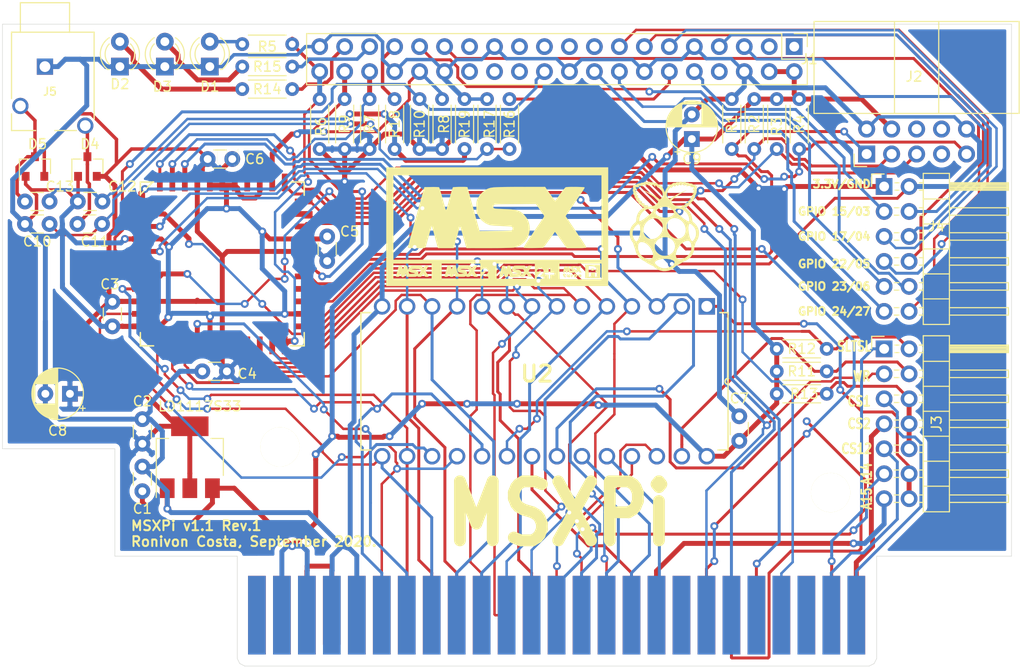
<source format=kicad_pcb>
(kicad_pcb (version 20171130) (host pcbnew "(5.1.5)-3")
  (layers (0 F.Cu signal) (31 B.Cu signal) (34 B.Paste user) (35 F.Paste user) (36 B.SilkS user) (37 F.SilkS user) (38 B.Mask user) (39 F.Mask user) (44 Edge.Cuts user))
  (net 0 "")
  (net 1 +5V)
  (net 2 +3V3)
  (net 3 "Net-(D1-Pad2)")
  (net 4 "Net-(J1-Pad17)")
  (net 5 "Net-(J1-Pad1)")
  (net 6 TDI)
  (net 7 "Net-(J2-Pad8)")
  (net 8 "Net-(J2-Pad7)")
  (net 9 "Net-(J2-Pad6)")
  (net 10 TMS)
  (net 11 TDO)
  (net 12 TCK)
  (net 13 "Net-(P1-Pad50)")
  (net 14 "Net-(P1-Pad49)")
  (net 15 "Net-(P1-Pad48)")
  (net 16 "Net-(P1-Pad44)")
  (net 17 "Net-(P1-Pad42)")
  (net 18 "Net-(P1-Pad16)")
  (net 19 "Net-(P1-Pad15)")
  (net 20 "Net-(P1-Pad5)")
  (net 21 "Net-(U1-Pad43)")
  (net 22 A4)
  (net 23 A5)
  (net 24 A2)
  (net 25 A3)
  (net 26 A0)
  (net 27 A1)
  (net 28 A6)
  (net 29 A7)
  (net 30 A14)
  (net 31 D0)
  (net 32 D7)
  (net 33 D4)
  (net 34 D5)
  (net 35 D2)
  (net 36 D3)
  (net 37 D1)
  (net 38 GNDREF)
  (net 39 RD)
  (net 40 IORQ)
  (net 41 "Net-(P1-Pad9)")
  (net 42 WAIT)
  (net 43 SPI_CS)
  (net 44 SPI_SCLK)
  (net 45 SPI_MOSI)
  (net 46 SPI_MISO)
  (net 47 SPI_RDY)
  (net 48 D6)
  (net 49 A13)
  (net 50 A8)
  (net 51 A12)
  (net 52 A10)
  (net 53 A11)
  (net 54 A15)
  (net 55 A9)
  (net 56 WR)
  (net 57 BUSDIR)
  (net 58 "Net-(P1-Pad8)")
  (net 59 "Net-(P1-Pad6)")
  (net 60 SLTSL)
  (net 61 ROM_A14)
  (net 62 "Net-(P1-Pad12)")
  (net 63 CS12)
  (net 64 CS2)
  (net 65 CS1)
  (net 66 "Net-(J1-Pad28)")
  (net 67 "Net-(J1-Pad27)")
  (net 68 "Net-(J1-Pad26)")
  (net 69 "Net-(J1-Pad24)")
  (net 70 "Net-(J1-Pad23)")
  (net 71 "Net-(J1-Pad21)")
  (net 72 "Net-(J1-Pad19)")
  (net 73 "Net-(J1-Pad8)")
  (net 74 "Net-(J1-Pad3)")
  (net 75 mem_ce)
  (net 76 mem_we)
  (net 77 mem_oe)
  (net 78 "Net-(D2-Pad2)")
  (net 79 "Net-(D3-Pad2)")
  (net 80 RPI_ON)
  (net 81 RPI_BUSY)
  (net 82 "Net-(C10-Pad2)")
  (net 83 "Net-(C11-Pad1)")
  (net 84 "Net-(C12-Pad2)")
  (net 85 "Net-(C13-Pad1)")
  (net 86 PWM1)
  (net 87 PWM0)
  (net 88 GPIO6)
  (net 89 GPIO5)
  (net 90 GPIO24)
  (net 91 GPIO23)
  (net 92 GPIO22)
  (net 93 GPIO27)
  (net 94 GPIO17)
  (net 95 GPIO15)
  (net 96 GPIO4)
  (net 97 GPIO3)
  (module MyFootprints:card_edge_connector (layer F.Cu) (at 149.833456 124.523389)
    (fp_text reference P1 hide)
    (fp_text value MSX_CONNECTOR)
    (pad "" np_thru_hole circle (at -26.87574 -13.97) (size 4 4) (drill 4) (layers *.Cu *.Mask F.SilkS) (clearance 1))
    (pad 50 connect rect (at -29.22016 3.14744) (size 1.8 8) (layers F.Cu F.Mask) (net 13 "Net-(P1-Pad50)"))
    (pad 49 connect rect (at -29.22016 3.14744) (size 1.8 8) (layers B.Cu B.Mask) (net 14 "Net-(P1-Pad49)"))
    (pad 48 connect rect (at -26.68016 3.14744) (size 1.8 8) (layers F.Cu F.Mask) (net 15 "Net-(P1-Pad48)"))
    (pad 47 connect rect (at -26.68016 3.14744) (size 1.8 8) (layers B.Cu B.Mask) (net 1 +5V))
    (pad 46 connect rect (at -24.14016 3.14744) (size 1.8 8) (layers F.Cu F.Mask) (net 16 "Net-(P1-Pad44)"))
    (pad 45 connect rect (at -24.14016 3.14744) (size 1.8 8) (layers B.Cu B.Mask) (net 1 +5V))
    (pad 44 connect rect (at -21.60524 2.65468) (size 1.8 7) (layers F.Cu F.Mask) (net 16 "Net-(P1-Pad44)"))
    (pad 43 connect rect (at -21.60016 3.14744) (size 1.8 8) (layers B.Cu B.Mask) (net 38 GNDREF))
    (pad 42 connect rect (at -19.06016 3.14744) (size 1.8 8) (layers F.Cu F.Mask) (net 17 "Net-(P1-Pad42)"))
    (pad 41 connect rect (at -19.06016 3.14744) (size 1.8 8) (layers B.Cu B.Mask) (net 38 GNDREF))
    (pad 40 connect rect (at -16.52016 3.14744) (size 1.8 8) (layers F.Cu F.Mask) (net 48 D6))
    (pad 39 connect rect (at -16.52016 3.14744) (size 1.8 8) (layers B.Cu B.Mask) (net 32 D7))
    (pad 38 connect rect (at -13.98016 3.14744) (size 1.8 8) (layers F.Cu F.Mask) (net 33 D4))
    (pad 37 connect rect (at -13.98016 3.14744) (size 1.8 8) (layers B.Cu B.Mask) (net 34 D5))
    (pad 36 connect rect (at -11.44016 3.14744) (size 1.8 8) (layers F.Cu F.Mask) (net 35 D2))
    (pad 35 connect rect (at -11.44016 3.14744) (size 1.8 8) (layers B.Cu B.Mask) (net 36 D3))
    (pad 34 connect rect (at -8.90016 3.14744) (size 1.8 8) (layers F.Cu F.Mask) (net 31 D0))
    (pad 33 connect rect (at -8.90016 3.14744) (size 1.8 8) (layers B.Cu B.Mask) (net 37 D1))
    (pad 32 connect rect (at -6.36016 3.14744) (size 1.8 8) (layers F.Cu F.Mask) (net 22 A4))
    (pad 31 connect rect (at -6.36016 3.14744) (size 1.8 8) (layers B.Cu B.Mask) (net 23 A5))
    (pad 30 connect rect (at -3.82016 3.14744) (size 1.8 8) (layers F.Cu F.Mask) (net 24 A2))
    (pad 29 connect rect (at -3.82016 3.14744) (size 1.8 8) (layers B.Cu B.Mask) (net 25 A3))
    (pad 28 connect rect (at -1.28016 3.14744) (size 1.8 8) (layers F.Cu F.Mask) (net 26 A0))
    (pad 27 connect rect (at -1.28016 3.14744) (size 1.8 8) (layers B.Cu B.Mask) (net 27 A1))
    (pad 26 connect rect (at 1.25984 3.14744) (size 1.8 8) (layers F.Cu F.Mask) (net 49 A13))
    (pad 25 connect rect (at 1.25984 3.14744) (size 1.8 8) (layers B.Cu B.Mask) (net 30 A14))
    (pad 24 connect rect (at 3.79984 3.14744) (size 1.8 8) (layers F.Cu F.Mask) (net 50 A8))
    (pad 23 connect rect (at 3.79984 3.14744) (size 1.8 8) (layers B.Cu B.Mask) (net 51 A12))
    (pad 22 connect rect (at 6.33984 3.14744) (size 1.8 8) (layers F.Cu F.Mask) (net 28 A6))
    (pad 21 connect rect (at 6.33984 3.14744) (size 1.8 8) (layers B.Cu B.Mask) (net 29 A7))
    (pad 20 connect rect (at 8.87984 3.14744) (size 1.8 8) (layers F.Cu F.Mask) (net 52 A10))
    (pad 19 connect rect (at 8.87984 3.14744) (size 1.8 8) (layers B.Cu B.Mask) (net 53 A11))
    (pad 18 connect rect (at 11.41984 3.14744) (size 1.8 8) (layers F.Cu F.Mask) (net 54 A15))
    (pad 17 connect rect (at 11.41984 3.14744) (size 1.8 8) (layers B.Cu B.Mask) (net 55 A9))
    (pad 16 connect rect (at 13.95984 3.14744) (size 1.8 8) (layers F.Cu F.Mask) (net 18 "Net-(P1-Pad16)"))
    (pad 15 connect rect (at 13.95984 3.14744) (size 1.8 8) (layers B.Cu B.Mask) (net 19 "Net-(P1-Pad15)"))
    (pad 14 connect rect (at 16.49984 3.14744) (size 1.8 8) (layers F.Cu F.Mask) (net 39 RD))
    (pad 13 connect rect (at 16.49984 3.14744) (size 1.8 8) (layers B.Cu B.Mask) (net 56 WR))
    (pad 12 connect rect (at 19.03984 3.14744) (size 1.8 8) (layers F.Cu F.Mask) (net 62 "Net-(P1-Pad12)"))
    (pad 11 connect rect (at 19.03984 3.14744) (size 1.8 8) (layers B.Cu B.Mask) (net 40 IORQ))
    (pad 10 connect rect (at 21.57984 3.14744) (size 1.8 8) (layers F.Cu F.Mask) (net 57 BUSDIR))
    (pad 9 connect rect (at 21.57984 3.14744) (size 1.8 8) (layers B.Cu B.Mask) (net 41 "Net-(P1-Pad9)"))
    (pad 8 connect rect (at 24.11984 3.14744) (size 1.8 8) (layers F.Cu F.Mask) (net 58 "Net-(P1-Pad8)"))
    (pad 7 connect rect (at 24.11984 3.14744) (size 1.8 8) (layers B.Cu B.Mask) (net 42 WAIT))
    (pad 6 connect rect (at 26.65984 3.14744) (size 1.8 8) (layers F.Cu F.Mask) (net 59 "Net-(P1-Pad6)"))
    (pad 5 connect rect (at 26.65984 3.14744) (size 1.8 8) (layers B.Cu B.Mask) (net 20 "Net-(P1-Pad5)"))
    (pad 4 connect rect (at 29.19984 3.14744) (size 1.8 8) (layers F.Cu F.Mask) (net 60 SLTSL))
    (pad 3 connect rect (at 29.19984 3.14744) (size 1.8 8) (layers B.Cu B.Mask) (net 63 CS12))
    (pad 2 connect rect (at 31.73984 3.14744) (size 1.8 8) (layers F.Cu F.Mask) (net 64 CS2))
    (pad 1 connect rect (at 31.73984 3.14744) (size 1.8 8) (layers B.Cu B.Mask) (net 65 CS1))
    (pad "" np_thru_hole circle (at 29.12364 -9.323389) (size 4 4) (drill 4) (layers *.Cu *.Mask F.SilkS) (clearance 1))
  )
  (module MyFootprints:PLCC127P1765X1765X457-44N (layer F.Cu) (at 117.094 91.948)
    (fp_text reference U1 (at 0.76353 -10.81666) (layer F.SilkS) (effects (font (size 1.643291 1.643291) (thickness 0.015))))
    (fp_text value EPM3064ALC44-10)
    (pad 44 smd rect (at 1.27 -8.2804) (size 0.5842 1.8034) (layers F.Cu F.Paste F.Mask) (net 38 GNDREF))
    (pad 43 smd rect (at 2.54 -8.2804) (size 0.5842 1.8034) (layers F.Cu F.Paste F.Mask) (net 21 "Net-(U1-Pad43)"))
    (pad 42 smd rect (at 3.81 -8.2804) (size 0.5842 1.8034) (layers F.Cu F.Paste F.Mask) (net 38 GNDREF))
    (pad 41 smd rect (at 5.08 -8.2804) (size 0.5842 1.8034) (layers F.Cu F.Paste F.Mask) (net 46 SPI_MISO))
    (pad 40 smd rect (at 6.35 -8.2804) (size 0.5842 1.8034) (layers F.Cu F.Paste F.Mask) (net 40 IORQ))
    (pad 39 smd rect (at 8.2804 -6.35) (size 1.8034 0.5842) (layers F.Cu F.Paste F.Mask) (net 56 WR))
    (pad 38 smd rect (at 8.2804 -5.08) (size 1.8034 0.5842) (layers F.Cu F.Paste F.Mask) (net 11 TDO))
    (pad 37 smd rect (at 8.2804 -3.81) (size 1.8034 0.5842) (layers F.Cu F.Paste F.Mask) (net 39 RD))
    (pad 36 smd rect (at 8.2804 -2.54) (size 1.8034 0.5842) (layers F.Cu F.Paste F.Mask) (net 38 GNDREF))
    (pad 35 smd rect (at 8.2804 -1.27) (size 1.8034 0.5842) (layers F.Cu F.Paste F.Mask) (net 2 +3V3))
    (pad 34 smd rect (at 8.2804 0) (size 1.8034 0.5842) (layers F.Cu F.Paste F.Mask) (net 44 SPI_SCLK))
    (pad 33 smd rect (at 8.2804 1.27) (size 1.8034 0.5842) (layers F.Cu F.Paste F.Mask) (net 28 A6))
    (pad 32 smd rect (at 8.2804 2.54) (size 1.8034 0.5842) (layers F.Cu F.Paste F.Mask) (net 12 TCK))
    (pad 31 smd rect (at 8.2804 3.81) (size 1.8034 0.5842) (layers F.Cu F.Paste F.Mask) (net 26 A0))
    (pad 30 smd rect (at 8.2804 5.08) (size 1.8034 0.5842) (layers F.Cu F.Paste F.Mask) (net 38 GNDREF))
    (pad 29 smd rect (at 8.2804 6.35) (size 1.8034 0.5842) (layers F.Cu F.Paste F.Mask) (net 27 A1))
    (pad 28 smd rect (at 6.35 8.2804) (size 0.5842 1.8034) (layers F.Cu F.Paste F.Mask) (net 43 SPI_CS))
    (pad 27 smd rect (at 5.08 8.2804) (size 0.5842 1.8034) (layers F.Cu F.Paste F.Mask) (net 23 A5))
    (pad 26 smd rect (at 3.81 8.2804) (size 0.5842 1.8034) (layers F.Cu F.Paste F.Mask) (net 25 A3))
    (pad 25 smd rect (at 2.54 8.2804) (size 0.5842 1.8034) (layers F.Cu F.Paste F.Mask) (net 22 A4))
    (pad 24 smd rect (at 1.27 8.2804) (size 0.5842 1.8034) (layers F.Cu F.Paste F.Mask) (net 24 A2))
    (pad 23 smd rect (at 0 8.2804) (size 0.5842 1.8034) (layers F.Cu F.Paste F.Mask) (net 2 +3V3))
    (pad 22 smd rect (at -1.27 8.2804) (size 0.5842 1.8034) (layers F.Cu F.Paste F.Mask) (net 38 GNDREF))
    (pad 21 smd rect (at -2.54 8.2804) (size 0.5842 1.8034) (layers F.Cu F.Paste F.Mask) (net 34 D5))
    (pad 20 smd rect (at -3.81 8.2804) (size 0.5842 1.8034) (layers F.Cu F.Paste F.Mask) (net 37 D1))
    (pad 19 smd rect (at -5.08 8.2804) (size 0.5842 1.8034) (layers F.Cu F.Paste F.Mask) (net 32 D7))
    (pad 18 smd rect (at -6.35 8.2804) (size 0.5842 1.8034) (layers F.Cu F.Paste F.Mask) (net 36 D3))
    (pad 17 smd rect (at -8.2804 6.35) (size 1.8034 0.5842) (layers F.Cu F.Paste F.Mask) (net 38 GNDREF))
    (pad 16 smd rect (at -8.2804 5.08) (size 1.8034 0.5842) (layers F.Cu F.Paste F.Mask) (net 48 D6))
    (pad 15 smd rect (at -8.2804 3.81) (size 1.8034 0.5842) (layers F.Cu F.Paste F.Mask) (net 2 +3V3))
    (pad 14 smd rect (at -8.2804 2.54) (size 1.8034 0.5842) (layers F.Cu F.Paste F.Mask) (net 33 D4))
    (pad 13 smd rect (at -8.2804 1.27) (size 1.8034 0.5842) (layers F.Cu F.Paste F.Mask) (net 10 TMS))
    (pad 12 smd rect (at -8.2804 0) (size 1.8034 0.5842) (layers F.Cu F.Paste F.Mask) (net 47 SPI_RDY))
    (pad 11 smd rect (at -8.2804 -1.27) (size 1.8034 0.5842) (layers F.Cu F.Paste F.Mask) (net 35 D2))
    (pad 10 smd rect (at -8.2804 -2.54) (size 1.8034 0.5842) (layers F.Cu F.Paste F.Mask) (net 38 GNDREF))
    (pad 9 smd rect (at -8.2804 -3.81) (size 1.8034 0.5842) (layers F.Cu F.Paste F.Mask) (net 31 D0))
    (pad 8 smd rect (at -8.2804 -5.08) (size 1.8034 0.5842) (layers F.Cu F.Paste F.Mask) (net 42 WAIT))
    (pad 7 smd rect (at -8.2804 -6.35) (size 1.8034 0.5842) (layers F.Cu F.Paste F.Mask) (net 6 TDI))
    (pad 6 smd rect (at -6.35 -8.2804) (size 0.5842 1.8034) (layers F.Cu F.Paste F.Mask) (net 57 BUSDIR))
    (pad 5 smd rect (at -5.08 -8.2804) (size 0.5842 1.8034) (layers F.Cu F.Paste F.Mask) (net 45 SPI_MOSI))
    (pad 4 smd rect (at -3.81 -8.2804) (size 0.5842 1.8034) (layers F.Cu F.Paste F.Mask) (net 29 A7))
    (pad 3 smd rect (at -2.54 -8.2804) (size 0.5842 1.8034) (layers F.Cu F.Paste F.Mask) (net 2 +3V3))
    (pad 2 smd rect (at -1.27 -8.2804) (size 0.5842 1.8034) (layers F.Cu F.Paste F.Mask) (net 38 GNDREF))
    (pad 1 smd rect (at 0 -8.2804) (size 0.5842 1.8034) (layers F.Cu F.Paste F.Mask) (net 38 GNDREF))
  )
  (module MyFootprints:raspberry_pi_logo (layer F.Cu) (at 162.052 88.138)
    (fp_text reference G*** hide)
    (fp_text value LOGO hide)
  )
  (module MyFootprints:msx_msx2_msx+logo (layer F.Cu) (at 145.034 88.138)
    (fp_text reference G*** hide)
    (fp_text value LOGO hide)
  )
  (module Connector_PinHeader_2.54mm:PinHeader_2x06_P2.54mm_Horizontal (layer F.Cu) (at 184.404 84.074)
    (fp_text reference J4 (at 5.334 4.064) (layer F.SilkS))
    (fp_text value Conn_02x06_Odd_Even)
    (pad 12 thru_hole oval (at 2.54 12.7) (size 1.7 1.7) (drill 1) (layers *.Cu *.Mask) (net 93 GPIO27))
    (pad 11 thru_hole oval (at 0 12.7) (size 1.7 1.7) (drill 1) (layers *.Cu *.Mask) (net 90 GPIO24))
    (pad 10 thru_hole oval (at 2.54 10.16) (size 1.7 1.7) (drill 1) (layers *.Cu *.Mask) (net 88 GPIO6))
    (pad 9 thru_hole oval (at 0 10.16) (size 1.7 1.7) (drill 1) (layers *.Cu *.Mask) (net 91 GPIO23))
    (pad 8 thru_hole oval (at 2.54 7.62) (size 1.7 1.7) (drill 1) (layers *.Cu *.Mask) (net 89 GPIO5))
    (pad 7 thru_hole oval (at 0 7.62) (size 1.7 1.7) (drill 1) (layers *.Cu *.Mask) (net 92 GPIO22))
    (pad 6 thru_hole oval (at 2.54 5.08) (size 1.7 1.7) (drill 1) (layers *.Cu *.Mask) (net 96 GPIO4))
    (pad 5 thru_hole oval (at 0 5.08) (size 1.7 1.7) (drill 1) (layers *.Cu *.Mask) (net 94 GPIO17))
    (pad 4 thru_hole oval (at 2.54 2.54) (size 1.7 1.7) (drill 1) (layers *.Cu *.Mask) (net 97 GPIO3))
    (pad 3 thru_hole oval (at 0 2.54) (size 1.7 1.7) (drill 1) (layers *.Cu *.Mask) (net 95 GPIO15))
    (pad 2 thru_hole oval (at 2.54 0) (size 1.7 1.7) (drill 1) (layers *.Cu *.Mask) (net 38 GNDREF))
    (pad 1 thru_hole rect (at 0 0) (size 1.7 1.7) (drill 1) (layers *.Cu *.Mask) (net 2 +3V3))
  )
  (module Connector_IDC:IDC-Header_2x05_P2.54mm_Horizontal (layer F.Cu) (at 182.626 80.772 90)
    (fp_text reference J2 (at 7.874 4.826 180) (layer F.SilkS))
    (fp_text value JTAG)
    (pad 10 thru_hole oval (at 2.54 10.16 90) (size 1.7272 1.7272) (drill 1.016) (layers *.Cu *.Mask) (net 38 GNDREF))
    (pad 9 thru_hole oval (at 0 10.16 90) (size 1.7272 1.7272) (drill 1.016) (layers *.Cu *.Mask) (net 6 TDI))
    (pad 8 thru_hole oval (at 2.54 7.62 90) (size 1.7272 1.7272) (drill 1.016) (layers *.Cu *.Mask) (net 7 "Net-(J2-Pad8)"))
    (pad 7 thru_hole oval (at 0 7.62 90) (size 1.7272 1.7272) (drill 1.016) (layers *.Cu *.Mask) (net 8 "Net-(J2-Pad7)"))
    (pad 6 thru_hole oval (at 2.54 5.08 90) (size 1.7272 1.7272) (drill 1.016) (layers *.Cu *.Mask) (net 9 "Net-(J2-Pad6)"))
    (pad 5 thru_hole oval (at 0 5.08 90) (size 1.7272 1.7272) (drill 1.016) (layers *.Cu *.Mask) (net 10 TMS))
    (pad 4 thru_hole oval (at 2.54 2.54 90) (size 1.7272 1.7272) (drill 1.016) (layers *.Cu *.Mask) (net 1 +5V))
    (pad 3 thru_hole oval (at 0 2.54 90) (size 1.7272 1.7272) (drill 1.016) (layers *.Cu *.Mask) (net 11 TDO))
    (pad 2 thru_hole oval (at 2.54 0 90) (size 1.7272 1.7272) (drill 1.016) (layers *.Cu *.Mask) (net 38 GNDREF))
    (pad 1 thru_hole rect (at 0 0 90) (size 1.7272 1.7272) (drill 1.016) (layers *.Cu *.Mask) (net 12 TCK))
  )
  (module MyFootprints:CUI_SJ-2509N (layer F.Cu) (at 99.06 71.882 90)
    (fp_text reference J5 (at -2.54 0.508 180) (layer F.SilkS) (effects (font (size 0.8 0.8))))
    (fp_text value SJ-2509N)
    (pad None np_thru_hole circle (at -0.5 -2 90) (size 1.6 1.6) (drill 1.6) (layers *.Cu *.Mask))
    (pad None np_thru_hole circle (at -0.5 3 90) (size 1.6 1.6) (drill 1.6) (layers *.Cu *.Mask))
    (pad 2 thru_hole circle (at -4 -2.5 90) (size 1.65 1.65) (drill 1.1) (layers *.Cu *.Mask) (net 85 "Net-(C13-Pad1)"))
    (pad 3 thru_hole circle (at -6 4.1 90) (size 1.65 1.65) (drill 1.1) (layers *.Cu *.Mask) (net 83 "Net-(C11-Pad1)"))
    (pad 1 thru_hole rect (at 0 0 90) (size 1.65 1.65) (drill 1.1) (layers *.Cu *.Mask) (net 38 GNDREF))
  )
  (module Resistor_THT:R_Axial_DIN0204_L3.6mm_D1.6mm_P5.08mm_Horizontal (layer F.Cu) (at 141.732 80.264 90)
    (fp_text reference R19 (at 2.54 0 90) (layer F.SilkS))
    (fp_text value 150R)
    (pad 2 thru_hole oval (at 5.08 0 90) (size 1.4 1.4) (drill 0.7) (layers *.Cu *.Mask) (net 38 GNDREF))
    (pad 1 thru_hole circle (at 0 0 90) (size 1.4 1.4) (drill 0.7) (layers *.Cu *.Mask) (net 84 "Net-(C12-Pad2)"))
  )
  (module Resistor_THT:R_Axial_DIN0204_L3.6mm_D1.6mm_P5.08mm_Horizontal (layer F.Cu) (at 134.62 75.184 270)
    (fp_text reference R18 (at 2.54 0 90) (layer F.SilkS))
    (fp_text value 270R)
    (pad 2 thru_hole oval (at 5.08 0 270) (size 1.4 1.4) (drill 0.7) (layers *.Cu *.Mask) (net 84 "Net-(C12-Pad2)"))
    (pad 1 thru_hole circle (at 0 0 270) (size 1.4 1.4) (drill 0.7) (layers *.Cu *.Mask) (net 86 PWM1))
  )
  (module Resistor_THT:R_Axial_DIN0204_L3.6mm_D1.6mm_P5.08mm_Horizontal (layer F.Cu) (at 144.018 80.264 90)
    (fp_text reference R17 (at 2.54 0.254 90) (layer F.SilkS))
    (fp_text value 150R)
    (pad 2 thru_hole oval (at 5.08 0 90) (size 1.4 1.4) (drill 0.7) (layers *.Cu *.Mask) (net 38 GNDREF))
    (pad 1 thru_hole circle (at 0 0 90) (size 1.4 1.4) (drill 0.7) (layers *.Cu *.Mask) (net 82 "Net-(C10-Pad2)"))
  )
  (module Resistor_THT:R_Axial_DIN0204_L3.6mm_D1.6mm_P5.08mm_Horizontal (layer F.Cu) (at 146.304 75.184 270)
    (fp_text reference R16 (at 2.54 0 90) (layer F.SilkS))
    (fp_text value 270R)
    (pad 2 thru_hole oval (at 5.08 0 270) (size 1.4 1.4) (drill 0.7) (layers *.Cu *.Mask) (net 82 "Net-(C10-Pad2)"))
    (pad 1 thru_hole circle (at 0 0 270) (size 1.4 1.4) (drill 0.7) (layers *.Cu *.Mask) (net 87 PWM0))
  )
  (module Package_TO_SOT_SMD:SOT-23 (layer F.Cu) (at 98.044 82.042 90)
    (fp_text reference D5 (at 2.286 0.254 180) (layer F.SilkS))
    (fp_text value BAV99)
    (pad 3 smd rect (at 1 0 90) (size 0.9 0.8) (layers F.Cu F.Paste F.Mask) (net 85 "Net-(C13-Pad1)"))
    (pad 2 smd rect (at -1 0.95 90) (size 0.9 0.8) (layers F.Cu F.Paste F.Mask) (net 2 +3V3))
    (pad 1 smd rect (at -1 -0.95 90) (size 0.9 0.8) (layers F.Cu F.Paste F.Mask) (net 38 GNDREF))
  )
  (module Package_TO_SOT_SMD:SOT-23 (layer F.Cu) (at 103.378 82.042 90)
    (fp_text reference D4 (at 2.286 0.254 180) (layer F.SilkS))
    (fp_text value BAV99)
    (pad 3 smd rect (at 1 0 90) (size 0.9 0.8) (layers F.Cu F.Paste F.Mask) (net 83 "Net-(C11-Pad1)"))
    (pad 2 smd rect (at -1 0.95 90) (size 0.9 0.8) (layers F.Cu F.Paste F.Mask) (net 2 +3V3))
    (pad 1 smd rect (at -1 -0.95 90) (size 0.9 0.8) (layers F.Cu F.Paste F.Mask) (net 38 GNDREF))
  )
  (module Capacitor_THT:C_Disc_D3.0mm_W1.6mm_P2.50mm (layer F.Cu) (at 97.028 85.598)
    (fp_text reference C13 (at 3.556 -1.524) (layer F.SilkS))
    (fp_text value 10uF)
    (pad 2 thru_hole circle (at 2.5 0) (size 1.6 1.6) (drill 0.8) (layers *.Cu *.Mask) (net 84 "Net-(C12-Pad2)"))
    (pad 1 thru_hole circle (at 0 0) (size 1.6 1.6) (drill 0.8) (layers *.Cu *.Mask) (net 85 "Net-(C13-Pad1)"))
  )
  (module Capacitor_THT:C_Disc_D3.0mm_W1.6mm_P2.50mm (layer F.Cu) (at 102.402 85.598)
    (fp_text reference C12 (at 4.532 -1.524) (layer F.SilkS))
    (fp_text value 33nF)
    (pad 2 thru_hole circle (at 2.5 0) (size 1.6 1.6) (drill 0.8) (layers *.Cu *.Mask) (net 84 "Net-(C12-Pad2)"))
    (pad 1 thru_hole circle (at 0 0) (size 1.6 1.6) (drill 0.8) (layers *.Cu *.Mask) (net 38 GNDREF))
  )
  (module Capacitor_THT:C_Disc_D3.0mm_W1.6mm_P2.50mm (layer F.Cu) (at 102.362 87.884)
    (fp_text reference C11 (at 1.778 1.778) (layer F.SilkS))
    (fp_text value 10uF)
    (pad 2 thru_hole circle (at 2.5 0) (size 1.6 1.6) (drill 0.8) (layers *.Cu *.Mask) (net 82 "Net-(C10-Pad2)"))
    (pad 1 thru_hole circle (at 0 0) (size 1.6 1.6) (drill 0.8) (layers *.Cu *.Mask) (net 83 "Net-(C11-Pad1)"))
  )
  (module Capacitor_THT:C_Disc_D3.0mm_W1.6mm_P2.50mm (layer F.Cu) (at 97.028 87.884)
    (fp_text reference C10 (at 1.25 1.778) (layer F.SilkS))
    (fp_text value 33nF)
    (pad 2 thru_hole circle (at 2.5 0) (size 1.6 1.6) (drill 0.8) (layers *.Cu *.Mask) (net 82 "Net-(C10-Pad2)"))
    (pad 1 thru_hole circle (at 0 0) (size 1.6 1.6) (drill 0.8) (layers *.Cu *.Mask) (net 38 GNDREF))
  )
  (module Resistor_THT:R_Axial_DIN0204_L3.6mm_D1.6mm_P5.08mm_Horizontal (layer F.Cu) (at 119.126 71.882)
    (fp_text reference R15 (at 2.54 0) (layer F.SilkS))
    (fp_text value 270R)
    (pad 2 thru_hole oval (at 5.08 0) (size 1.4 1.4) (drill 0.7) (layers *.Cu *.Mask) (net 81 RPI_BUSY))
    (pad 1 thru_hole circle (at 0 0) (size 1.4 1.4) (drill 0.7) (layers *.Cu *.Mask) (net 79 "Net-(D3-Pad2)"))
  )
  (module Resistor_THT:R_Axial_DIN0204_L3.6mm_D1.6mm_P5.08mm_Horizontal (layer F.Cu) (at 119.126 74.168)
    (fp_text reference R14 (at 2.54 0) (layer F.SilkS))
    (fp_text value 270R)
    (pad 2 thru_hole oval (at 5.08 0) (size 1.4 1.4) (drill 0.7) (layers *.Cu *.Mask) (net 80 RPI_ON))
    (pad 1 thru_hole circle (at 0 0) (size 1.4 1.4) (drill 0.7) (layers *.Cu *.Mask) (net 78 "Net-(D2-Pad2)"))
  )
  (module LED_THT:LED_D3.0mm (layer F.Cu) (at 111.252 71.882 90)
    (fp_text reference D3 (at -2.032 -0.254 180) (layer F.SilkS))
    (fp_text value LED)
    (pad 2 thru_hole circle (at 2.54 0 90) (size 1.8 1.8) (drill 0.9) (layers *.Cu *.Mask) (net 79 "Net-(D3-Pad2)"))
    (pad 1 thru_hole rect (at 0 0 90) (size 1.8 1.8) (drill 0.9) (layers *.Cu *.Mask) (net 38 GNDREF))
  )
  (module LED_THT:LED_D3.0mm (layer F.Cu) (at 106.68 71.882 90)
    (fp_text reference D2 (at -1.778 0 180) (layer F.SilkS))
    (fp_text value LED)
    (pad 2 thru_hole circle (at 2.54 0 90) (size 1.8 1.8) (drill 0.9) (layers *.Cu *.Mask) (net 78 "Net-(D2-Pad2)"))
    (pad 1 thru_hole rect (at 0 0 90) (size 1.8 1.8) (drill 0.9) (layers *.Cu *.Mask) (net 38 GNDREF))
  )
  (module MyFootprints:DIP254P1524X482-28 (layer F.Cu) (at 133.35 111.506 270)
    (fp_text reference U2 (at -8.382 -15.748 180) (layer F.SilkS) (effects (font (size 1.64163 1.64163) (thickness 0.3))))
    (fp_text value AT28C256-15PU)
    (pad 28 thru_hole circle (at 0 -33.02 270) (size 1.6764 1.6764) (drill 1.1176) (layers *.Cu *.Mask) (net 1 +5V))
    (pad 27 thru_hole circle (at 0 -30.48 270) (size 1.6764 1.6764) (drill 1.1176) (layers *.Cu *.Mask) (net 76 mem_we))
    (pad 26 thru_hole circle (at 0 -27.94 270) (size 1.6764 1.6764) (drill 1.1176) (layers *.Cu *.Mask) (net 49 A13))
    (pad 25 thru_hole circle (at 0 -25.4 270) (size 1.6764 1.6764) (drill 1.1176) (layers *.Cu *.Mask) (net 50 A8))
    (pad 24 thru_hole circle (at 0 -22.86 270) (size 1.6764 1.6764) (drill 1.1176) (layers *.Cu *.Mask) (net 55 A9))
    (pad 23 thru_hole circle (at 0 -20.32 270) (size 1.6764 1.6764) (drill 1.1176) (layers *.Cu *.Mask) (net 53 A11))
    (pad 22 thru_hole circle (at 0 -17.78 270) (size 1.6764 1.6764) (drill 1.1176) (layers *.Cu *.Mask) (net 77 mem_oe))
    (pad 21 thru_hole circle (at 0 -15.24 270) (size 1.6764 1.6764) (drill 1.1176) (layers *.Cu *.Mask) (net 52 A10))
    (pad 20 thru_hole circle (at 0 -12.7 270) (size 1.6764 1.6764) (drill 1.1176) (layers *.Cu *.Mask) (net 75 mem_ce))
    (pad 19 thru_hole circle (at 0 -10.16 270) (size 1.6764 1.6764) (drill 1.1176) (layers *.Cu *.Mask) (net 32 D7))
    (pad 18 thru_hole circle (at 0 -7.62 270) (size 1.6764 1.6764) (drill 1.1176) (layers *.Cu *.Mask) (net 48 D6))
    (pad 17 thru_hole circle (at 0 -5.08 270) (size 1.6764 1.6764) (drill 1.1176) (layers *.Cu *.Mask) (net 34 D5))
    (pad 16 thru_hole circle (at 0 -2.54 270) (size 1.6764 1.6764) (drill 1.1176) (layers *.Cu *.Mask) (net 33 D4))
    (pad 15 thru_hole circle (at 0 0 270) (size 1.6764 1.6764) (drill 1.1176) (layers *.Cu *.Mask) (net 36 D3))
    (pad 14 thru_hole circle (at -15.24 0 270) (size 1.6764 1.6764) (drill 1.1176) (layers *.Cu *.Mask) (net 38 GNDREF))
    (pad 13 thru_hole circle (at -15.24 -2.54 270) (size 1.6764 1.6764) (drill 1.1176) (layers *.Cu *.Mask) (net 35 D2))
    (pad 12 thru_hole circle (at -15.24 -5.08 270) (size 1.6764 1.6764) (drill 1.1176) (layers *.Cu *.Mask) (net 37 D1))
    (pad 11 thru_hole circle (at -15.24 -7.62 270) (size 1.6764 1.6764) (drill 1.1176) (layers *.Cu *.Mask) (net 31 D0))
    (pad 10 thru_hole circle (at -15.24 -10.16 270) (size 1.6764 1.6764) (drill 1.1176) (layers *.Cu *.Mask) (net 26 A0))
    (pad 9 thru_hole circle (at -15.24 -12.7 270) (size 1.6764 1.6764) (drill 1.1176) (layers *.Cu *.Mask) (net 27 A1))
    (pad 8 thru_hole circle (at -15.24 -15.24 270) (size 1.6764 1.6764) (drill 1.1176) (layers *.Cu *.Mask) (net 24 A2))
    (pad 7 thru_hole circle (at -15.24 -17.78 270) (size 1.6764 1.6764) (drill 1.1176) (layers *.Cu *.Mask) (net 25 A3))
    (pad 6 thru_hole circle (at -15.24 -20.32 270) (size 1.6764 1.6764) (drill 1.1176) (layers *.Cu *.Mask) (net 22 A4))
    (pad 5 thru_hole circle (at -15.24 -22.86 270) (size 1.6764 1.6764) (drill 1.1176) (layers *.Cu *.Mask) (net 23 A5))
    (pad 4 thru_hole circle (at -15.24 -25.4 270) (size 1.6764 1.6764) (drill 1.1176) (layers *.Cu *.Mask) (net 28 A6))
    (pad 3 thru_hole circle (at -15.24 -27.94 270) (size 1.6764 1.6764) (drill 1.1176) (layers *.Cu *.Mask) (net 29 A7))
    (pad 2 thru_hole circle (at -15.24 -30.48 270) (size 1.6764 1.6764) (drill 1.1176) (layers *.Cu *.Mask) (net 51 A12))
    (pad 1 thru_hole rect (at -15.24 -33.02 270) (size 1.6764 1.6764) (drill 1.1176) (layers *.Cu *.Mask) (net 61 ROM_A14))
  )
  (module Resistor_THT:R_Axial_DIN0204_L3.6mm_D1.6mm_P5.08mm_Horizontal (layer F.Cu) (at 178.562 105.156 180)
    (fp_text reference R13 (at 2.286 0) (layer F.SilkS))
    (fp_text value 10k)
    (pad 2 thru_hole oval (at 5.08 0 180) (size 1.4 1.4) (drill 0.7) (layers *.Cu *.Mask) (net 1 +5V))
    (pad 1 thru_hole circle (at 0 0 180) (size 1.4 1.4) (drill 0.7) (layers *.Cu *.Mask) (net 77 mem_oe))
  )
  (module Resistor_THT:R_Axial_DIN0204_L3.6mm_D1.6mm_P5.08mm_Horizontal (layer F.Cu) (at 178.562 100.584 180)
    (fp_text reference R12 (at 2.54 0) (layer F.SilkS))
    (fp_text value 10k)
    (pad 2 thru_hole oval (at 5.08 0 180) (size 1.4 1.4) (drill 0.7) (layers *.Cu *.Mask) (net 1 +5V))
    (pad 1 thru_hole circle (at 0 0 180) (size 1.4 1.4) (drill 0.7) (layers *.Cu *.Mask) (net 75 mem_ce))
  )
  (module Resistor_THT:R_Axial_DIN0204_L3.6mm_D1.6mm_P5.08mm_Horizontal (layer F.Cu) (at 178.562 102.87 180)
    (fp_text reference R11 (at 2.54 0) (layer F.SilkS))
    (fp_text value 10k)
    (pad 2 thru_hole oval (at 5.08 0 180) (size 1.4 1.4) (drill 0.7) (layers *.Cu *.Mask) (net 1 +5V))
    (pad 1 thru_hole circle (at 0 0 180) (size 1.4 1.4) (drill 0.7) (layers *.Cu *.Mask) (net 76 mem_we))
  )
  (module Connector_PinHeader_2.54mm:PinHeader_2x07_P2.54mm_Horizontal (layer F.Cu) (at 184.404 100.584)
    (fp_text reference J3 (at 5.334 7.62 90) (layer F.SilkS))
    (fp_text value Conn_02x07_Odd_Even)
    (pad 14 thru_hole oval (at 2.54 15.24) (size 1.7 1.7) (drill 1) (layers *.Cu *.Mask) (net 61 ROM_A14))
    (pad 13 thru_hole oval (at 0 15.24) (size 1.7 1.7) (drill 1) (layers *.Cu *.Mask) (net 54 A15))
    (pad 12 thru_hole oval (at 2.54 12.7) (size 1.7 1.7) (drill 1) (layers *.Cu *.Mask) (net 61 ROM_A14))
    (pad 11 thru_hole oval (at 0 12.7) (size 1.7 1.7) (drill 1) (layers *.Cu *.Mask) (net 30 A14))
    (pad 10 thru_hole oval (at 2.54 10.16) (size 1.7 1.7) (drill 1) (layers *.Cu *.Mask) (net 77 mem_oe))
    (pad 9 thru_hole oval (at 0 10.16) (size 1.7 1.7) (drill 1) (layers *.Cu *.Mask) (net 63 CS12))
    (pad 8 thru_hole oval (at 2.54 7.62) (size 1.7 1.7) (drill 1) (layers *.Cu *.Mask) (net 77 mem_oe))
    (pad 7 thru_hole oval (at 0 7.62) (size 1.7 1.7) (drill 1) (layers *.Cu *.Mask) (net 64 CS2))
    (pad 6 thru_hole oval (at 2.54 5.08) (size 1.7 1.7) (drill 1) (layers *.Cu *.Mask) (net 77 mem_oe))
    (pad 5 thru_hole oval (at 0 5.08) (size 1.7 1.7) (drill 1) (layers *.Cu *.Mask) (net 65 CS1))
    (pad 4 thru_hole oval (at 2.54 2.54) (size 1.7 1.7) (drill 1) (layers *.Cu *.Mask) (net 76 mem_we))
    (pad 3 thru_hole oval (at 0 2.54) (size 1.7 1.7) (drill 1) (layers *.Cu *.Mask) (net 56 WR))
    (pad 2 thru_hole oval (at 2.54 0) (size 1.7 1.7) (drill 1) (layers *.Cu *.Mask) (net 75 mem_ce))
    (pad 1 thru_hole rect (at 0 0) (size 1.7 1.7) (drill 1) (layers *.Cu *.Mask) (net 60 SLTSL))
  )
  (module Resistor_THT:R_Axial_DIN0204_L3.6mm_D1.6mm_P5.08mm_Horizontal (layer F.Cu) (at 175.768 80.264 90)
    (fp_text reference R4 (at 2.54 0 90) (layer F.SilkS))
    (fp_text value 1k)
    (pad 2 thru_hole oval (at 5.08 0 90) (size 1.4 1.4) (drill 0.7) (layers *.Cu *.Mask) (net 1 +5V))
    (pad 1 thru_hole circle (at 0 0 90) (size 1.4 1.4) (drill 0.7) (layers *.Cu *.Mask) (net 6 TDI))
  )
  (module Connector_PinHeader_2.54mm:PinHeader_2x20_P2.54mm_Vertical (layer F.Cu) (at 175.26 69.85 270)
    (fp_text reference J1 (at 1.27 -1.524 180) (layer F.SilkS))
    (fp_text value Raspberry_Pi_Zero_2_3)
    (pad 40 thru_hole oval (at 2.54 48.26 270) (size 1.7 1.7) (drill 1) (layers *.Cu *.Mask) (net 43 SPI_CS))
    (pad 39 thru_hole oval (at 0 48.26 270) (size 1.7 1.7) (drill 1) (layers *.Cu *.Mask) (net 38 GNDREF))
    (pad 38 thru_hole oval (at 2.54 45.72 270) (size 1.7 1.7) (drill 1) (layers *.Cu *.Mask) (net 44 SPI_SCLK))
    (pad 37 thru_hole oval (at 0 45.72 270) (size 1.7 1.7) (drill 1) (layers *.Cu *.Mask) (net 80 RPI_ON))
    (pad 36 thru_hole oval (at 2.54 43.18 270) (size 1.7 1.7) (drill 1) (layers *.Cu *.Mask) (net 45 SPI_MOSI))
    (pad 35 thru_hole oval (at 0 43.18 270) (size 1.7 1.7) (drill 1) (layers *.Cu *.Mask) (net 81 RPI_BUSY))
    (pad 34 thru_hole oval (at 2.54 40.64 270) (size 1.7 1.7) (drill 1) (layers *.Cu *.Mask) (net 38 GNDREF))
    (pad 33 thru_hole oval (at 0 40.64 270) (size 1.7 1.7) (drill 1) (layers *.Cu *.Mask) (net 86 PWM1))
    (pad 32 thru_hole oval (at 2.54 38.1 270) (size 1.7 1.7) (drill 1) (layers *.Cu *.Mask) (net 46 SPI_MISO))
    (pad 31 thru_hole oval (at 0 38.1 270) (size 1.7 1.7) (drill 1) (layers *.Cu *.Mask) (net 88 GPIO6))
    (pad 30 thru_hole oval (at 2.54 35.56 270) (size 1.7 1.7) (drill 1) (layers *.Cu *.Mask) (net 38 GNDREF))
    (pad 29 thru_hole oval (at 0 35.56 270) (size 1.7 1.7) (drill 1) (layers *.Cu *.Mask) (net 89 GPIO5))
    (pad 28 thru_hole oval (at 2.54 33.02 270) (size 1.7 1.7) (drill 1) (layers *.Cu *.Mask) (net 66 "Net-(J1-Pad28)"))
    (pad 27 thru_hole oval (at 0 33.02 270) (size 1.7 1.7) (drill 1) (layers *.Cu *.Mask) (net 67 "Net-(J1-Pad27)"))
    (pad 26 thru_hole oval (at 2.54 30.48 270) (size 1.7 1.7) (drill 1) (layers *.Cu *.Mask) (net 68 "Net-(J1-Pad26)"))
    (pad 25 thru_hole oval (at 0 30.48 270) (size 1.7 1.7) (drill 1) (layers *.Cu *.Mask) (net 38 GNDREF))
    (pad 24 thru_hole oval (at 2.54 27.94 270) (size 1.7 1.7) (drill 1) (layers *.Cu *.Mask) (net 69 "Net-(J1-Pad24)"))
    (pad 23 thru_hole oval (at 0 27.94 270) (size 1.7 1.7) (drill 1) (layers *.Cu *.Mask) (net 70 "Net-(J1-Pad23)"))
    (pad 22 thru_hole oval (at 2.54 25.4 270) (size 1.7 1.7) (drill 1) (layers *.Cu *.Mask) (net 47 SPI_RDY))
    (pad 21 thru_hole oval (at 0 25.4 270) (size 1.7 1.7) (drill 1) (layers *.Cu *.Mask) (net 71 "Net-(J1-Pad21)"))
    (pad 20 thru_hole oval (at 2.54 22.86 270) (size 1.7 1.7) (drill 1) (layers *.Cu *.Mask) (net 38 GNDREF))
    (pad 19 thru_hole oval (at 0 22.86 270) (size 1.7 1.7) (drill 1) (layers *.Cu *.Mask) (net 72 "Net-(J1-Pad19)"))
    (pad 18 thru_hole oval (at 2.54 20.32 270) (size 1.7 1.7) (drill 1) (layers *.Cu *.Mask) (net 90 GPIO24))
    (pad 17 thru_hole oval (at 0 20.32 270) (size 1.7 1.7) (drill 1) (layers *.Cu *.Mask) (net 4 "Net-(J1-Pad17)"))
    (pad 16 thru_hole oval (at 2.54 17.78 270) (size 1.7 1.7) (drill 1) (layers *.Cu *.Mask) (net 91 GPIO23))
    (pad 15 thru_hole oval (at 0 17.78 270) (size 1.7 1.7) (drill 1) (layers *.Cu *.Mask) (net 92 GPIO22))
    (pad 14 thru_hole oval (at 2.54 15.24 270) (size 1.7 1.7) (drill 1) (layers *.Cu *.Mask) (net 38 GNDREF))
    (pad 13 thru_hole oval (at 0 15.24 270) (size 1.7 1.7) (drill 1) (layers *.Cu *.Mask) (net 93 GPIO27))
    (pad 12 thru_hole oval (at 2.54 12.7 270) (size 1.7 1.7) (drill 1) (layers *.Cu *.Mask) (net 87 PWM0))
    (pad 11 thru_hole oval (at 0 12.7 270) (size 1.7 1.7) (drill 1) (layers *.Cu *.Mask) (net 94 GPIO17))
    (pad 10 thru_hole oval (at 2.54 10.16 270) (size 1.7 1.7) (drill 1) (layers *.Cu *.Mask) (net 95 GPIO15))
    (pad 9 thru_hole oval (at 0 10.16 270) (size 1.7 1.7) (drill 1) (layers *.Cu *.Mask) (net 38 GNDREF))
    (pad 8 thru_hole oval (at 2.54 7.62 270) (size 1.7 1.7) (drill 1) (layers *.Cu *.Mask) (net 73 "Net-(J1-Pad8)"))
    (pad 7 thru_hole oval (at 0 7.62 270) (size 1.7 1.7) (drill 1) (layers *.Cu *.Mask) (net 96 GPIO4))
    (pad 6 thru_hole oval (at 2.54 5.08 270) (size 1.7 1.7) (drill 1) (layers *.Cu *.Mask) (net 38 GNDREF))
    (pad 5 thru_hole oval (at 0 5.08 270) (size 1.7 1.7) (drill 1) (layers *.Cu *.Mask) (net 97 GPIO3))
    (pad 4 thru_hole oval (at 2.54 2.54 270) (size 1.7 1.7) (drill 1) (layers *.Cu *.Mask) (net 1 +5V))
    (pad 3 thru_hole oval (at 0 2.54 270) (size 1.7 1.7) (drill 1) (layers *.Cu *.Mask) (net 74 "Net-(J1-Pad3)"))
    (pad 2 thru_hole oval (at 2.54 0 270) (size 1.7 1.7) (drill 1) (layers *.Cu *.Mask) (net 1 +5V))
    (pad 1 thru_hole rect (at 0 0 270) (size 1.7 1.7) (drill 1) (layers *.Cu *.Mask) (net 5 "Net-(J1-Pad1)"))
  )
  (module Capacitor_THT:CP_Radial_D5.0mm_P2.50mm (layer F.Cu) (at 164.846 79.248 90)
    (fp_text reference C9 (at -2.032 0 180) (layer F.SilkS))
    (fp_text value 100uF)
    (pad 2 thru_hole circle (at 2.5 0 90) (size 1.6 1.6) (drill 0.8) (layers *.Cu *.Mask) (net 38 GNDREF))
    (pad 1 thru_hole rect (at 0 0 90) (size 1.6 1.6) (drill 0.8) (layers *.Cu *.Mask) (net 1 +5V))
  )
  (module Capacitor_THT:CP_Radial_D5.0mm_P2.50mm (layer F.Cu) (at 101.6 105.156 180)
    (fp_text reference C8 (at 1.25 -3.75) (layer F.SilkS))
    (fp_text value 100uF)
    (pad 2 thru_hole circle (at 2.5 0 180) (size 1.6 1.6) (drill 0.8) (layers *.Cu *.Mask) (net 38 GNDREF))
    (pad 1 thru_hole rect (at 0 0 180) (size 1.6 1.6) (drill 0.8) (layers *.Cu *.Mask) (net 2 +3V3))
  )
  (module Resistor_THT:R_Axial_DIN0204_L3.6mm_D1.6mm_P5.08mm_Horizontal (layer F.Cu) (at 119.126 69.596)
    (fp_text reference R5 (at 2.54 0.254) (layer F.SilkS))
    (fp_text value 270R)
    (pad 2 thru_hole oval (at 5.08 0) (size 1.4 1.4) (drill 0.7) (layers *.Cu *.Mask) (net 43 SPI_CS))
    (pad 1 thru_hole circle (at 0 0) (size 1.4 1.4) (drill 0.7) (layers *.Cu *.Mask) (net 3 "Net-(D1-Pad2)"))
  )
  (module Resistor_THT:R_Axial_DIN0204_L3.6mm_D1.6mm_P5.08mm_Horizontal (layer F.Cu) (at 173.482 80.264 90)
    (fp_text reference R3 (at 2.286 0 90) (layer F.SilkS))
    (fp_text value 1k)
    (pad 2 thru_hole oval (at 5.08 0 90) (size 1.4 1.4) (drill 0.7) (layers *.Cu *.Mask) (net 1 +5V))
    (pad 1 thru_hole circle (at 0 0 90) (size 1.4 1.4) (drill 0.7) (layers *.Cu *.Mask) (net 10 TMS))
  )
  (module Resistor_THT:R_Axial_DIN0204_L3.6mm_D1.6mm_P5.08mm_Horizontal (layer F.Cu) (at 171.196 80.264 90)
    (fp_text reference R2 (at 2.54 0 90) (layer F.SilkS))
    (fp_text value 1k)
    (pad 2 thru_hole oval (at 5.08 0 90) (size 1.4 1.4) (drill 0.7) (layers *.Cu *.Mask) (net 1 +5V))
    (pad 1 thru_hole circle (at 0 0 90) (size 1.4 1.4) (drill 0.7) (layers *.Cu *.Mask) (net 11 TDO))
  )
  (module Resistor_THT:R_Axial_DIN0204_L3.6mm_D1.6mm_P5.08mm_Horizontal (layer F.Cu) (at 168.91 75.184 270)
    (fp_text reference R1 (at 2.54 0 90) (layer F.SilkS))
    (fp_text value 1k)
    (pad 2 thru_hole oval (at 5.08 0 270) (size 1.4 1.4) (drill 0.7) (layers *.Cu *.Mask) (net 12 TCK))
    (pad 1 thru_hole circle (at 0 0 270) (size 1.4 1.4) (drill 0.7) (layers *.Cu *.Mask) (net 38 GNDREF))
  )
  (module Package_TO_SOT_SMD:SOT-223-3_TabPin2 (layer F.Cu) (at 113.792 111.608 90)
    (fp_text reference LD1117S33 (at 5.182 1.016 180) (layer F.SilkS))
    (fp_text value LD1117S33TR_SOT223)
    (pad 1 smd rect (at -3.15 -2.3 90) (size 2 1.5) (layers F.Cu F.Paste F.Mask) (net 38 GNDREF))
    (pad 3 smd rect (at -3.15 2.3 90) (size 2 1.5) (layers F.Cu F.Paste F.Mask) (net 1 +5V))
    (pad 2 smd rect (at -3.15 0 90) (size 2 1.5) (layers F.Cu F.Paste F.Mask) (net 2 +3V3))
    (pad 2 smd rect (at 3.15 0 90) (size 2 3.8) (layers F.Cu F.Paste F.Mask) (net 2 +3V3))
  )
  (module LED_THT:LED_D3.0mm (layer F.Cu) (at 115.824 71.882 90)
    (fp_text reference D1 (at -2.032 0 180) (layer F.SilkS))
    (fp_text value LED)
    (pad 1 thru_hole rect (at 0 0 90) (size 1.8 1.8) (drill 0.9) (layers *.Cu *.Mask) (net 38 GNDREF))
    (pad 2 thru_hole circle (at 2.54 0 90) (size 1.8 1.8) (drill 0.9) (layers *.Cu *.Mask) (net 3 "Net-(D1-Pad2)"))
  )
  (module Capacitor_THT:C_Disc_D3.0mm_W1.6mm_P2.50mm (layer F.Cu) (at 108.966 107.736 270)
    (fp_text reference C2 (at -1.818 0 180) (layer F.SilkS))
    (fp_text value 100nF)
    (pad 2 thru_hole circle (at 2.5 0 270) (size 1.6 1.6) (drill 0.8) (layers *.Cu *.Mask) (net 2 +3V3))
    (pad 1 thru_hole circle (at 0 0 270) (size 1.6 1.6) (drill 0.8) (layers *.Cu *.Mask) (net 38 GNDREF))
  )
  (module Capacitor_THT:C_Disc_D3.0mm_W1.6mm_P2.50mm (layer F.Cu) (at 108.966 115.062 90)
    (fp_text reference C1 (at -1.778 0) (layer F.SilkS))
    (fp_text value 100nF)
    (pad 2 thru_hole circle (at 2.5 0 90) (size 1.6 1.6) (drill 0.8) (layers *.Cu *.Mask) (net 38 GNDREF))
    (pad 1 thru_hole circle (at 0 0 90) (size 1.6 1.6) (drill 0.8) (layers *.Cu *.Mask) (net 1 +5V))
  )
  (module Capacitor_THT:C_Disc_D3.0mm_W1.6mm_P2.50mm (layer F.Cu) (at 105.918 98.298 90)
    (fp_text reference C3 (at 4.278 -0.254 180) (layer F.SilkS))
    (fp_text value 100nF)
    (pad 1 thru_hole circle (at 0 0 90) (size 1.6 1.6) (drill 0.8) (layers *.Cu *.Mask) (net 38 GNDREF))
    (pad 2 thru_hole circle (at 2.5 0 90) (size 1.6 1.6) (drill 0.8) (layers *.Cu *.Mask) (net 2 +3V3))
  )
  (module Capacitor_THT:C_Disc_D3.0mm_W1.6mm_P2.50mm (layer F.Cu) (at 115.062 102.87)
    (fp_text reference C4 (at 4.572 0.254) (layer F.SilkS))
    (fp_text value 100nF)
    (pad 2 thru_hole circle (at 2.5 0) (size 1.6 1.6) (drill 0.8) (layers *.Cu *.Mask) (net 2 +3V3))
    (pad 1 thru_hole circle (at 0 0) (size 1.6 1.6) (drill 0.8) (layers *.Cu *.Mask) (net 38 GNDREF))
  )
  (module Capacitor_THT:C_Disc_D3.0mm_W1.6mm_P2.50mm (layer F.Cu) (at 127.762 89.154 270)
    (fp_text reference C5 (at -0.508 -2.286 180) (layer F.SilkS))
    (fp_text value 100nF)
    (pad 1 thru_hole circle (at 0 0 270) (size 1.6 1.6) (drill 0.8) (layers *.Cu *.Mask) (net 38 GNDREF))
    (pad 2 thru_hole circle (at 2.5 0 270) (size 1.6 1.6) (drill 0.8) (layers *.Cu *.Mask) (net 2 +3V3))
  )
  (module Capacitor_THT:C_Disc_D3.0mm_W1.6mm_P2.50mm (layer F.Cu) (at 118.11 81.28 180)
    (fp_text reference C6 (at -2.286 0) (layer F.SilkS))
    (fp_text value 100nF)
    (pad 2 thru_hole circle (at 2.5 0 180) (size 1.6 1.6) (drill 0.8) (layers *.Cu *.Mask) (net 2 +3V3))
    (pad 1 thru_hole circle (at 0 0 180) (size 1.6 1.6) (drill 0.8) (layers *.Cu *.Mask) (net 38 GNDREF))
  )
  (module Capacitor_THT:C_Disc_D3.0mm_W1.6mm_P2.50mm (layer F.Cu) (at 169.672 107.442 270)
    (fp_text reference C7 (at -1.818 0 180) (layer F.SilkS))
    (fp_text value 100nF)
    (pad 1 thru_hole circle (at 0 0 270) (size 1.6 1.6) (drill 0.8) (layers *.Cu *.Mask) (net 38 GNDREF))
    (pad 2 thru_hole circle (at 2.5 0 270) (size 1.6 1.6) (drill 0.8) (layers *.Cu *.Mask) (net 1 +5V))
  )
  (module Resistor_THT:R_Axial_DIN0204_L3.6mm_D1.6mm_P5.08mm_Horizontal (layer F.Cu) (at 127 75.184 270)
    (fp_text reference R6 (at 2.794 -0.13 90) (layer F.SilkS))
    (fp_text value 10K)
    (pad 1 thru_hole circle (at 0 0 270) (size 1.4 1.4) (drill 0.7) (layers *.Cu *.Mask) (net 43 SPI_CS))
    (pad 2 thru_hole oval (at 5.08 0 270) (size 1.4 1.4) (drill 0.7) (layers *.Cu *.Mask) (net 2 +3V3))
  )
  (module Resistor_THT:R_Axial_DIN0204_L3.6mm_D1.6mm_P5.08mm_Horizontal (layer F.Cu) (at 132.08 75.184 270)
    (fp_text reference R7 (at 2.54 0 90) (layer F.SilkS))
    (fp_text value 10K)
    (pad 2 thru_hole oval (at 5.08 0 270) (size 1.4 1.4) (drill 0.7) (layers *.Cu *.Mask) (net 2 +3V3))
    (pad 1 thru_hole circle (at 0 0 270) (size 1.4 1.4) (drill 0.7) (layers *.Cu *.Mask) (net 45 SPI_MOSI))
  )
  (module Resistor_THT:R_Axial_DIN0204_L3.6mm_D1.6mm_P5.08mm_Horizontal (layer F.Cu) (at 139.446 75.184 270)
    (fp_text reference R8 (at 2.54 -0.2 90) (layer F.SilkS))
    (fp_text value 10k)
    (pad 1 thru_hole circle (at 0 0 270) (size 1.4 1.4) (drill 0.7) (layers *.Cu *.Mask) (net 46 SPI_MISO))
    (pad 2 thru_hole oval (at 5.08 0 270) (size 1.4 1.4) (drill 0.7) (layers *.Cu *.Mask) (net 2 +3V3))
  )
  (module Resistor_THT:R_Axial_DIN0204_L3.6mm_D1.6mm_P5.08mm_Horizontal (layer F.Cu) (at 129.54 75.184 270)
    (fp_text reference R9 (at 2.54 0 90) (layer F.SilkS))
    (fp_text value 10k)
    (pad 2 thru_hole oval (at 5.08 0 270) (size 1.4 1.4) (drill 0.7) (layers *.Cu *.Mask) (net 2 +3V3))
    (pad 1 thru_hole circle (at 0 0 270) (size 1.4 1.4) (drill 0.7) (layers *.Cu *.Mask) (net 44 SPI_SCLK))
  )
  (module Resistor_THT:R_Axial_DIN0204_L3.6mm_D1.6mm_P5.08mm_Horizontal (layer F.Cu) (at 137.16 75.184 270)
    (fp_text reference R10 (at 2.54 0 90) (layer F.SilkS))
    (fp_text value 10k)
    (pad 1 thru_hole circle (at 0 0 270) (size 1.4 1.4) (drill 0.7) (layers *.Cu *.Mask) (net 47 SPI_RDY))
    (pad 2 thru_hole oval (at 5.08 0 270) (size 1.4 1.4) (drill 0.7) (layers *.Cu *.Mask) (net 2 +3V3))
  )
  (gr_text MSXPi (at 151.384 117.348) (layer F.SilkS) (effects (font (size 6 5) (thickness 1.2))))
  (gr_text "GPIO 24/27" (at 179.324 96.774) (layer F.SilkS) (effects (font (size 0.8 0.8) (thickness 0.2))))
  (gr_text "GPIO 23/06" (at 179.324 94.234) (layer F.SilkS) (effects (font (size 0.8 0.8) (thickness 0.2))))
  (gr_text "GPIO 22/05" (at 179.324 91.948) (layer F.SilkS) (effects (font (size 0.8 0.8) (thickness 0.2))))
  (gr_text "GPIO 17/04" (at 179.324 89.154) (layer F.SilkS) (effects (font (size 0.8 0.8) (thickness 0.2))))
  (gr_text "GPIO 15/03" (at 179.324 86.614) (layer F.SilkS) (effects (font (size 0.8 0.8) (thickness 0.2))))
  (gr_text 3.3V/GND (at 180.086 83.82) (layer F.SilkS) (effects (font (size 0.8 0.8) (thickness 0.2))))
  (gr_text WR (at 182.118 103.378) (layer F.SilkS) (effects (font (size 1 0.8) (thickness 0.2))))
  (gr_text SLTSL (at 181.356 100.33) (layer F.SilkS) (effects (font (size 1 0.8) (thickness 0.2))))
  (gr_text "MSXPi v1.1 Rev.1\nRonivon Costa, September 2020." (at 107.696 119.38) (layer F.SilkS) (effects (font (size 1 1) (thickness 0.2)) (justify left)))
  (gr_line (start 94.742 67.564) (end 197.358 67.564) (layer Edge.Cuts) (width 0.05))
  (gr_line (start 94.742 110.744) (end 94.742 67.564) (layer Edge.Cuts) (width 0.05))
  (gr_line (start 106.172 110.744) (end 94.742 110.744) (layer Edge.Cuts) (width 0.05))
  (gr_line (start 106.172 121.666) (end 106.172 110.744) (layer Edge.Cuts) (width 0.05))
  (gr_line (start 118.618 121.666) (end 106.172 121.666) (layer Edge.Cuts) (width 0.05))
  (gr_line (start 118.618 132.08) (end 118.618 121.666) (layer Edge.Cuts) (width 0.05))
  (gr_line (start 118.872 132.588) (end 118.618 132.08) (layer Edge.Cuts) (width 0.05))
  (gr_line (start 119.38 132.842) (end 118.872 132.588) (layer Edge.Cuts) (width 0.05))
  (gr_line (start 182.88 132.842) (end 119.38 132.842) (layer Edge.Cuts) (width 0.05))
  (gr_line (start 183.388 132.588) (end 182.88 132.842) (layer Edge.Cuts) (width 0.05))
  (gr_line (start 183.642 132.08) (end 183.388 132.588) (layer Edge.Cuts) (width 0.05))
  (gr_line (start 183.642 121.666) (end 183.642 132.08) (layer Edge.Cuts) (width 0.05))
  (gr_line (start 197.358 121.666) (end 183.642 121.666) (layer Edge.Cuts) (width 0.05))
  (gr_line (start 197.358 67.564) (end 197.358 121.666) (layer Edge.Cuts) (width 0.05))
  (gr_text CS12 (at 181.61 110.744) (layer F.SilkS) (effects (font (size 1 0.8) (thickness 0.2))))
  (gr_text CS2 (at 181.864 108.204) (layer F.SilkS) (effects (font (size 1 0.8) (thickness 0.2))))
  (gr_text CS1 (at 181.864 105.918) (layer F.SilkS) (effects (font (size 1 0.8) (thickness 0.2))))
  (gr_text A15 (at 182.626 115.824 90) (layer F.SilkS) (effects (font (size 1 0.8) (thickness 0.2))))
  (gr_text A14 (at 182.626 113.284 90) (layer F.SilkS) (effects (font (size 1 0.8) (thickness 0.2))))
  (segment (start 171.196 75.184) (end 173.482 75.184) (width 0.5) (layer F.Cu) (net 1))
  (segment (start 173.482 75.184) (end 175.768 75.184) (width 0.5) (layer F.Cu) (net 1))
  (segment (start 175.26 74.676) (end 175.768 75.184) (width 0.5) (layer F.Cu) (net 1))
  (segment (start 175.26 72.39) (end 175.26 74.676) (width 0.5) (layer F.Cu) (net 1))
  (segment (start 172.72 72.39) (end 175.26 72.39) (width 0.5) (layer F.Cu) (net 1))
  (segment (start 168.108 111.506) (end 169.672 109.942) (width 0.5) (layer F.Cu) (net 1))
  (segment (start 166.37 111.506) (end 168.108 111.506) (width 0.5) (layer F.Cu) (net 1))
  (segment (start 173.482 100.584) (end 173.482 102.87) (width 0.5) (layer F.Cu) (net 1))
  (segment (start 173.482 102.87) (end 173.482 105.156) (width 0.5) (layer F.Cu) (net 1))
  (via (at 124.206 120.65) (size 0.8) (drill 0.4) (layers F.Cu B.Cu) (net 1))
  (segment (start 116.092 114.758) (end 118.314 114.758) (width 0.5) (layer F.Cu) (net 1))
  (segment (start 118.314 114.758) (end 124.206 120.65) (width 0.5) (layer F.Cu) (net 1))
  (segment (start 108.966 116.19337) (end 111.13663 118.364) (width 0.5) (layer F.Cu) (net 1))
  (segment (start 108.966 115.062) (end 108.966 116.19337) (width 0.5) (layer F.Cu) (net 1))
  (segment (start 113.986 118.364) (end 116.092 116.258) (width 0.5) (layer F.Cu) (net 1))
  (segment (start 116.092 116.258) (end 116.092 114.758) (width 0.5) (layer F.Cu) (net 1))
  (segment (start 111.13663 118.364) (end 113.986 118.364) (width 0.5) (layer F.Cu) (net 1))
  (segment (start 182.118 75.184) (end 185.166 78.232) (width 0.5) (layer F.Cu) (net 1))
  (segment (start 175.768 75.184) (end 182.118 75.184) (width 0.5) (layer F.Cu) (net 1))
  (segment (start 173.482 106.132) (end 173.482 105.156) (width 0.5) (layer F.Cu) (net 1))
  (segment (start 169.672 109.942) (end 173.482 106.132) (width 0.5) (layer F.Cu) (net 1))
  (segment (start 126.595347 111.861913) (end 126.595347 111.296228) (width 0.5) (layer F.Cu) (net 1))
  (segment (start 126.595347 118.260653) (end 126.595347 111.861913) (width 0.5) (layer F.Cu) (net 1))
  (via (at 126.595347 111.296228) (size 0.8) (drill 0.4) (layers F.Cu B.Cu) (net 1))
  (segment (start 124.206 120.65) (end 126.595347 118.260653) (width 0.5) (layer F.Cu) (net 1))
  (via (at 134.112 109.474) (size 0.8) (drill 0.4) (layers F.Cu B.Cu) (net 1))
  (via (at 147.066 106.172) (size 0.8) (drill 0.4) (layers F.Cu B.Cu) (net 1))
  (via (at 141.986 106.171999) (size 0.8) (drill 0.4) (layers F.Cu B.Cu) (net 1))
  (via (at 137.414 106.172006) (size 0.8) (drill 0.4) (layers F.Cu B.Cu) (net 1))
  (segment (start 134.112 109.474) (end 137.413994 106.172006) (width 0.5) (layer B.Cu) (net 1))
  (segment (start 141.986 106.171999) (end 137.668007 106.171999) (width 0.5) (layer F.Cu) (net 1))
  (segment (start 137.413994 106.172006) (end 137.414 106.172006) (width 0.5) (layer B.Cu) (net 1))
  (segment (start 128.27 109.621575) (end 128.27 109.474) (width 0.5) (layer B.Cu) (net 1))
  (via (at 128.27 109.474) (size 0.8) (drill 0.4) (layers F.Cu B.Cu) (net 1))
  (segment (start 126.595347 111.296228) (end 128.27 109.621575) (width 0.5) (layer B.Cu) (net 1))
  (segment (start 161.172555 106.308555) (end 155.922604 106.308555) (width 0.5) (layer B.Cu) (net 1))
  (segment (start 166.37 111.506) (end 161.172555 106.308555) (width 0.5) (layer B.Cu) (net 1))
  (segment (start 147.066 106.172) (end 155.220364 106.172) (width 0.5) (layer F.Cu) (net 1))
  (segment (start 155.220364 106.172) (end 155.356919 106.308555) (width 0.5) (layer F.Cu) (net 1))
  (via (at 155.356919 106.308555) (size 0.8) (drill 0.4) (layers F.Cu B.Cu) (net 1))
  (segment (start 155.922604 106.308555) (end 155.356919 106.308555) (width 0.5) (layer B.Cu) (net 1))
  (segment (start 123.698 120.65) (end 124.206 120.65) (width 0.5) (layer B.Cu) (net 1))
  (segment (start 123.153296 127.670829) (end 123.153296 121.194704) (width 0.5) (layer B.Cu) (net 1))
  (segment (start 123.153296 121.194704) (end 123.698 120.65) (width 0.5) (layer B.Cu) (net 1))
  (segment (start 125.222 120.65) (end 124.206 120.65) (width 0.5) (layer B.Cu) (net 1))
  (segment (start 125.73 124.534125) (end 125.73 121.158) (width 0.5) (layer B.Cu) (net 1))
  (segment (start 125.73 121.158) (end 125.222 120.65) (width 0.5) (layer B.Cu) (net 1))
  (segment (start 125.693296 127.670829) (end 125.693296 124.570829) (width 0.5) (layer B.Cu) (net 1))
  (segment (start 125.693296 124.570829) (end 125.73 124.534125) (width 0.5) (layer B.Cu) (net 1))
  (segment (start 142.551686 106.172) (end 147.066 106.172) (width 0.5) (layer B.Cu) (net 1))
  (segment (start 141.986 106.171999) (end 142.551686 106.172) (width 0.5) (layer B.Cu) (net 1))
  (segment (start 164.846 79.248) (end 164.846 82.296) (width 0.5) (layer B.Cu) (net 1))
  (segment (start 164.846 82.296) (end 166.116 83.566) (width 0.5) (layer B.Cu) (net 1))
  (segment (start 165.862 83.312) (end 166.116 83.566) (width 0.5) (layer B.Cu) (net 1))
  (segment (start 167.132 79.248) (end 164.846 79.248) (width 0.5) (layer F.Cu) (net 1))
  (segment (start 171.196 75.184) (end 167.132 79.248) (width 0.5) (layer F.Cu) (net 1))
  (segment (start 166.116 83.566) (end 171.107998 88.557998) (width 0.5) (layer B.Cu) (net 1))
  (segment (start 171.107998 98.209998) (end 173.482 100.584) (width 0.5) (layer B.Cu) (net 1))
  (segment (start 171.107998 88.557998) (end 171.107998 98.209998) (width 0.5) (layer B.Cu) (net 1))
  (segment (start 128.27 96.416012) (end 137.564012 87.122) (width 0.5) (layer B.Cu) (net 1))
  (segment (start 133.444121 109.576194) (end 128.937879 109.576194) (width 0.5) (layer F.Cu) (net 1))
  (segment (start 128.27 109.474) (end 128.27 96.416012) (width 0.5) (layer B.Cu) (net 1))
  (segment (start 134.112 109.474) (end 133.546315 109.474) (width 0.5) (layer F.Cu) (net 1))
  (segment (start 128.835685 109.474) (end 128.27 109.474) (width 0.5) (layer F.Cu) (net 1))
  (segment (start 133.546315 109.474) (end 133.444121 109.576194) (width 0.5) (layer F.Cu) (net 1))
  (segment (start 128.937879 109.576194) (end 128.835685 109.474) (width 0.5) (layer F.Cu) (net 1))
  (via (at 162.306 81.026) (size 0.8) (drill 0.4) (layers F.Cu B.Cu) (net 1))
  (segment (start 156.21 87.122) (end 162.306 81.026) (width 0.5) (layer B.Cu) (net 1))
  (segment (start 137.564012 87.122) (end 156.21 87.122) (width 0.5) (layer B.Cu) (net 1))
  (segment (start 164.084 79.248) (end 162.306 81.026) (width 0.5) (layer F.Cu) (net 1))
  (segment (start 164.846 79.248) (end 164.084 79.248) (width 0.5) (layer F.Cu) (net 1))
  (segment (start 105.078 83.042) (end 106.332 81.788) (width 0.35) (layer F.Cu) (net 2))
  (segment (start 104.328 83.042) (end 105.078 83.042) (width 0.35) (layer F.Cu) (net 2))
  (segment (start 106.332 79.277998) (end 106.332 81.788) (width 0.35) (layer F.Cu) (net 2))
  (segment (start 102.583999 76.681999) (end 103.736001 76.681999) (width 0.35) (layer F.Cu) (net 2))
  (segment (start 98.994 80.271998) (end 102.583999 76.681999) (width 0.35) (layer F.Cu) (net 2))
  (segment (start 103.736001 76.681999) (end 106.332 79.277998) (width 0.35) (layer F.Cu) (net 2))
  (segment (start 98.994 83.042) (end 98.994 80.271998) (width 0.35) (layer F.Cu) (net 2))
  (segment (start 139.446 80.264) (end 137.16 80.264) (width 0.5) (layer F.Cu) (net 2))
  (segment (start 110.744 108.458) (end 113.792 108.458) (width 0.5) (layer F.Cu) (net 2))
  (segment (start 108.966 110.236) (end 110.744 108.458) (width 0.5) (layer F.Cu) (net 2))
  (segment (start 113.792 113.258) (end 113.792 108.458) (width 0.5) (layer F.Cu) (net 2))
  (segment (start 113.792 114.758) (end 113.792 113.258) (width 0.5) (layer F.Cu) (net 2))
  (segment (start 106.934 95.758) (end 109.094 95.758) (width 0.5) (layer F.Cu) (net 2))
  (segment (start 117.094 99.098) (end 117.094 99.948) (width 0.25) (layer F.Cu) (net 2))
  (segment (start 129.54 80.264) (end 132.08 80.264) (width 0.5) (layer F.Cu) (net 2))
  (segment (start 127 80.264) (end 129.54 80.264) (width 0.5) (layer F.Cu) (net 2))
  (segment (start 129.54 84.131683) (end 129.54 83.565998) (width 0.5) (layer B.Cu) (net 2))
  (segment (start 127.254 91.654) (end 129.54 89.368) (width 0.5) (layer B.Cu) (net 2))
  (segment (start 129.54 89.368) (end 129.54 84.131683) (width 0.5) (layer B.Cu) (net 2))
  (segment (start 127 80.264) (end 129.54 82.804) (width 0.5) (layer F.Cu) (net 2))
  (via (at 129.54 83.565998) (size 0.8) (drill 0.4) (layers F.Cu B.Cu) (net 2))
  (via (at 171.635731 84.26649) (size 0.8) (drill 0.4) (layers F.Cu B.Cu) (net 2))
  (segment (start 171.635731 84.26649) (end 174.182496 84.26649) (width 0.5) (layer B.Cu) (net 2))
  (segment (start 174.497994 84.074) (end 174.244 84.327994) (width 0.5) (layer F.Cu) (net 2))
  (via (at 174.244 84.327994) (size 0.8) (drill 0.4) (layers F.Cu B.Cu) (net 2))
  (segment (start 184.404 84.074) (end 174.497994 84.074) (width 0.5) (layer F.Cu) (net 2))
  (segment (start 174.182496 84.26649) (end 174.244 84.327994) (width 0.5) (layer B.Cu) (net 2))
  (segment (start 112.519989 108.458) (end 113.792 108.458) (width 0.5) (layer F.Cu) (net 2))
  (segment (start 109.217989 105.156) (end 112.519989 108.458) (width 0.5) (layer F.Cu) (net 2))
  (segment (start 101.6 105.156) (end 109.217989 105.156) (width 0.5) (layer F.Cu) (net 2))
  (segment (start 101.6 105.156) (end 101.6 99.770812) (width 0.5) (layer F.Cu) (net 2))
  (segment (start 105.958 95.758) (end 106.934 95.758) (width 0.5) (layer F.Cu) (net 2))
  (segment (start 105.572812 95.798) (end 105.918 95.798) (width 0.5) (layer F.Cu) (net 2))
  (segment (start 101.6 99.770812) (end 105.572812 95.798) (width 0.5) (layer F.Cu) (net 2))
  (segment (start 117.094 102.402) (end 117.562 102.87) (width 0.5) (layer F.Cu) (net 2))
  (segment (start 117.094 100.2284) (end 117.094 102.402) (width 0.5) (layer F.Cu) (net 2))
  (segment (start 109.094 95.758) (end 117.094 95.758) (width 0.5) (layer F.Cu) (net 2))
  (segment (start 114.554 95.631) (end 114.427 95.758) (width 0.5) (layer F.Cu) (net 2))
  (segment (start 114.554 88.646) (end 114.554 82.933798) (width 0.5) (layer F.Cu) (net 2))
  (segment (start 115.61 81.494) (end 115.61 81.28) (width 0.5) (layer F.Cu) (net 2))
  (segment (start 116.586 90.678) (end 114.554 88.646) (width 0.5) (layer F.Cu) (net 2))
  (segment (start 114.554 82.933798) (end 115.062 82.425798) (width 0.5) (layer F.Cu) (net 2))
  (segment (start 115.062 82.425798) (end 115.062 82.042) (width 0.5) (layer F.Cu) (net 2))
  (segment (start 115.062 82.042) (end 115.61 81.494) (width 0.5) (layer F.Cu) (net 2))
  (segment (start 116.586 90.678) (end 116.84 90.932) (width 0.5) (layer F.Cu) (net 2))
  (segment (start 117.094 97.828) (end 117.094 99.948) (width 0.5) (layer F.Cu) (net 2))
  (segment (start 116.586 90.678) (end 117.094 91.186) (width 0.5) (layer F.Cu) (net 2))
  (segment (start 117.094 91.186) (end 117.094 97.828) (width 0.5) (layer F.Cu) (net 2))
  (segment (start 117.602 90.678) (end 117.094 91.186) (width 0.5) (layer F.Cu) (net 2))
  (segment (start 127.762 91.654) (end 126.786 90.678) (width 0.5) (layer F.Cu) (net 2))
  (segment (start 126.786 90.678) (end 117.602 90.678) (width 0.5) (layer F.Cu) (net 2))
  (segment (start 105.958 95.758) (end 105.918 95.798) (width 0.5) (layer F.Cu) (net 2))
  (segment (start 108.8136 95.758) (end 105.958 95.758) (width 0.5) (layer F.Cu) (net 2))
  (segment (start 105.878 95.758) (end 106.134001 95.758) (width 0.5) (layer F.Cu) (net 2))
  (segment (start 105.571989 95.451989) (end 105.878 95.758) (width 0.5) (layer F.Cu) (net 2))
  (segment (start 105.228 83.042) (end 106.177467 83.991467) (width 0.5) (layer F.Cu) (net 2))
  (segment (start 104.328 83.042) (end 105.228 83.042) (width 0.5) (layer F.Cu) (net 2))
  (segment (start 105.571989 89.024013) (end 105.571989 95.451989) (width 0.5) (layer F.Cu) (net 2))
  (segment (start 106.177467 83.991467) (end 106.177467 88.418535) (width 0.5) (layer F.Cu) (net 2))
  (segment (start 106.134001 95.758) (end 106.934 95.758) (width 0.5) (layer F.Cu) (net 2))
  (segment (start 106.177467 88.418535) (end 105.571989 89.024013) (width 0.5) (layer F.Cu) (net 2))
  (segment (start 171.235732 83.866491) (end 171.635731 84.26649) (width 0.5) (layer F.Cu) (net 2))
  (segment (start 140.97 78.74) (end 157.273354 78.74) (width 0.5) (layer F.Cu) (net 2))
  (segment (start 139.446 80.264) (end 140.97 78.74) (width 0.5) (layer F.Cu) (net 2))
  (segment (start 169.757252 82.388011) (end 171.235732 83.866491) (width 0.5) (layer F.Cu) (net 2))
  (segment (start 157.273354 78.74) (end 160.921365 82.388011) (width 0.5) (layer F.Cu) (net 2))
  (segment (start 160.921365 82.388011) (end 169.757252 82.388011) (width 0.5) (layer F.Cu) (net 2))
  (segment (start 135.636 78.74) (end 136.460001 79.564001) (width 0.5) (layer F.Cu) (net 2))
  (segment (start 136.460001 79.564001) (end 137.16 80.264) (width 0.5) (layer F.Cu) (net 2))
  (segment (start 132.08 80.264) (end 133.604 78.74) (width 0.5) (layer F.Cu) (net 2))
  (segment (start 133.604 78.74) (end 135.636 78.74) (width 0.5) (layer F.Cu) (net 2))
  (segment (start 129.54 83.565998) (end 129.54 80.264) (width 0.5) (layer F.Cu) (net 2))
  (segment (start 129.54 82.804) (end 132.08 80.264) (width 0.5) (layer F.Cu) (net 2))
  (segment (start 129.54 83.565998) (end 129.54 82.804) (width 0.5) (layer F.Cu) (net 2))
  (segment (start 114.594 80.264) (end 115.61 81.28) (width 0.35) (layer F.Cu) (net 2))
  (segment (start 106.332 81.788) (end 107.856 80.264) (width 0.35) (layer F.Cu) (net 2))
  (segment (start 107.856 80.264) (end 114.594 80.264) (width 0.35) (layer F.Cu) (net 2))
  (segment (start 116.078 69.088) (end 115.824 69.342) (width 0.5) (layer F.Cu) (net 3))
  (segment (start 118.872 69.342) (end 119.126 69.596) (width 0.35) (layer B.Cu) (net 3))
  (segment (start 115.824 69.342) (end 118.872 69.342) (width 0.35) (layer B.Cu) (net 3))
  (segment (start 191.572399 79.558399) (end 191.922401 79.908401) (width 0.3) (layer F.Cu) (net 6))
  (segment (start 177.46355 79.558399) (end 191.572399 79.558399) (width 0.3) (layer F.Cu) (net 6))
  (segment (start 176.757949 80.264) (end 177.46355 79.558399) (width 0.3) (layer F.Cu) (net 6))
  (segment (start 191.922401 79.908401) (end 192.786 80.772) (width 0.3) (layer F.Cu) (net 6))
  (segment (start 175.768 80.264) (end 176.757949 80.264) (width 0.3) (layer F.Cu) (net 6))
  (via (at 109.22 84.328) (size 0.8) (drill 0.4) (layers F.Cu B.Cu) (net 6))
  (segment (start 109.094 85.598) (end 109.094 84.454) (width 0.3) (layer F.Cu) (net 6))
  (segment (start 109.094 84.454) (end 109.22 84.328) (width 0.3) (layer F.Cu) (net 6))
  (segment (start 171.969999 83.323999) (end 171.970001 83.323999) (width 0.3) (layer F.Cu) (net 6))
  (via (at 172.212 83.312) (size 0.8) (drill 0.4) (layers F.Cu B.Cu) (net 6))
  (segment (start 171.969999 83.323999) (end 172.200001 83.323999) (width 0.3) (layer F.Cu) (net 6))
  (segment (start 172.200001 83.323999) (end 172.212 83.312) (width 0.3) (layer F.Cu) (net 6))
  (segment (start 175.768 80.264) (end 175.768 82.56403) (width 0.3) (layer B.Cu) (net 6))
  (via (at 175.768 82.56403) (size 0.8) (drill 0.4) (layers F.Cu B.Cu) (net 6))
  (segment (start 175.768 82.56403) (end 175.258043 83.073987) (width 0.3) (layer F.Cu) (net 6))
  (segment (start 174.005987 83.312) (end 174.244 83.073987) (width 0.3) (layer B.Cu) (net 6))
  (segment (start 175.258043 83.073987) (end 174.244 83.073987) (width 0.3) (layer F.Cu) (net 6))
  (via (at 174.244 83.073987) (size 0.8) (drill 0.4) (layers F.Cu B.Cu) (net 6))
  (segment (start 172.212 83.312) (end 174.005987 83.312) (width 0.3) (layer B.Cu) (net 6))
  (segment (start 170.422001 81.776001) (end 161.532001 81.776001) (width 0.3) (layer F.Cu) (net 6))
  (segment (start 161.532001 81.776001) (end 161.29 81.534) (width 0.3) (layer F.Cu) (net 6))
  (via (at 160.815952 81.059952) (size 0.8) (drill 0.4) (layers F.Cu B.Cu) (net 6))
  (segment (start 171.969999 83.323999) (end 170.422001 81.776001) (width 0.3) (layer F.Cu) (net 6))
  (segment (start 161.29 81.534) (end 160.815952 81.059952) (width 0.3) (layer F.Cu) (net 6))
  (segment (start 125.311876 81.814008) (end 133.155628 81.814008) (width 0.3) (layer B.Cu) (net 6))
  (segment (start 137.802065 85.530781) (end 138.555272 86.283988) (width 0.3) (layer B.Cu) (net 6))
  (segment (start 122.433039 84.328) (end 124.713093 82.047946) (width 0.3) (layer B.Cu) (net 6))
  (segment (start 109.22 84.328) (end 122.433039 84.328) (width 0.3) (layer B.Cu) (net 6))
  (segment (start 160.415953 81.459951) (end 160.815952 81.059952) (width 0.3) (layer B.Cu) (net 6))
  (segment (start 155.591916 86.283988) (end 160.415953 81.459951) (width 0.3) (layer B.Cu) (net 6))
  (segment (start 138.555272 86.283988) (end 155.591916 86.283988) (width 0.3) (layer B.Cu) (net 6))
  (segment (start 125.077939 82.047945) (end 125.311876 81.814008) (width 0.3) (layer B.Cu) (net 6))
  (segment (start 136.872401 85.530781) (end 137.802065 85.530781) (width 0.3) (layer B.Cu) (net 6))
  (segment (start 133.155628 81.814008) (end 136.872401 85.530781) (width 0.3) (layer B.Cu) (net 6))
  (segment (start 124.713093 82.047946) (end 125.077939 82.047945) (width 0.3) (layer B.Cu) (net 6))
  (segment (start 108.8136 84.7344) (end 109.22 84.328) (width 0.5) (layer F.Cu) (net 6))
  (segment (start 108.8136 85.598) (end 108.8136 84.7344) (width 0.5) (layer F.Cu) (net 6))
  (via (at 123.444 93.472) (size 0.8) (drill 0.4) (layers F.Cu B.Cu) (net 10))
  (via (at 123.444 91.694) (size 0.8) (drill 0.4) (layers F.Cu B.Cu) (net 10))
  (segment (start 123.444 93.472) (end 123.444 91.694) (width 0.25) (layer F.Cu) (net 10))
  (via (at 119.38 96.012) (size 0.8) (drill 0.4) (layers F.Cu B.Cu) (net 10))
  (segment (start 123.444 93.472) (end 121.92 93.472) (width 0.25) (layer F.Cu) (net 10))
  (segment (start 121.92 93.472) (end 119.38 96.012) (width 0.25) (layer F.Cu) (net 10))
  (segment (start 176.142014 81.814012) (end 177.026 82.697998) (width 0.3) (layer F.Cu) (net 10))
  (segment (start 175.032012 81.814012) (end 176.142014 81.814012) (width 0.3) (layer F.Cu) (net 10))
  (segment (start 177.026 82.697998) (end 185.780002 82.697998) (width 0.3) (layer F.Cu) (net 10))
  (segment (start 185.780002 82.697998) (end 186.842401 81.635599) (width 0.3) (layer F.Cu) (net 10))
  (segment (start 173.482 80.264) (end 175.032012 81.814012) (width 0.3) (layer F.Cu) (net 10))
  (segment (start 186.842401 81.635599) (end 187.706 80.772) (width 0.3) (layer F.Cu) (net 10))
  (segment (start 173.482 80.264) (end 169.598928 84.147072) (width 0.25) (layer B.Cu) (net 10))
  (via (at 167.617662 83.747073) (size 0.8) (drill 0.4) (layers F.Cu B.Cu) (net 10))
  (segment (start 168.017661 84.147072) (end 167.617662 83.747073) (width 0.25) (layer B.Cu) (net 10))
  (segment (start 169.598928 84.147072) (end 168.017661 84.147072) (width 0.25) (layer B.Cu) (net 10))
  (segment (start 128.730798 85.307001) (end 128.383874 84.960077) (width 0.25) (layer F.Cu) (net 10))
  (segment (start 123.444 91.694) (end 123.444 89.099953) (width 0.25) (layer B.Cu) (net 10))
  (segment (start 128.383874 84.960077) (end 127.983875 84.560078) (width 0.25) (layer F.Cu) (net 10))
  (segment (start 134.800979 82.172025) (end 131.666003 85.307001) (width 0.25) (layer F.Cu) (net 10))
  (segment (start 131.666003 85.307001) (end 128.730798 85.307001) (width 0.25) (layer F.Cu) (net 10))
  (segment (start 159.892191 82.172025) (end 134.800979 82.172025) (width 0.25) (layer F.Cu) (net 10))
  (segment (start 123.444 89.099953) (end 127.983875 84.560078) (width 0.25) (layer B.Cu) (net 10))
  (segment (start 161.467239 83.747073) (end 159.892191 82.172025) (width 0.25) (layer F.Cu) (net 10))
  (segment (start 167.617662 83.747073) (end 161.467239 83.747073) (width 0.25) (layer F.Cu) (net 10))
  (via (at 127.983875 84.560078) (size 0.8) (drill 0.4) (layers F.Cu B.Cu) (net 10))
  (via (at 113.538 92.964004) (size 0.8) (drill 0.4) (layers F.Cu B.Cu) (net 10))
  (segment (start 112.972315 92.964004) (end 113.538 92.964004) (width 0.25) (layer F.Cu) (net 10))
  (segment (start 119.38 96.012) (end 116.585996 96.012) (width 0.25) (layer B.Cu) (net 10))
  (segment (start 116.585996 96.012) (end 113.937999 93.364003) (width 0.25) (layer B.Cu) (net 10))
  (segment (start 113.937999 93.364003) (end 113.538 92.964004) (width 0.25) (layer B.Cu) (net 10))
  (segment (start 109.094 93.218) (end 109.347996 92.964004) (width 0.25) (layer F.Cu) (net 10))
  (segment (start 113.538 92.964004) (end 110.997996 92.964004) (width 0.5) (layer F.Cu) (net 10))
  (segment (start 110.744 93.218) (end 108.8136 93.218) (width 0.5) (layer F.Cu) (net 10))
  (segment (start 110.997996 92.964004) (end 110.744 93.218) (width 0.5) (layer F.Cu) (net 10))
  (segment (start 171.196 80.264) (end 172.246001 79.213999) (width 0.3) (layer F.Cu) (net 11))
  (segment (start 174.532001 80.582003) (end 175.263999 81.314001) (width 0.3) (layer F.Cu) (net 11))
  (segment (start 173.986001 79.213999) (end 174.532001 79.759999) (width 0.3) (layer F.Cu) (net 11))
  (segment (start 174.532001 79.759999) (end 174.532001 80.582003) (width 0.3) (layer F.Cu) (net 11))
  (segment (start 175.263999 81.314001) (end 176.349127 81.314001) (width 0.3) (layer F.Cu) (net 11))
  (segment (start 184.302401 81.635599) (end 185.166 80.772) (width 0.3) (layer F.Cu) (net 11))
  (segment (start 172.246001 79.213999) (end 173.986001 79.213999) (width 0.3) (layer F.Cu) (net 11))
  (segment (start 177.020727 81.985601) (end 183.952399 81.985601) (width 0.3) (layer F.Cu) (net 11))
  (segment (start 183.952399 81.985601) (end 184.302401 81.635599) (width 0.3) (layer F.Cu) (net 11))
  (segment (start 176.349127 81.314001) (end 177.020727 81.985601) (width 0.3) (layer F.Cu) (net 11))
  (segment (start 171.196 81.28) (end 169.164 83.312) (width 0.25) (layer B.Cu) (net 11))
  (via (at 169.164 83.312) (size 0.8) (drill 0.4) (layers F.Cu B.Cu) (net 11))
  (segment (start 171.196 80.264) (end 171.196 81.28) (width 0.25) (layer B.Cu) (net 11))
  (segment (start 167.978917 84.497083) (end 165.733649 84.497083) (width 0.3) (layer F.Cu) (net 11))
  (via (at 165.733649 84.497083) (size 0.8) (drill 0.4) (layers F.Cu B.Cu) (net 11))
  (segment (start 169.164 83.312) (end 167.978917 84.497083) (width 0.3) (layer F.Cu) (net 11))
  (segment (start 165.733649 84.497083) (end 163.616732 86.614) (width 0.3) (layer B.Cu) (net 11))
  (segment (start 163.010315 86.614) (end 163.576 86.614) (width 0.3) (layer F.Cu) (net 11))
  (segment (start 161.611746 86.614) (end 163.010315 86.614) (width 0.3) (layer F.Cu) (net 11))
  (via (at 163.576 86.614) (size 0.8) (drill 0.4) (layers F.Cu B.Cu) (net 11))
  (segment (start 163.616732 86.614) (end 163.576 86.614) (width 0.3) (layer B.Cu) (net 11))
  (segment (start 159.09481 84.097064) (end 161.611746 86.614) (width 0.3) (layer F.Cu) (net 11))
  (segment (start 137.608122 84.097064) (end 159.09481 84.097064) (width 0.25) (layer F.Cu) (net 11))
  (segment (start 134.498145 87.207041) (end 137.608122 84.097064) (width 0.25) (layer F.Cu) (net 11))
  (segment (start 125.433041 87.207041) (end 134.498145 87.207041) (width 0.25) (layer F.Cu) (net 11))
  (segment (start 125.094 86.868) (end 125.433041 87.207041) (width 0.25) (layer F.Cu) (net 11))
  (segment (start 168.91 80.264) (end 170.688 78.486) (width 0.3) (layer F.Cu) (net 12))
  (via (at 180.34 78.486) (size 0.8) (drill 0.4) (layers F.Cu B.Cu) (net 12))
  (segment (start 170.688 78.486) (end 180.34 78.486) (width 0.3) (layer F.Cu) (net 12))
  (segment (start 180.34 78.486) (end 182.626 80.772) (width 0.3) (layer B.Cu) (net 12))
  (segment (start 137.871467 90.927719) (end 152.649719 90.927719) (width 0.3) (layer F.Cu) (net 12))
  (segment (start 172.962002 90.689998) (end 172.962002 82.951998) (width 0.3) (layer F.Cu) (net 12))
  (segment (start 125.094 94.488) (end 128.91623 94.488) (width 0.3) (layer F.Cu) (net 12))
  (segment (start 172.572002 82.561998) (end 171.91512 82.561998) (width 0.3) (layer F.Cu) (net 12))
  (segment (start 137.321475 91.477711) (end 137.871467 90.927719) (width 0.3) (layer F.Cu) (net 12))
  (segment (start 131.926519 91.477711) (end 137.321475 91.477711) (width 0.3) (layer F.Cu) (net 12))
  (segment (start 172.458011 91.193989) (end 172.962002 90.689998) (width 0.3) (layer F.Cu) (net 12))
  (segment (start 152.649719 90.927719) (end 152.915989 91.193989) (width 0.3) (layer F.Cu) (net 12))
  (segment (start 172.962002 82.951998) (end 172.572002 82.561998) (width 0.3) (layer F.Cu) (net 12))
  (segment (start 152.915989 91.193989) (end 172.458011 91.193989) (width 0.3) (layer F.Cu) (net 12))
  (segment (start 171.91512 82.561998) (end 170.317121 80.963999) (width 0.3) (layer F.Cu) (net 12))
  (segment (start 169.609999 80.963999) (end 168.91 80.264) (width 0.3) (layer F.Cu) (net 12))
  (segment (start 128.91623 94.488) (end 131.926519 91.477711) (width 0.3) (layer F.Cu) (net 12))
  (segment (start 170.317121 80.963999) (end 169.609999 80.963999) (width 0.3) (layer F.Cu) (net 12))
  (segment (start 128.228216 122.682) (end 128.228216 127.178069) (width 0.5) (layer F.Cu) (net 16))
  (segment (start 125.73 122.682) (end 128.228216 122.682) (width 0.5) (layer F.Cu) (net 16))
  (segment (start 125.73 123.134125) (end 125.73 122.682) (width 0.5) (layer F.Cu) (net 16))
  (segment (start 125.693296 127.670829) (end 125.693296 123.170829) (width 0.5) (layer F.Cu) (net 16))
  (segment (start 125.693296 123.170829) (end 125.73 123.134125) (width 0.5) (layer F.Cu) (net 16))
  (segment (start 152.831801 95.427801) (end 153.67 96.266) (width 0.25) (layer F.Cu) (net 22))
  (segment (start 142.965004 98.717816) (end 142.323296 98.076108) (width 0.25) (layer F.Cu) (net 22))
  (segment (start 143.473296 127.670829) (end 143.473296 123.420829) (width 0.25) (layer F.Cu) (net 22))
  (segment (start 143.473296 123.420829) (end 142.323296 122.270829) (width 0.25) (layer F.Cu) (net 22))
  (segment (start 142.323296 122.270829) (end 142.323296 107.415706) (width 0.25) (layer F.Cu) (net 22))
  (segment (start 142.323296 107.415706) (end 142.965004 106.773998) (width 0.25) (layer F.Cu) (net 22))
  (segment (start 142.965004 106.773998) (end 142.965004 98.717816) (width 0.25) (layer F.Cu) (net 22))
  (segment (start 142.323296 98.076108) (end 142.323296 95.731166) (width 0.25) (layer F.Cu) (net 22))
  (segment (start 142.323296 95.731166) (end 142.951663 95.102799) (width 0.25) (layer F.Cu) (net 22))
  (segment (start 142.951663 95.102799) (end 152.506799 95.102799) (width 0.25) (layer F.Cu) (net 22))
  (segment (start 152.506799 95.102799) (end 152.831801 95.427801) (width 0.25) (layer F.Cu) (net 22))
  (segment (start 133.130045 94.202777) (end 146.024221 94.202777) (width 0.25) (layer F.Cu) (net 22))
  (segment (start 147.92578 93.508999) (end 148.830793 94.414012) (width 0.25) (layer F.Cu) (net 22))
  (segment (start 148.830793 94.414012) (end 151.818012 94.414012) (width 0.25) (layer F.Cu) (net 22))
  (segment (start 119.634 100.798) (end 121.299024 102.463024) (width 0.25) (layer F.Cu) (net 22))
  (segment (start 146.024221 94.202777) (end 146.717999 93.508999) (width 0.25) (layer F.Cu) (net 22))
  (segment (start 124.869798 102.463024) (end 133.130045 94.202777) (width 0.25) (layer F.Cu) (net 22))
  (segment (start 146.717999 93.508999) (end 147.92578 93.508999) (width 0.25) (layer F.Cu) (net 22))
  (segment (start 121.299024 102.463024) (end 124.869798 102.463024) (width 0.25) (layer F.Cu) (net 22))
  (segment (start 119.634 99.948) (end 119.634 100.798) (width 0.25) (layer F.Cu) (net 22))
  (segment (start 151.818012 94.414012) (end 152.831801 95.427801) (width 0.25) (layer F.Cu) (net 22))
  (segment (start 147.401799 119.442326) (end 147.401799 109.740205) (width 0.3) (layer B.Cu) (net 23))
  (segment (start 147.401799 109.740205) (end 148.347998 108.794006) (width 0.3) (layer B.Cu) (net 23))
  (segment (start 143.473296 127.670829) (end 143.473296 123.370829) (width 0.3) (layer B.Cu) (net 23))
  (segment (start 155.371801 97.104199) (end 156.21 96.266) (width 0.3) (layer B.Cu) (net 23))
  (segment (start 148.347998 108.794006) (end 148.347998 104.128002) (width 0.3) (layer B.Cu) (net 23))
  (segment (start 143.473296 123.370829) (end 147.401799 119.442326) (width 0.3) (layer B.Cu) (net 23))
  (segment (start 148.347998 104.128002) (end 155.371801 97.104199) (width 0.3) (layer B.Cu) (net 23))
  (segment (start 122.174 99.948) (end 122.174 100.798) (width 0.25) (layer F.Cu) (net 23))
  (segment (start 145.134657 93.302755) (end 145.828435 92.608977) (width 0.25) (layer F.Cu) (net 23))
  (segment (start 155.371801 95.427801) (end 156.21 96.266) (width 0.25) (layer F.Cu) (net 23))
  (segment (start 132.682474 93.302755) (end 145.134657 93.302755) (width 0.25) (layer F.Cu) (net 23))
  (segment (start 152.552977 92.608977) (end 155.371801 95.427801) (width 0.25) (layer F.Cu) (net 23))
  (segment (start 122.174 100.798) (end 122.939002 101.563002) (width 0.25) (layer F.Cu) (net 23))
  (segment (start 122.939002 101.563002) (end 124.422227 101.563002) (width 0.25) (layer F.Cu) (net 23))
  (segment (start 124.422227 101.563002) (end 132.682474 93.302755) (width 0.25) (layer F.Cu) (net 23))
  (segment (start 145.828435 92.608977) (end 152.552977 92.608977) (width 0.25) (layer F.Cu) (net 23))
  (via (at 145.542 100.076) (size 0.8) (drill 0.4) (layers F.Cu B.Cu) (net 24))
  (segment (start 148.59 97.028) (end 148.59 96.266) (width 0.25) (layer B.Cu) (net 24))
  (segment (start 145.542 100.076) (end 148.59 97.028) (width 0.25) (layer B.Cu) (net 24))
  (segment (start 148.59 96.266) (end 147.066 94.742) (width 0.25) (layer B.Cu) (net 24))
  (segment (start 147.066 94.742) (end 147.066 94.234) (width 0.25) (layer B.Cu) (net 24))
  (via (at 147.066 94.234) (size 0.8) (drill 0.4) (layers F.Cu B.Cu) (net 24))
  (segment (start 144.78 105.286536) (end 144.628976 105.135512) (width 0.25) (layer F.Cu) (net 24))
  (segment (start 144.628976 105.135512) (end 144.628976 100.989024) (width 0.25) (layer F.Cu) (net 24))
  (segment (start 144.863296 127.670829) (end 144.78 127.587533) (width 0.25) (layer F.Cu) (net 24))
  (segment (start 145.142001 100.475999) (end 145.542 100.076) (width 0.25) (layer F.Cu) (net 24))
  (segment (start 146.013296 127.670829) (end 144.863296 127.670829) (width 0.25) (layer F.Cu) (net 24))
  (segment (start 144.628976 100.989024) (end 145.142001 100.475999) (width 0.25) (layer F.Cu) (net 24))
  (segment (start 144.78 127.587533) (end 144.78 105.286536) (width 0.25) (layer F.Cu) (net 24))
  (segment (start 118.364 100.798) (end 120.479035 102.913035) (width 0.25) (layer F.Cu) (net 24))
  (segment (start 133.316445 94.652788) (end 146.647212 94.652788) (width 0.25) (layer F.Cu) (net 24))
  (segment (start 146.666001 94.633999) (end 147.066 94.234) (width 0.25) (layer F.Cu) (net 24))
  (segment (start 120.479035 102.913035) (end 125.056198 102.913035) (width 0.25) (layer F.Cu) (net 24))
  (segment (start 146.647212 94.652788) (end 146.666001 94.633999) (width 0.25) (layer F.Cu) (net 24))
  (segment (start 125.056198 102.913035) (end 133.316445 94.652788) (width 0.25) (layer F.Cu) (net 24))
  (segment (start 118.364 99.948) (end 118.364 100.798) (width 0.25) (layer F.Cu) (net 24))
  (segment (start 146.013296 122.199708) (end 151.179888 117.033116) (width 0.25) (layer B.Cu) (net 25))
  (segment (start 146.013296 127.670829) (end 146.013296 122.199708) (width 0.25) (layer B.Cu) (net 25))
  (via (at 151.579887 116.633117) (size 0.8) (drill 0.4) (layers F.Cu B.Cu) (net 25))
  (segment (start 151.179888 117.033116) (end 151.579887 116.633117) (width 0.25) (layer B.Cu) (net 25))
  (via (at 149.244558 93.668309) (size 0.8) (drill 0.4) (layers F.Cu B.Cu) (net 25))
  (segment (start 151.13 96.266) (end 149.244558 94.380558) (width 0.25) (layer B.Cu) (net 25))
  (segment (start 149.244558 94.380558) (end 149.244558 93.668309) (width 0.25) (layer B.Cu) (net 25))
  (segment (start 151.579887 116.633117) (end 149.954001 115.007231) (width 0.25) (layer F.Cu) (net 25))
  (segment (start 149.954001 115.007231) (end 149.954001 107.461598) (width 0.25) (layer F.Cu) (net 25))
  (via (at 146.960819 101.216225) (size 0.8) (drill 0.4) (layers F.Cu B.Cu) (net 25))
  (segment (start 146.56082 101.616224) (end 146.960819 101.216225) (width 0.25) (layer F.Cu) (net 25))
  (segment (start 149.954001 107.461598) (end 149.389405 106.897002) (width 0.25) (layer F.Cu) (net 25))
  (segment (start 146.340998 101.836046) (end 146.56082 101.616224) (width 0.25) (layer F.Cu) (net 25))
  (segment (start 146.960819 100.435181) (end 146.960819 100.65054) (width 0.25) (layer B.Cu) (net 25))
  (segment (start 146.717998 106.897002) (end 146.340998 106.520002) (width 0.25) (layer F.Cu) (net 25))
  (segment (start 146.960819 100.65054) (end 146.960819 101.216225) (width 0.25) (layer B.Cu) (net 25))
  (segment (start 149.389405 106.897002) (end 146.717998 106.897002) (width 0.25) (layer F.Cu) (net 25))
  (segment (start 146.340998 106.520002) (end 146.340998 101.836046) (width 0.25) (layer F.Cu) (net 25))
  (segment (start 151.13 96.266) (end 146.960819 100.435181) (width 0.25) (layer B.Cu) (net 25))
  (segment (start 145.321057 93.752766) (end 146.014835 93.058988) (width 0.25) (layer F.Cu) (net 25))
  (segment (start 124.683398 102.013013) (end 132.943645 93.752766) (width 0.25) (layer F.Cu) (net 25))
  (segment (start 146.014835 93.058988) (end 148.635237 93.058988) (width 0.25) (layer F.Cu) (net 25))
  (segment (start 120.904 99.948) (end 120.904 100.798) (width 0.25) (layer F.Cu) (net 25))
  (segment (start 148.844559 93.26831) (end 149.244558 93.668309) (width 0.25) (layer F.Cu) (net 25))
  (segment (start 132.943645 93.752766) (end 145.321057 93.752766) (width 0.25) (layer F.Cu) (net 25))
  (segment (start 120.904 100.798) (end 122.119013 102.013013) (width 0.25) (layer F.Cu) (net 25))
  (segment (start 122.119013 102.013013) (end 124.683398 102.013013) (width 0.25) (layer F.Cu) (net 25))
  (segment (start 148.635237 93.058988) (end 148.844559 93.26831) (width 0.25) (layer F.Cu) (net 25))
  (segment (start 147.238201 122.055734) (end 148.553296 123.370829) (width 0.3) (layer F.Cu) (net 26))
  (segment (start 148.553296 123.370829) (end 148.553296 127.670829) (width 0.3) (layer F.Cu) (net 26))
  (segment (start 145.103987 101.963053) (end 145.103987 104.938757) (width 0.3) (layer F.Cu) (net 26))
  (segment (start 146.30098 100.76606) (end 145.103987 101.963053) (width 0.3) (layer F.Cu) (net 26))
  (segment (start 145.103987 104.938757) (end 145.357987 105.192757) (width 0.3) (layer F.Cu) (net 26))
  (segment (start 145.357987 107.859991) (end 147.238201 109.740205) (width 0.3) (layer F.Cu) (net 26))
  (segment (start 143.51 96.266) (end 146.30098 99.05698) (width 0.3) (layer F.Cu) (net 26))
  (segment (start 147.238201 109.740205) (end 147.238201 122.055734) (width 0.3) (layer F.Cu) (net 26))
  (segment (start 145.357987 105.192757) (end 145.357987 107.859991) (width 0.3) (layer F.Cu) (net 26))
  (segment (start 146.30098 99.05698) (end 146.30098 100.76606) (width 0.3) (layer F.Cu) (net 26))
  (segment (start 143.51 92.155247) (end 143.032476 91.677723) (width 0.25) (layer B.Cu) (net 26))
  (segment (start 143.51 96.266) (end 143.51 92.155247) (width 0.25) (layer B.Cu) (net 26))
  (via (at 143.032476 91.677723) (size 0.8) (drill 0.4) (layers F.Cu B.Cu) (net 26))
  (segment (start 132.123279 91.952718) (end 142.191796 91.952718) (width 0.25) (layer F.Cu) (net 26))
  (segment (start 125.094 95.758) (end 128.317997 95.758) (width 0.25) (layer F.Cu) (net 26))
  (segment (start 128.317997 95.758) (end 132.123279 91.952718) (width 0.25) (layer F.Cu) (net 26))
  (segment (start 142.191796 91.952718) (end 142.466791 91.677723) (width 0.25) (layer F.Cu) (net 26))
  (segment (start 142.466791 91.677723) (end 143.032476 91.677723) (width 0.25) (layer F.Cu) (net 26))
  (segment (start 148.553296 121.058647) (end 151.983061 117.628882) (width 0.25) (layer B.Cu) (net 27))
  (segment (start 151.983061 117.628882) (end 152.38306 117.228883) (width 0.25) (layer B.Cu) (net 27))
  (segment (start 148.553296 127.670829) (end 148.553296 121.058647) (width 0.25) (layer B.Cu) (net 27))
  (via (at 152.38306 117.228883) (size 0.8) (drill 0.4) (layers F.Cu B.Cu) (net 27))
  (segment (start 143.764 91.948) (end 144.272 91.948) (width 0.25) (layer F.Cu) (net 27))
  (segment (start 152.38306 116.663198) (end 152.38306 117.228883) (width 0.25) (layer F.Cu) (net 27))
  (segment (start 156.173001 106.099317) (end 156.173001 106.520001) (width 0.25) (layer F.Cu) (net 27))
  (segment (start 146.888199 97.104199) (end 147.177883 97.104199) (width 0.25) (layer F.Cu) (net 27))
  (segment (start 156.173001 106.520001) (end 152.38306 110.309942) (width 0.25) (layer F.Cu) (net 27))
  (segment (start 152.38306 110.309942) (end 152.38306 116.663198) (width 0.25) (layer F.Cu) (net 27))
  (segment (start 147.177883 97.104199) (end 156.173001 106.099317) (width 0.25) (layer F.Cu) (net 27))
  (segment (start 146.05 96.266) (end 146.888199 97.104199) (width 0.25) (layer F.Cu) (net 27))
  (segment (start 144.78 91.948) (end 143.764 91.948) (width 0.25) (layer F.Cu) (net 27))
  (segment (start 146.05 93.218) (end 144.78 91.948) (width 0.25) (layer B.Cu) (net 27))
  (via (at 144.78 91.948) (size 0.8) (drill 0.4) (layers F.Cu B.Cu) (net 27))
  (segment (start 146.05 96.266) (end 146.05 93.218) (width 0.25) (layer B.Cu) (net 27))
  (segment (start 132.309675 92.402733) (end 143.410946 92.402733) (width 0.25) (layer F.Cu) (net 27))
  (segment (start 126.414408 98.298) (end 132.309675 92.402733) (width 0.25) (layer F.Cu) (net 27))
  (segment (start 125.094 98.298) (end 126.414408 98.298) (width 0.25) (layer F.Cu) (net 27))
  (segment (start 143.764 92.049679) (end 143.764 91.948) (width 0.25) (layer F.Cu) (net 27))
  (segment (start 143.410946 92.402733) (end 143.764 92.049679) (width 0.25) (layer F.Cu) (net 27))
  (via (at 154.686 115.316) (size 0.8) (drill 0.4) (layers F.Cu B.Cu) (net 28))
  (segment (start 156.173296 122.137296) (end 155.956 121.92) (width 0.25) (layer F.Cu) (net 28))
  (via (at 155.956 121.92) (size 0.8) (drill 0.4) (layers F.Cu B.Cu) (net 28))
  (segment (start 154.686 115.316) (end 155.956 116.586) (width 0.25) (layer B.Cu) (net 28))
  (segment (start 156.173296 127.670829) (end 156.173296 122.137296) (width 0.25) (layer F.Cu) (net 28))
  (segment (start 155.956 116.586) (end 155.956 121.92) (width 0.25) (layer B.Cu) (net 28))
  (segment (start 158.75 96.266) (end 156.972 98.044) (width 0.25) (layer F.Cu) (net 28))
  (segment (start 154.686 114.750315) (end 155.034002 114.402313) (width 0.25) (layer F.Cu) (net 28))
  (segment (start 156.972 98.044) (end 156.972 101.092) (width 0.25) (layer F.Cu) (net 28))
  (segment (start 156.972 107.245004) (end 156.972 101.657685) (width 0.25) (layer F.Cu) (net 28))
  (segment (start 154.686 115.316) (end 154.686 114.750315) (width 0.25) (layer F.Cu) (net 28))
  (segment (start 156.972 101.657685) (end 156.972 101.092) (width 0.25) (layer F.Cu) (net 28))
  (segment (start 155.034002 114.402313) (end 155.034002 109.183002) (width 0.25) (layer F.Cu) (net 28))
  (segment (start 155.034002 109.183002) (end 156.972 107.245004) (width 0.25) (layer F.Cu) (net 28))
  (via (at 155.664612 90.43599) (size 0.8) (drill 0.4) (layers F.Cu B.Cu) (net 28))
  (segment (start 158.75 96.266) (end 155.664612 93.180612) (width 0.3) (layer B.Cu) (net 28))
  (segment (start 155.664612 93.180612) (end 155.664612 90.43599) (width 0.3) (layer B.Cu) (net 28))
  (segment (start 137.114364 90.9777) (end 137.664356 90.427708) (width 0.3) (layer F.Cu) (net 28))
  (segment (start 155.090645 90.427708) (end 155.098927 90.43599) (width 0.3) (layer F.Cu) (net 28))
  (segment (start 131.719408 90.9777) (end 137.114364 90.9777) (width 0.3) (layer F.Cu) (net 28))
  (segment (start 137.664356 90.427708) (end 155.090645 90.427708) (width 0.3) (layer F.Cu) (net 28))
  (segment (start 155.098927 90.43599) (end 155.664612 90.43599) (width 0.3) (layer F.Cu) (net 28))
  (segment (start 128.729107 93.968001) (end 131.719408 90.9777) (width 0.3) (layer F.Cu) (net 28))
  (segment (start 125.984 93.218) (end 125.3744 93.218) (width 0.3) (layer F.Cu) (net 28))
  (segment (start 126.734001 93.968001) (end 125.984 93.218) (width 0.3) (layer F.Cu) (net 28))
  (segment (start 128.729107 93.968001) (end 126.734001 93.968001) (width 0.3) (layer F.Cu) (net 28))
  (via (at 113.284 81.788) (size 0.8) (drill 0.4) (layers F.Cu B.Cu) (net 29))
  (via (at 153.537003 85.432322) (size 0.8) (drill 0.4) (layers F.Cu B.Cu) (net 29))
  (segment (start 161.904002 105.398002) (end 165.018201 102.283803) (width 0.3) (layer B.Cu) (net 29))
  (segment (start 157.373296 116.893292) (end 152.481799 112.001795) (width 0.3) (layer B.Cu) (net 29))
  (segment (start 156.173296 127.670829) (end 156.173296 123.370829) (width 0.3) (layer B.Cu) (net 29))
  (segment (start 164.400337 95.077799) (end 162.478201 95.077799) (width 0.3) (layer B.Cu) (net 29))
  (segment (start 165.018201 102.283803) (end 165.018201 95.695663) (width 0.3) (layer B.Cu) (net 29))
  (segment (start 152.481799 112.001795) (end 152.481799 108.028199) (width 0.3) (layer B.Cu) (net 29))
  (segment (start 156.173296 123.370829) (end 157.373296 122.170829) (width 0.3) (layer B.Cu) (net 29))
  (segment (start 155.111996 105.398002) (end 161.904002 105.398002) (width 0.3) (layer B.Cu) (net 29))
  (segment (start 152.481799 108.028199) (end 155.111996 105.398002) (width 0.3) (layer B.Cu) (net 29))
  (segment (start 162.478201 95.077799) (end 162.128199 95.427801) (width 0.3) (layer B.Cu) (net 29))
  (segment (start 165.018201 95.695663) (end 164.400337 95.077799) (width 0.3) (layer B.Cu) (net 29))
  (segment (start 162.128199 95.427801) (end 161.29 96.266) (width 0.3) (layer B.Cu) (net 29))
  (segment (start 157.373296 122.170829) (end 157.373296 116.893292) (width 0.3) (layer B.Cu) (net 29))
  (segment (start 161.29 96.266) (end 157.32939 92.30539) (width 0.3) (layer B.Cu) (net 29))
  (segment (start 157.32939 89.224709) (end 157.32939 90.43599) (width 0.3) (layer F.Cu) (net 29))
  (via (at 157.32939 90.43599) (size 0.8) (drill 0.4) (layers F.Cu B.Cu) (net 29))
  (segment (start 153.537003 85.432322) (end 157.32939 89.224709) (width 0.3) (layer F.Cu) (net 29))
  (segment (start 157.32939 92.30539) (end 157.32939 90.43599) (width 0.3) (layer B.Cu) (net 29))
  (segment (start 113.284 81.788) (end 113.284 83.6676) (width 0.5) (layer F.Cu) (net 29))
  (segment (start 153.137004 85.032323) (end 153.537003 85.432322) (width 0.3) (layer B.Cu) (net 29))
  (segment (start 153.135451 85.03077) (end 153.137004 85.032323) (width 0.3) (layer B.Cu) (net 29))
  (segment (start 137.198002 85.03077) (end 153.135451 85.03077) (width 0.3) (layer B.Cu) (net 29))
  (segment (start 133.481233 81.314001) (end 137.198002 85.03077) (width 0.3) (layer B.Cu) (net 29))
  (segment (start 124.257928 81.795989) (end 124.505982 81.547935) (width 0.3) (layer B.Cu) (net 29))
  (segment (start 115.316 79.756) (end 121.445228 79.756) (width 0.3) (layer B.Cu) (net 29))
  (segment (start 121.445228 79.756) (end 123.485217 81.795989) (width 0.3) (layer B.Cu) (net 29))
  (segment (start 123.485217 81.795989) (end 124.257928 81.795989) (width 0.3) (layer B.Cu) (net 29))
  (segment (start 124.505982 81.547935) (end 124.870827 81.547935) (width 0.3) (layer B.Cu) (net 29))
  (segment (start 113.284 81.788) (end 115.316 79.756) (width 0.3) (layer B.Cu) (net 29))
  (segment (start 124.870827 81.547935) (end 125.104761 81.314001) (width 0.3) (layer B.Cu) (net 29))
  (segment (start 125.104761 81.314001) (end 133.481233 81.314001) (width 0.3) (layer B.Cu) (net 29))
  (segment (start 154.609168 118.896265) (end 154.723534 118.781899) (width 0.3) (layer B.Cu) (net 30))
  (via (at 154.723534 118.781899) (size 0.8) (drill 0.4) (layers F.Cu B.Cu) (net 30))
  (segment (start 151.093296 127.670829) (end 151.093296 124.570829) (width 0.3) (layer B.Cu) (net 30))
  (segment (start 154.609168 121.054957) (end 154.609168 118.896265) (width 0.3) (layer B.Cu) (net 30))
  (segment (start 151.093296 124.570829) (end 154.609168 121.054957) (width 0.3) (layer B.Cu) (net 30))
  (segment (start 182.607108 115.080892) (end 182.607108 117.72043) (width 0.3) (layer B.Cu) (net 30))
  (segment (start 182.607108 117.72043) (end 181.697715 118.629823) (width 0.3) (layer B.Cu) (net 30))
  (segment (start 154.723534 118.781899) (end 155.371456 119.429821) (width 0.3) (layer F.Cu) (net 30))
  (segment (start 184.404 113.284) (end 182.607108 115.080892) (width 0.3) (layer B.Cu) (net 30))
  (segment (start 180.897717 119.429821) (end 181.297716 119.029822) (width 0.3) (layer F.Cu) (net 30))
  (segment (start 155.371456 119.429821) (end 180.897717 119.429821) (width 0.3) (layer F.Cu) (net 30))
  (segment (start 181.697715 118.629823) (end 181.297716 119.029822) (width 0.3) (layer B.Cu) (net 30))
  (via (at 181.297716 119.029822) (size 0.8) (drill 0.4) (layers F.Cu B.Cu) (net 30))
  (via (at 110.744 88.138) (size 0.8) (drill 0.4) (layers F.Cu B.Cu) (net 31))
  (segment (start 139.733296 110.617298) (end 139.733296 122.170829) (width 0.3) (layer F.Cu) (net 31))
  (segment (start 139.733296 122.170829) (end 140.933296 123.370829) (width 0.3) (layer F.Cu) (net 31))
  (segment (start 140.933296 123.370829) (end 140.933296 127.670829) (width 0.3) (layer F.Cu) (net 31))
  (segment (start 140.97 96.266) (end 136.663999 100.572001) (width 0.3) (layer F.Cu) (net 31))
  (segment (start 136.663999 100.572001) (end 136.663999 107.548001) (width 0.3) (layer F.Cu) (net 31))
  (segment (start 136.663999 107.548001) (end 139.733296 110.617298) (width 0.3) (layer F.Cu) (net 31))
  (segment (start 140.97 89.662004) (end 140.970004 89.662) (width 0.25) (layer B.Cu) (net 31))
  (via (at 140.970004 89.662) (size 0.8) (drill 0.4) (layers F.Cu B.Cu) (net 31))
  (segment (start 140.97 96.266) (end 140.97 89.662004) (width 0.25) (layer B.Cu) (net 31))
  (segment (start 137.588787 86.280783) (end 137.442063 86.280783) (width 0.25) (layer F.Cu) (net 31))
  (via (at 137.442063 86.280783) (size 0.8) (drill 0.4) (layers F.Cu B.Cu) (net 31))
  (segment (start 140.970004 89.662) (end 137.588787 86.280783) (width 0.25) (layer F.Cu) (net 31))
  (segment (start 111.143999 87.738001) (end 111.143999 87.484001) (width 0.3) (layer B.Cu) (net 31))
  (segment (start 110.744 88.138) (end 111.143999 87.738001) (width 0.3) (layer B.Cu) (net 31))
  (segment (start 111.143999 87.484001) (end 113.792 84.836) (width 0.3) (layer B.Cu) (net 31))
  (segment (start 113.792 84.836) (end 113.824989 84.803011) (width 0.25) (layer B.Cu) (net 31))
  (segment (start 124.90985 82.522955) (end 125.274696 82.522954) (width 0.25) (layer B.Cu) (net 31))
  (segment (start 113.824989 84.803011) (end 122.629795 84.803011) (width 0.25) (layer B.Cu) (net 31))
  (segment (start 136.876378 86.280783) (end 137.442063 86.280783) (width 0.25) (layer B.Cu) (net 31))
  (segment (start 132.884616 82.289021) (end 136.876378 86.280783) (width 0.25) (layer B.Cu) (net 31))
  (segment (start 125.508629 82.289021) (end 132.884616 82.289021) (width 0.25) (layer B.Cu) (net 31))
  (segment (start 122.629795 84.803011) (end 124.90985 82.522955) (width 0.25) (layer B.Cu) (net 31))
  (segment (start 125.274696 82.522954) (end 125.508629 82.289021) (width 0.25) (layer B.Cu) (net 31))
  (segment (start 110.744 88.138) (end 108.8136 88.138) (width 0.5) (layer F.Cu) (net 31))
  (segment (start 134.354002 105.167998) (end 133.241999 106.280001) (width 0.3) (layer B.Cu) (net 32))
  (segment (start 143.51 110.320607) (end 138.357391 105.167998) (width 0.3) (layer B.Cu) (net 32))
  (via (at 132.842 106.68) (size 0.8) (drill 0.4) (layers F.Cu B.Cu) (net 32))
  (segment (start 138.357391 105.167998) (end 134.354002 105.167998) (width 0.3) (layer B.Cu) (net 32))
  (segment (start 143.51 111.506) (end 143.51 110.320607) (width 0.3) (layer B.Cu) (net 32))
  (segment (start 133.241999 106.280001) (end 132.842 106.68) (width 0.3) (layer B.Cu) (net 32))
  (segment (start 131.094021 108.234486) (end 131.094021 107.862294) (width 0.3) (layer B.Cu) (net 32))
  (segment (start 132.842 106.68) (end 132.178901 106.016901) (width 0.25) (layer F.Cu) (net 32))
  (segment (start 126.822194 106.275351) (end 126.422195 106.67535) (width 0.25) (layer F.Cu) (net 32))
  (segment (start 133.313296 123.370829) (end 131.329998 121.387531) (width 0.3) (layer B.Cu) (net 32))
  (segment (start 133.313296 127.670829) (end 133.313296 123.370829) (width 0.3) (layer B.Cu) (net 32))
  (segment (start 131.094021 107.862294) (end 132.276315 106.68) (width 0.3) (layer B.Cu) (net 32))
  (segment (start 132.178901 106.016901) (end 127.080644 106.016901) (width 0.25) (layer F.Cu) (net 32))
  (segment (start 132.276315 106.68) (end 132.842 106.68) (width 0.3) (layer B.Cu) (net 32))
  (segment (start 131.329998 121.387531) (end 131.329998 110.643955) (width 0.3) (layer B.Cu) (net 32))
  (segment (start 131.329998 110.643955) (end 130.704973 110.01893) (width 0.3) (layer B.Cu) (net 32))
  (via (at 126.422195 106.67535) (size 0.8) (drill 0.4) (layers F.Cu B.Cu) (net 32))
  (segment (start 130.704973 108.623534) (end 131.094021 108.234486) (width 0.3) (layer B.Cu) (net 32))
  (segment (start 127.080644 106.016901) (end 126.822194 106.275351) (width 0.25) (layer F.Cu) (net 32))
  (segment (start 130.704973 110.01893) (end 130.704973 108.623534) (width 0.3) (layer B.Cu) (net 32))
  (via (at 113.750075 104.35701) (size 0.8) (drill 0.4) (layers F.Cu B.Cu) (net 32))
  (segment (start 114.088484 104.695419) (end 113.750075 104.35701) (width 0.25) (layer B.Cu) (net 32))
  (segment (start 126.422195 106.67535) (end 124.442264 104.695419) (width 0.25) (layer B.Cu) (net 32))
  (segment (start 124.442264 104.695419) (end 114.088484 104.695419) (width 0.25) (layer B.Cu) (net 32))
  (segment (start 113.683772 104.35701) (end 113.750075 104.35701) (width 0.25) (layer F.Cu) (net 32))
  (segment (start 112.776 103.449238) (end 113.683772 104.35701) (width 0.25) (layer F.Cu) (net 32))
  (segment (start 112.776 103.378) (end 112.776 103.449238) (width 0.25) (layer F.Cu) (net 32))
  (segment (start 112.014 102.616) (end 112.776 103.378) (width 0.25) (layer F.Cu) (net 32))
  (segment (start 112.014 99.948) (end 112.014 102.616) (width 0.25) (layer F.Cu) (net 32))
  (segment (start 135.89 127.634125) (end 135.853296 127.670829) (width 0.3) (layer F.Cu) (net 33))
  (segment (start 135.89 111.506) (end 135.89 127.634125) (width 0.3) (layer F.Cu) (net 33))
  (via (at 106.934 94.488) (size 0.8) (drill 0.4) (layers F.Cu B.Cu) (net 33))
  (via (at 115.57 105.664) (size 0.8) (drill 0.4) (layers F.Cu B.Cu) (net 33))
  (segment (start 115.969999 105.264001) (end 115.57 105.664) (width 0.25) (layer F.Cu) (net 33))
  (segment (start 135.89 108.654998) (end 132.499003 105.264001) (width 0.25) (layer F.Cu) (net 33))
  (segment (start 135.89 111.506) (end 135.89 108.654998) (width 0.25) (layer F.Cu) (net 33))
  (segment (start 132.499003 105.264001) (end 115.969999 105.264001) (width 0.25) (layer F.Cu) (net 33))
  (via (at 112.851772 104.796413) (size 0.8) (drill 0.4) (layers F.Cu B.Cu) (net 33))
  (segment (start 115.57 105.664) (end 113.719359 105.664) (width 0.25) (layer B.Cu) (net 33))
  (segment (start 113.719359 105.664) (end 113.251771 105.196412) (width 0.25) (layer B.Cu) (net 33))
  (segment (start 113.251771 105.196412) (end 112.851772 104.796413) (width 0.25) (layer B.Cu) (net 33))
  (via (at 111.252 102.616) (size 0.8) (drill 0.4) (layers F.Cu B.Cu) (net 33))
  (segment (start 108.8136 94.488) (end 106.934 94.488) (width 0.3) (layer F.Cu) (net 33))
  (segment (start 111.252 103.196641) (end 111.252 102.616) (width 0.25) (layer F.Cu) (net 33))
  (segment (start 112.851772 104.796413) (end 111.252 103.196641) (width 0.25) (layer F.Cu) (net 33))
  (segment (start 107.696 95.25) (end 106.934 94.488) (width 0.3) (layer B.Cu) (net 33))
  (segment (start 111.252 102.616) (end 110.98868 102.616) (width 0.3) (layer B.Cu) (net 33))
  (segment (start 107.696 99.32332) (end 107.696 95.25) (width 0.3) (layer B.Cu) (net 33))
  (segment (start 110.98868 102.616) (end 107.696 99.32332) (width 0.3) (layer B.Cu) (net 33))
  (segment (start 135.853296 123.370829) (end 135.853296 127.670829) (width 0.3) (layer B.Cu) (net 34))
  (segment (start 132.161799 119.679332) (end 135.853296 123.370829) (width 0.3) (layer B.Cu) (net 34))
  (segment (start 132.161799 116.250201) (end 132.161799 119.679332) (width 0.3) (layer B.Cu) (net 34))
  (segment (start 132.779663 110.317799) (end 132.161799 110.935663) (width 0.3) (layer B.Cu) (net 34))
  (segment (start 136.460337 110.317799) (end 132.779663 110.317799) (width 0.3) (layer B.Cu) (net 34))
  (segment (start 132.161799 110.935663) (end 132.161799 116.250201) (width 0.3) (layer B.Cu) (net 34))
  (segment (start 138.43 111.506) (end 137.591801 110.667801) (width 0.3) (layer B.Cu) (net 34))
  (segment (start 136.810339 110.667801) (end 136.460337 110.317799) (width 0.3) (layer B.Cu) (net 34))
  (segment (start 137.591801 110.667801) (end 136.810339 110.667801) (width 0.3) (layer B.Cu) (net 34))
  (segment (start 114.554 99.948) (end 114.554 101.04392) (width 0.25) (layer F.Cu) (net 34))
  (segment (start 129.404279 108.726192) (end 127.41999 106.741903) (width 0.25) (layer F.Cu) (net 34))
  (via (at 131.660362 108.726192) (size 0.8) (drill 0.4) (layers F.Cu B.Cu) (net 34))
  (segment (start 132.161799 116.250201) (end 132.161799 109.227629) (width 0.25) (layer B.Cu) (net 34))
  (segment (start 132.161799 109.227629) (end 132.060361 109.126191) (width 0.25) (layer B.Cu) (net 34))
  (segment (start 132.060361 109.126191) (end 131.660362 108.726192) (width 0.25) (layer B.Cu) (net 34))
  (segment (start 131.660362 108.726192) (end 129.404279 108.726192) (width 0.25) (layer F.Cu) (net 34))
  (segment (start 127.41999 106.176218) (end 127.41999 106.741903) (width 0.25) (layer B.Cu) (net 34))
  (via (at 127.41999 106.741903) (size 0.8) (drill 0.4) (layers F.Cu B.Cu) (net 34))
  (segment (start 114.554 100.2284) (end 114.554 101.04392) (width 0.5) (layer F.Cu) (net 34))
  (via (at 114.554 98.044) (size 0.8) (drill 0.4) (layers F.Cu B.Cu) (net 34))
  (segment (start 119.287772 98.044) (end 122.254886 101.011114) (width 0.3) (layer B.Cu) (net 34))
  (segment (start 116.586 98.044) (end 114.554 98.044) (width 0.3) (layer B.Cu) (net 34))
  (segment (start 116.586 98.044) (end 119.287772 98.044) (width 0.3) (layer B.Cu) (net 34))
  (segment (start 122.254886 101.011114) (end 127.41999 106.176218) (width 0.25) (layer B.Cu) (net 34))
  (segment (start 117.094 98.044) (end 116.586 98.044) (width 0.3) (layer B.Cu) (net 34))
  (segment (start 122.189771 100.945999) (end 122.254886 101.011114) (width 0.25) (layer B.Cu) (net 34))
  (segment (start 114.554 100.2284) (end 114.554 98.044) (width 0.5) (layer F.Cu) (net 34))
  (segment (start 137.078201 122.055734) (end 138.393296 123.370829) (width 0.3) (layer F.Cu) (net 35))
  (segment (start 137.078201 108.669325) (end 137.078201 122.055734) (width 0.3) (layer F.Cu) (net 35))
  (segment (start 135.89 107.481124) (end 137.078201 108.669325) (width 0.3) (layer F.Cu) (net 35))
  (segment (start 135.89 96.266) (end 135.89 107.481124) (width 0.3) (layer F.Cu) (net 35))
  (segment (start 138.393296 123.370829) (end 138.393296 127.670829) (width 0.3) (layer F.Cu) (net 35))
  (via (at 110.744 90.678) (size 0.8) (drill 0.4) (layers F.Cu B.Cu) (net 35))
  (segment (start 136.243681 89.813163) (end 136.243681 87.240235) (width 0.25) (layer F.Cu) (net 35))
  (via (at 136.658208 90.22769) (size 0.8) (drill 0.4) (layers F.Cu B.Cu) (net 35))
  (segment (start 136.658208 90.22769) (end 136.243681 89.813163) (width 0.25) (layer F.Cu) (net 35))
  (segment (start 135.89 90.995898) (end 136.658208 90.22769) (width 0.25) (layer B.Cu) (net 35))
  (via (at 136.243681 87.240235) (size 0.8) (drill 0.4) (layers F.Cu B.Cu) (net 35))
  (segment (start 135.89 96.266) (end 135.89 90.995898) (width 0.25) (layer B.Cu) (net 35))
  (segment (start 108.8136 90.678) (end 110.744 90.678) (width 0.5) (layer F.Cu) (net 35))
  (segment (start 135.843682 86.840236) (end 136.243681 87.240235) (width 0.25) (layer B.Cu) (net 35))
  (segment (start 125.461097 82.972963) (end 125.69503 82.73903) (width 0.25) (layer B.Cu) (net 35))
  (segment (start 125.096252 82.972964) (end 125.461097 82.972963) (width 0.25) (layer B.Cu) (net 35))
  (segment (start 125.69503 82.73903) (end 131.742476 82.73903) (width 0.25) (layer B.Cu) (net 35))
  (segment (start 110.744 90.072379) (end 115.563357 85.253022) (width 0.25) (layer B.Cu) (net 35))
  (segment (start 115.563357 85.253022) (end 122.816195 85.253022) (width 0.25) (layer B.Cu) (net 35))
  (segment (start 131.742476 82.73903) (end 135.843682 86.840236) (width 0.25) (layer B.Cu) (net 35))
  (segment (start 110.744 90.678) (end 110.744 90.072379) (width 0.25) (layer B.Cu) (net 35))
  (segment (start 122.816195 85.253022) (end 125.096252 82.972964) (width 0.25) (layer B.Cu) (net 35))
  (segment (start 138.393296 117.734689) (end 138.393296 123.370829) (width 0.3) (layer B.Cu) (net 36))
  (segment (start 133.35 112.691393) (end 138.393296 117.734689) (width 0.3) (layer B.Cu) (net 36))
  (segment (start 138.393296 123.370829) (end 138.393296 127.670829) (width 0.3) (layer B.Cu) (net 36))
  (segment (start 133.35 111.506) (end 133.35 112.691393) (width 0.3) (layer B.Cu) (net 36))
  (via (at 115.557347 106.676666) (size 0.8) (drill 0.4) (layers F.Cu B.Cu) (net 36))
  (segment (start 133.35 111.506) (end 132.511801 112.344199) (width 0.25) (layer F.Cu) (net 36))
  (segment (start 132.511801 112.344199) (end 128.543197 112.344199) (width 0.25) (layer F.Cu) (net 36))
  (segment (start 128.543197 112.344199) (end 127.290999 111.092001) (width 0.25) (layer F.Cu) (net 36))
  (segment (start 127.290999 111.092001) (end 127.290999 110.440939) (width 0.25) (layer F.Cu) (net 36))
  (segment (start 127.290999 110.440939) (end 123.526726 106.676666) (width 0.25) (layer F.Cu) (net 36))
  (segment (start 123.526726 106.676666) (end 116.123032 106.676666) (width 0.25) (layer F.Cu) (net 36))
  (segment (start 116.123032 106.676666) (end 115.557347 106.676666) (width 0.25) (layer F.Cu) (net 36))
  (segment (start 113.41346 106.676666) (end 112.448143 105.711349) (width 0.25) (layer B.Cu) (net 36))
  (segment (start 115.557347 106.676666) (end 113.41346 106.676666) (width 0.25) (layer B.Cu) (net 36))
  (via (at 112.448143 105.711349) (size 0.8) (drill 0.4) (layers F.Cu B.Cu) (net 36))
  (segment (start 110.49 103.753206) (end 112.048144 105.31135) (width 0.25) (layer F.Cu) (net 36))
  (segment (start 112.048144 105.31135) (end 112.448143 105.711349) (width 0.25) (layer F.Cu) (net 36))
  (segment (start 110.744 99.948) (end 110.49 100.202) (width 0.25) (layer F.Cu) (net 36))
  (segment (start 110.49 100.202) (end 110.49 103.753206) (width 0.25) (layer F.Cu) (net 36))
  (segment (start 138.43 103.726004) (end 138.43 97.451393) (width 0.3) (layer B.Cu) (net 37))
  (segment (start 140.933296 123.370829) (end 144.698201 119.605924) (width 0.3) (layer B.Cu) (net 37))
  (segment (start 138.43 97.451393) (end 138.43 96.266) (width 0.3) (layer B.Cu) (net 37))
  (segment (start 144.698201 109.994205) (end 138.43 103.726004) (width 0.3) (layer B.Cu) (net 37))
  (segment (start 144.698201 119.605924) (end 144.698201 109.994205) (width 0.3) (layer B.Cu) (net 37))
  (segment (start 140.933296 127.670829) (end 140.933296 123.370829) (width 0.3) (layer B.Cu) (net 37))
  (segment (start 119.945685 103.378) (end 119.38 103.378) (width 0.25) (layer F.Cu) (net 37))
  (segment (start 138.43 96.266) (end 137.266799 95.102799) (width 0.25) (layer F.Cu) (net 37))
  (segment (start 135.331663 95.102799) (end 134.726799 95.707663) (width 0.25) (layer F.Cu) (net 37))
  (segment (start 137.266799 95.102799) (end 135.331663 95.102799) (width 0.25) (layer F.Cu) (net 37))
  (segment (start 134.726799 96.610739) (end 127.959538 103.378) (width 0.25) (layer F.Cu) (net 37))
  (segment (start 134.726799 95.707663) (end 134.726799 96.610739) (width 0.25) (layer F.Cu) (net 37))
  (segment (start 127.959538 103.378) (end 119.945685 103.378) (width 0.25) (layer F.Cu) (net 37))
  (segment (start 113.284 99.948) (end 113.284 102.247264) (width 0.25) (layer F.Cu) (net 37))
  (segment (start 113.284 102.247264) (end 113.595173 102.558437) (width 0.25) (layer F.Cu) (net 37))
  (segment (start 118.737999 104.020001) (end 119.38 103.378) (width 0.3) (layer F.Cu) (net 37))
  (segment (start 113.595173 103.105175) (end 114.509999 104.020001) (width 0.3) (layer F.Cu) (net 37))
  (segment (start 114.509999 104.020001) (end 118.737999 104.020001) (width 0.3) (layer F.Cu) (net 37))
  (segment (start 113.595173 102.558437) (end 113.595173 103.105175) (width 0.3) (layer F.Cu) (net 37))
  (segment (start 165.099998 76.708) (end 164.861977 76.469979) (width 0.3) (layer B.Cu) (net 38))
  (segment (start 97.827999 87.084001) (end 97.028 87.884) (width 0.35) (layer F.Cu) (net 38))
  (segment (start 98.203001 86.708999) (end 97.827999 87.084001) (width 0.35) (layer F.Cu) (net 38))
  (segment (start 98.203001 84.951001) (end 98.203001 86.708999) (width 0.35) (layer F.Cu) (net 38))
  (segment (start 97.094 83.842) (end 98.203001 84.951001) (width 0.35) (layer F.Cu) (net 38))
  (segment (start 97.094 83.042) (end 97.094 83.842) (width 0.35) (layer F.Cu) (net 38))
  (segment (start 102.428 85.572) (end 102.402 85.598) (width 0.35) (layer F.Cu) (net 38))
  (segment (start 102.428 83.042) (end 102.428 85.572) (width 0.35) (layer F.Cu) (net 38))
  (segment (start 105.28 71.882) (end 106.68 71.882) (width 0.5) (layer B.Cu) (net 38))
  (segment (start 101.135001 71.131999) (end 104.529999 71.131999) (width 0.5) (layer B.Cu) (net 38))
  (segment (start 104.529999 71.131999) (end 105.28 71.882) (width 0.5) (layer B.Cu) (net 38))
  (segment (start 106.68 71.882) (end 111.252 71.882) (width 0.5) (layer B.Cu) (net 38))
  (segment (start 111.252 71.882) (end 115.824 71.882) (width 0.5) (layer B.Cu) (net 38))
  (segment (start 124.722001 70.671001) (end 118.284999 70.671001) (width 0.35) (layer B.Cu) (net 38))
  (segment (start 118.284999 70.671001) (end 117.074 71.882) (width 0.35) (layer B.Cu) (net 38))
  (segment (start 125.543002 69.85) (end 124.722001 70.671001) (width 0.35) (layer B.Cu) (net 38))
  (segment (start 127 69.85) (end 125.543002 69.85) (width 0.35) (layer B.Cu) (net 38))
  (segment (start 117.074 71.882) (end 115.824 71.882) (width 0.35) (layer B.Cu) (net 38))
  (segment (start 133.770001 71.540001) (end 134.62 72.39) (width 0.35) (layer B.Cu) (net 38))
  (segment (start 133.394999 71.164999) (end 133.770001 71.540001) (width 0.35) (layer B.Cu) (net 38))
  (segment (start 133.394999 69.351997) (end 133.394999 71.164999) (width 0.35) (layer B.Cu) (net 38))
  (segment (start 132.668001 68.624999) (end 133.394999 69.351997) (width 0.35) (layer B.Cu) (net 38))
  (segment (start 128.225001 68.624999) (end 132.668001 68.624999) (width 0.35) (layer B.Cu) (net 38))
  (segment (start 127 69.85) (end 128.225001 68.624999) (width 0.35) (layer B.Cu) (net 38))
  (segment (start 138.474999 71.164999) (end 138.850001 71.540001) (width 0.35) (layer B.Cu) (net 38))
  (segment (start 138.850001 71.540001) (end 139.7 72.39) (width 0.35) (layer B.Cu) (net 38))
  (segment (start 135.845001 71.164999) (end 138.474999 71.164999) (width 0.35) (layer B.Cu) (net 38))
  (segment (start 134.62 72.39) (end 135.845001 71.164999) (width 0.35) (layer B.Cu) (net 38))
  (segment (start 143.465001 71.164999) (end 143.930001 70.699999) (width 0.35) (layer B.Cu) (net 38))
  (segment (start 140.925001 71.164999) (end 143.465001 71.164999) (width 0.35) (layer B.Cu) (net 38))
  (segment (start 143.930001 70.699999) (end 144.78 69.85) (width 0.35) (layer B.Cu) (net 38))
  (segment (start 139.7 72.39) (end 140.925001 71.164999) (width 0.35) (layer B.Cu) (net 38))
  (segment (start 151.550001 71.540001) (end 152.4 72.39) (width 0.35) (layer B.Cu) (net 38))
  (segment (start 146.005001 71.075001) (end 151.085001 71.075001) (width 0.35) (layer B.Cu) (net 38))
  (segment (start 151.085001 71.075001) (end 151.550001 71.540001) (width 0.35) (layer B.Cu) (net 38))
  (segment (start 144.78 69.85) (end 146.005001 71.075001) (width 0.35) (layer B.Cu) (net 38))
  (segment (start 158.794999 71.164999) (end 159.170001 71.540001) (width 0.35) (layer B.Cu) (net 38))
  (segment (start 159.170001 71.540001) (end 160.02 72.39) (width 0.35) (layer B.Cu) (net 38))
  (segment (start 153.625001 71.164999) (end 158.794999 71.164999) (width 0.35) (layer B.Cu) (net 38))
  (segment (start 152.4 72.39) (end 153.625001 71.164999) (width 0.35) (layer B.Cu) (net 38))
  (segment (start 164.250001 70.699999) (end 165.1 69.85) (width 0.35) (layer B.Cu) (net 38))
  (segment (start 163.785001 71.164999) (end 164.250001 70.699999) (width 0.35) (layer B.Cu) (net 38))
  (segment (start 161.245001 71.164999) (end 163.785001 71.164999) (width 0.35) (layer B.Cu) (net 38))
  (segment (start 160.02 72.39) (end 161.245001 71.164999) (width 0.35) (layer B.Cu) (net 38))
  (segment (start 168.865001 71.075001) (end 169.330001 71.540001) (width 0.35) (layer B.Cu) (net 38))
  (segment (start 169.330001 71.540001) (end 170.18 72.39) (width 0.35) (layer B.Cu) (net 38))
  (segment (start 166.325001 71.075001) (end 168.865001 71.075001) (width 0.35) (layer B.Cu) (net 38))
  (segment (start 165.1 69.85) (end 166.325001 71.075001) (width 0.35) (layer B.Cu) (net 38))
  (segment (start 170.18 73.914) (end 168.91 75.184) (width 0.5) (layer B.Cu) (net 38))
  (segment (start 170.18 72.39) (end 170.18 73.914) (width 0.5) (layer B.Cu) (net 38))
  (segment (start 139.7 73.152) (end 141.732 75.184) (width 0.5) (layer B.Cu) (net 38))
  (segment (start 139.7 72.39) (end 139.7 73.152) (width 0.5) (layer B.Cu) (net 38))
  (segment (start 141.732 75.184) (end 144.018 75.184) (width 0.35) (layer B.Cu) (net 38))
  (segment (start 191.922401 77.368401) (end 192.786 78.232) (width 0.35) (layer B.Cu) (net 38))
  (segment (start 191.547399 76.993399) (end 191.922401 77.368401) (width 0.35) (layer B.Cu) (net 38))
  (segment (start 183.864601 76.993399) (end 191.547399 76.993399) (width 0.35) (layer B.Cu) (net 38))
  (segment (start 182.626 78.232) (end 183.864601 76.993399) (width 0.35) (layer B.Cu) (net 38))
  (segment (start 130.773296 121.629296) (end 130.773296 127.670829) (width 0.5) (layer B.Cu) (net 38))
  (segment (start 130.048 120.904) (end 130.773296 121.629296) (width 0.5) (layer B.Cu) (net 38))
  (via (at 111.506 116.84) (size 0.8) (drill 0.4) (layers F.Cu B.Cu) (net 38))
  (segment (start 111.492 114.758) (end 111.492 116.826) (width 0.5) (layer F.Cu) (net 38))
  (segment (start 111.492 116.826) (end 111.506 116.84) (width 0.5) (layer F.Cu) (net 38))
  (segment (start 111.905999 117.239999) (end 125.875999 117.239999) (width 0.5) (layer B.Cu) (net 38))
  (segment (start 111.506 116.84) (end 111.905999 117.239999) (width 0.5) (layer B.Cu) (net 38))
  (segment (start 125.875999 117.239999) (end 129.286 120.65) (width 0.5) (layer B.Cu) (net 38))
  (segment (start 129.286 120.65) (end 130.048 120.904) (width 0.5) (layer B.Cu) (net 38))
  (segment (start 111.506 115.102) (end 111.506 116.84) (width 0.5) (layer B.Cu) (net 38))
  (segment (start 108.966 112.562) (end 111.506 115.102) (width 0.5) (layer B.Cu) (net 38))
  (segment (start 109.768 107.736) (end 108.966 107.736) (width 0.5) (layer B.Cu) (net 38))
  (segment (start 110.998 108.966) (end 109.768 107.736) (width 0.5) (layer B.Cu) (net 38))
  (segment (start 108.966 112.562) (end 110.09737 112.562) (width 0.5) (layer B.Cu) (net 38))
  (segment (start 110.998 111.66137) (end 110.998 108.966) (width 0.5) (layer B.Cu) (net 38))
  (segment (start 110.09737 112.562) (end 110.998 111.66137) (width 0.5) (layer B.Cu) (net 38))
  (segment (start 107.83463 107.736) (end 108.966 107.736) (width 0.5) (layer B.Cu) (net 38))
  (segment (start 100.54863 107.736) (end 107.83463 107.736) (width 0.5) (layer B.Cu) (net 38))
  (segment (start 99.1 106.28737) (end 100.54863 107.736) (width 0.5) (layer B.Cu) (net 38))
  (segment (start 99.1 105.156) (end 99.1 106.28737) (width 0.5) (layer B.Cu) (net 38))
  (segment (start 115.824 83.948) (end 117.094 83.948) (width 0.5) (layer F.Cu) (net 38))
  (segment (start 117.094 83.948) (end 118.364 83.948) (width 0.5) (layer F.Cu) (net 38))
  (segment (start 120.904 84.798) (end 120.904 83.948) (width 0.5) (layer F.Cu) (net 38))
  (segment (start 120.45399 85.24801) (end 120.904 84.798) (width 0.5) (layer F.Cu) (net 38))
  (segment (start 119.235466 85.24801) (end 120.45399 85.24801) (width 0.5) (layer F.Cu) (net 38))
  (segment (start 118.664 84.676544) (end 119.235466 85.24801) (width 0.5) (layer F.Cu) (net 38))
  (segment (start 118.664 84.248) (end 118.664 84.676544) (width 0.5) (layer F.Cu) (net 38))
  (segment (start 118.364 83.948) (end 118.664 84.248) (width 0.5) (layer F.Cu) (net 38))
  (segment (start 106.974 98.298) (end 106.934 98.258) (width 0.5) (layer F.Cu) (net 38))
  (segment (start 109.094 98.298) (end 106.974 98.298) (width 0.5) (layer F.Cu) (net 38))
  (segment (start 171.029999 73.239999) (end 170.18 72.39) (width 0.5) (layer B.Cu) (net 38))
  (segment (start 171.823999 74.033999) (end 171.029999 73.239999) (width 0.5) (layer B.Cu) (net 38))
  (segment (start 178.427999 74.033999) (end 171.823999 74.033999) (width 0.5) (layer B.Cu) (net 38))
  (segment (start 182.626 78.232) (end 178.427999 74.033999) (width 0.5) (layer B.Cu) (net 38))
  (segment (start 186.944 84.074) (end 191.42813 84.074) (width 0.5) (layer B.Cu) (net 38))
  (segment (start 194.099601 81.402531) (end 194.099601 79.545601) (width 0.5) (layer B.Cu) (net 38))
  (segment (start 191.42813 84.074) (end 194.099601 81.402531) (width 0.5) (layer B.Cu) (net 38))
  (segment (start 193.649599 79.095599) (end 192.786 78.232) (width 0.5) (layer B.Cu) (net 38))
  (segment (start 194.099601 79.545601) (end 193.649599 79.095599) (width 0.5) (layer B.Cu) (net 38))
  (segment (start 128.233296 123.170829) (end 128.27 123.134125) (width 0.5) (layer B.Cu) (net 38))
  (segment (start 128.233296 127.670829) (end 128.233296 123.170829) (width 0.5) (layer B.Cu) (net 38))
  (segment (start 128.27 123.134125) (end 128.27 121.666) (width 0.5) (layer B.Cu) (net 38))
  (segment (start 128.27 121.666) (end 129.032 120.904) (width 0.5) (layer B.Cu) (net 38))
  (segment (start 129.032 120.904) (end 129.286 120.65) (width 0.5) (layer B.Cu) (net 38))
  (via (at 123.444 97.028) (size 0.8) (drill 0.4) (layers F.Cu B.Cu) (net 38))
  (segment (start 125.094 97.028) (end 123.444 97.028) (width 0.5) (layer F.Cu) (net 38))
  (segment (start 98.278001 89.134001) (end 97.827999 88.683999) (width 0.5) (layer B.Cu) (net 38))
  (segment (start 100.128001 89.134001) (end 98.278001 89.134001) (width 0.5) (layer B.Cu) (net 38))
  (segment (start 97.827999 88.683999) (end 97.028 87.884) (width 0.5) (layer B.Cu) (net 38))
  (segment (start 100.778001 88.484001) (end 100.128001 89.134001) (width 0.5) (layer B.Cu) (net 38))
  (segment (start 102.402 85.598) (end 100.778001 87.221999) (width 0.5) (layer B.Cu) (net 38))
  (segment (start 100.778001 87.221999) (end 100.838 87.884) (width 0.5) (layer B.Cu) (net 38))
  (segment (start 100.838 87.884) (end 100.778001 88.484001) (width 0.5) (layer B.Cu) (net 38))
  (segment (start 99.1 89.956) (end 97.028 87.884) (width 0.5) (layer B.Cu) (net 38))
  (segment (start 99.1 105.156) (end 99.1 89.956) (width 0.5) (layer B.Cu) (net 38))
  (segment (start 102.253999 89.807999) (end 100.838 88.392) (width 0.5) (layer B.Cu) (net 38))
  (segment (start 100.838 88.392) (end 100.838 87.884) (width 0.5) (layer B.Cu) (net 38))
  (via (at 117.519976 86.32301) (size 0.8) (drill 0.4) (layers F.Cu B.Cu) (net 38))
  (segment (start 117.094 83.948) (end 117.519976 84.373976) (width 0.5) (layer F.Cu) (net 38))
  (segment (start 117.519976 84.373976) (end 117.519976 86.32301) (width 0.5) (layer F.Cu) (net 38))
  (segment (start 96.228001 87.084001) (end 97.028 87.884) (width 0.5) (layer B.Cu) (net 38))
  (segment (start 95.777999 86.633999) (end 96.228001 87.084001) (width 0.5) (layer B.Cu) (net 38))
  (segment (start 103.310001 75.844997) (end 95.777999 83.376999) (width 0.5) (layer B.Cu) (net 38))
  (segment (start 103.310001 71.781999) (end 103.310001 75.844997) (width 0.5) (layer B.Cu) (net 38))
  (segment (start 102.660001 71.131999) (end 103.310001 71.781999) (width 0.5) (layer B.Cu) (net 38))
  (segment (start 101.135001 71.131999) (end 102.660001 71.131999) (width 0.5) (layer B.Cu) (net 38))
  (segment (start 100.385 71.882) (end 101.135001 71.131999) (width 0.5) (layer B.Cu) (net 38))
  (segment (start 95.777999 83.376999) (end 95.777999 86.633999) (width 0.5) (layer B.Cu) (net 38))
  (segment (start 99.06 71.882) (end 100.385 71.882) (width 0.5) (layer B.Cu) (net 38))
  (segment (start 123.444 94.723357) (end 121.158 92.437357) (width 0.5) (layer B.Cu) (net 38))
  (segment (start 121.158 92.437357) (end 121.158 89.211685) (width 0.5) (layer B.Cu) (net 38))
  (segment (start 120.758001 88.246001) (end 121.158 88.646) (width 0.5) (layer B.Cu) (net 38))
  (segment (start 123.444 97.028) (end 123.444 94.723357) (width 0.5) (layer B.Cu) (net 38))
  (segment (start 121.158 89.211685) (end 121.158 88.646) (width 0.5) (layer B.Cu) (net 38))
  (segment (start 117.519976 86.32301) (end 118.83501 86.32301) (width 0.5) (layer B.Cu) (net 38))
  (via (at 121.158 88.646) (size 0.8) (drill 0.4) (layers F.Cu B.Cu) (net 38))
  (segment (start 118.83501 86.32301) (end 120.758001 88.246001) (width 0.5) (layer B.Cu) (net 38))
  (segment (start 166.41 75.184) (end 164.846 76.748) (width 0.5) (layer F.Cu) (net 38))
  (segment (start 168.91 75.184) (end 166.41 75.184) (width 0.5) (layer F.Cu) (net 38))
  (segment (start 97.674999 84.422999) (end 101.226999 84.422999) (width 0.35) (layer F.Cu) (net 38))
  (segment (start 97.094 83.842) (end 97.674999 84.422999) (width 0.35) (layer F.Cu) (net 38))
  (segment (start 101.226999 84.422999) (end 101.602001 84.798001) (width 0.35) (layer F.Cu) (net 38))
  (segment (start 101.602001 84.798001) (end 102.402 85.598) (width 0.35) (layer F.Cu) (net 38))
  (segment (start 99.1 105.156) (end 99.1 97.761998) (width 0.5) (layer B.Cu) (net 38))
  (via (at 107.188 89.408) (size 0.8) (drill 0.4) (layers F.Cu B.Cu) (net 38))
  (segment (start 110.744 98.298) (end 111.605896 97.436104) (width 0.5) (layer F.Cu) (net 38))
  (segment (start 111.605896 97.436104) (end 111.605896 97.372577) (width 0.5) (layer F.Cu) (net 38))
  (via (at 111.605896 97.372577) (size 0.8) (drill 0.4) (layers F.Cu B.Cu) (net 38))
  (segment (start 109.094 98.298) (end 110.744 98.298) (width 0.5) (layer F.Cu) (net 38))
  (segment (start 109.765999 106.936001) (end 109.765999 106.145997) (width 0.5) (layer B.Cu) (net 38))
  (segment (start 108.966 107.736) (end 109.765999 106.936001) (width 0.5) (layer B.Cu) (net 38))
  (segment (start 167.658201 95.139867) (end 165.228334 92.71) (width 0.5) (layer B.Cu) (net 38))
  (segment (start 167.658201 105.428201) (end 167.658201 95.139867) (width 0.5) (layer B.Cu) (net 38))
  (segment (start 165.228334 92.71) (end 163.576 92.71) (width 0.5) (layer B.Cu) (net 38))
  (segment (start 169.672 107.442) (end 167.658201 105.428201) (width 0.5) (layer B.Cu) (net 38))
  (segment (start 133.35 92.325976) (end 133.35 95.080607) (width 0.5) (layer B.Cu) (net 38))
  (segment (start 130.49401 107.985954) (end 130.104962 108.375002) (width 0.5) (layer B.Cu) (net 38))
  (segment (start 130.104962 108.375002) (end 130.104962 119.831038) (width 0.5) (layer B.Cu) (net 38))
  (segment (start 137.983966 88.811999) (end 137.957954 88.838011) (width 0.5) (layer B.Cu) (net 38))
  (segment (start 136.837965 88.838011) (end 133.35 92.325976) (width 0.5) (layer B.Cu) (net 38))
  (segment (start 159.677999 88.811999) (end 137.983966 88.811999) (width 0.5) (layer B.Cu) (net 38))
  (segment (start 130.49401 99.12199) (end 130.49401 107.985954) (width 0.5) (layer B.Cu) (net 38))
  (segment (start 163.576 92.71) (end 159.677999 88.811999) (width 0.5) (layer B.Cu) (net 38))
  (segment (start 133.35 95.080607) (end 133.35 96.266) (width 0.5) (layer B.Cu) (net 38))
  (segment (start 137.957954 88.838011) (end 136.837965 88.838011) (width 0.5) (layer B.Cu) (net 38))
  (segment (start 133.35 96.266) (end 130.49401 99.12199) (width 0.5) (layer B.Cu) (net 38))
  (segment (start 130.104962 119.831038) (end 129.286 120.65) (width 0.5) (layer B.Cu) (net 38))
  (segment (start 162.124872 82.465132) (end 162.124872 91.258872) (width 0.5) (layer B.Cu) (net 38))
  (segment (start 163.156002 81.434002) (end 162.124872 82.465132) (width 0.5) (layer B.Cu) (net 38))
  (segment (start 162.124872 91.258872) (end 163.576 92.71) (width 0.5) (layer B.Cu) (net 38))
  (segment (start 163.156002 78.437998) (end 163.156002 81.434002) (width 0.5) (layer B.Cu) (net 38))
  (segment (start 164.846 76.748) (end 163.156002 78.437998) (width 0.5) (layer B.Cu) (net 38))
  (segment (start 185.743999 85.274001) (end 179.393999 85.274001) (width 0.3) (layer F.Cu) (net 38))
  (segment (start 186.944 84.074) (end 185.743999 85.274001) (width 0.3) (layer F.Cu) (net 38))
  (segment (start 179.393999 85.274001) (end 172.72 91.948) (width 0.3) (layer F.Cu) (net 38))
  (via (at 162.814 91.948) (size 0.8) (drill 0.4) (layers F.Cu B.Cu) (net 38))
  (segment (start 172.72 91.948) (end 162.814 91.948) (width 0.3) (layer F.Cu) (net 38))
  (segment (start 106.788001 89.807999) (end 102.253999 89.807999) (width 0.5) (layer B.Cu) (net 38))
  (segment (start 107.188 89.408) (end 106.788001 89.807999) (width 0.5) (layer B.Cu) (net 38))
  (segment (start 127.762 89.154) (end 127.254 89.154) (width 0.5) (layer F.Cu) (net 38))
  (segment (start 127.508 89.408) (end 127.762 89.154) (width 0.5) (layer F.Cu) (net 38))
  (segment (start 121.158 88.646) (end 121.92 89.408) (width 0.5) (layer F.Cu) (net 38))
  (segment (start 121.92 89.408) (end 127.508 89.408) (width 0.5) (layer F.Cu) (net 38))
  (segment (start 117.602 81.788) (end 118.11 81.28) (width 0.3) (layer F.Cu) (net 38))
  (segment (start 117.094 82.296) (end 117.094 83.948) (width 0.5) (layer F.Cu) (net 38))
  (segment (start 118.11 81.28) (end 117.094 82.296) (width 0.5) (layer F.Cu) (net 38))
  (segment (start 105.918 98.298) (end 104.78663 98.298) (width 0.5) (layer B.Cu) (net 38))
  (segment (start 104.78663 98.298) (end 100.838 94.34937) (width 0.5) (layer B.Cu) (net 38))
  (segment (start 100.838 94.34937) (end 100.838 93.98) (width 0.5) (layer B.Cu) (net 38))
  (segment (start 100.838 93.98) (end 100.838 88.392) (width 0.5) (layer B.Cu) (net 38))
  (segment (start 100.838 94.234) (end 100.838 93.98) (width 0.5) (layer B.Cu) (net 38))
  (segment (start 115.062 102.87) (end 112.776 102.87) (width 0.5) (layer B.Cu) (net 38))
  (segment (start 109.765999 106.145997) (end 112.776 102.87) (width 0.5) (layer B.Cu) (net 38))
  (segment (start 112.776 102.87) (end 113.065626 102.84637) (width 0.5) (layer B.Cu) (net 38))
  (via (at 115.846338 97.29399) (size 0.8) (drill 0.4) (layers F.Cu B.Cu) (net 38))
  (segment (start 112.005895 96.972578) (end 115.524926 96.972578) (width 0.5) (layer B.Cu) (net 38))
  (segment (start 123.444 97.028) (end 116.112328 97.028) (width 0.5) (layer B.Cu) (net 38))
  (segment (start 115.524926 96.972578) (end 115.846338 97.29399) (width 0.5) (layer B.Cu) (net 38))
  (segment (start 116.112328 97.028) (end 115.846338 97.29399) (width 0.5) (layer B.Cu) (net 38))
  (segment (start 111.605896 97.372577) (end 112.005895 96.972578) (width 0.5) (layer B.Cu) (net 38))
  (segment (start 115.846338 99.925662) (end 115.846338 97.859675) (width 0.5) (layer F.Cu) (net 38))
  (segment (start 115.824 99.948) (end 115.846338 99.925662) (width 0.5) (layer F.Cu) (net 38))
  (segment (start 115.846338 97.859675) (end 115.846338 97.29399) (width 0.5) (layer F.Cu) (net 38))
  (segment (start 108.8136 89.408) (end 107.188 89.408) (width 0.5) (layer F.Cu) (net 38))
  (segment (start 111.605896 90.283485) (end 111.68004 90.209341) (width 0.5) (layer B.Cu) (net 38))
  (segment (start 115.566371 86.32301) (end 112.080039 89.809342) (width 0.5) (layer B.Cu) (net 38))
  (segment (start 117.519976 86.32301) (end 115.566371 86.32301) (width 0.5) (layer B.Cu) (net 38))
  (segment (start 112.080039 89.809342) (end 111.68004 90.209341) (width 0.5) (layer B.Cu) (net 38))
  (segment (start 111.605896 97.372577) (end 111.605896 90.283485) (width 0.5) (layer B.Cu) (net 38))
  (segment (start 110.878699 89.408) (end 111.68004 90.209341) (width 0.5) (layer F.Cu) (net 38))
  (via (at 111.68004 90.209341) (size 0.8) (drill 0.4) (layers F.Cu B.Cu) (net 38))
  (segment (start 108.8136 89.408) (end 110.878699 89.408) (width 0.5) (layer F.Cu) (net 38))
  (segment (start 108.8136 98.298) (end 105.918 98.298) (width 0.5) (layer F.Cu) (net 38))
  (via (at 176.53 109.22) (size 0.8) (drill 0.4) (layers F.Cu B.Cu) (net 39))
  (via (at 167.132 118.618) (size 0.8) (drill 0.4) (layers F.Cu B.Cu) (net 39))
  (segment (start 176.53 109.22) (end 167.132 118.618) (width 0.3) (layer F.Cu) (net 39))
  (via (at 167.132 122.174) (size 0.8) (drill 0.4) (layers F.Cu B.Cu) (net 39))
  (segment (start 167.132 118.618) (end 167.132 122.174) (width 0.3) (layer B.Cu) (net 39))
  (segment (start 166.333296 122.972704) (end 166.333296 127.670829) (width 0.3) (layer F.Cu) (net 39))
  (segment (start 167.132 122.174) (end 166.333296 122.972704) (width 0.3) (layer F.Cu) (net 39))
  (segment (start 172.357999 90.823999) (end 171.958 90.424) (width 0.3) (layer B.Cu) (net 39))
  (segment (start 181.356 104.394) (end 181.356 99.822) (width 0.3) (layer B.Cu) (net 39))
  (segment (start 176.53 109.22) (end 181.356 104.394) (width 0.3) (layer B.Cu) (net 39))
  (segment (start 181.356 99.822) (end 172.357999 90.823999) (width 0.3) (layer B.Cu) (net 39))
  (via (at 171.958 90.424) (size 0.8) (drill 0.4) (layers F.Cu B.Cu) (net 39))
  (segment (start 171.392315 90.424) (end 171.958 90.424) (width 0.3) (layer F.Cu) (net 39))
  (segment (start 158.502316 84.68232) (end 164.243996 90.424) (width 0.3) (layer F.Cu) (net 39))
  (segment (start 125.3744 88.138) (end 125.6744 87.838) (width 0.3) (layer F.Cu) (net 39))
  (segment (start 125.094 88.138) (end 125.3744 88.138) (width 0.3) (layer F.Cu) (net 39))
  (segment (start 164.243996 90.424) (end 171.392315 90.424) (width 0.3) (layer F.Cu) (net 39))
  (segment (start 137.694632 84.68232) (end 158.502316 84.68232) (width 0.3) (layer F.Cu) (net 39))
  (segment (start 125.6744 87.838) (end 134.538952 87.838) (width 0.3) (layer F.Cu) (net 39))
  (segment (start 134.538952 87.838) (end 137.694632 84.68232) (width 0.3) (layer F.Cu) (net 39))
  (via (at 167.64 88.392004) (size 0.8) (drill 0.4) (layers F.Cu B.Cu) (net 40))
  (segment (start 168.758223 103.524841) (end 168.758223 89.510227) (width 0.3) (layer B.Cu) (net 40))
  (segment (start 173.227991 108.784374) (end 173.227991 107.994609) (width 0.3) (layer B.Cu) (net 40))
  (segment (start 168.758223 89.510227) (end 168.039999 88.792003) (width 0.3) (layer B.Cu) (net 40))
  (segment (start 168.873296 113.139069) (end 173.227991 108.784374) (width 0.3) (layer B.Cu) (net 40))
  (segment (start 168.039999 88.792003) (end 167.64 88.392004) (width 0.3) (layer B.Cu) (net 40))
  (segment (start 168.873296 127.670829) (end 168.873296 113.139069) (width 0.3) (layer B.Cu) (net 40))
  (segment (start 173.227991 107.994609) (end 168.758223 103.524841) (width 0.3) (layer B.Cu) (net 40))
  (segment (start 167.240001 87.992005) (end 167.64 88.392004) (width 0.3) (layer F.Cu) (net 40))
  (segment (start 164.661984 85.413988) (end 167.240001 87.992005) (width 0.3) (layer F.Cu) (net 40))
  (segment (start 161.755266 85.413988) (end 164.661984 85.413988) (width 0.3) (layer F.Cu) (net 40))
  (segment (start 127.938023 86.282023) (end 133.897802 86.282022) (width 0.3) (layer F.Cu) (net 40))
  (segment (start 126.391994 84.850111) (end 126.406105 84.836) (width 0.3) (layer F.Cu) (net 40))
  (segment (start 125.257769 84.850112) (end 126.391994 84.850111) (width 0.3) (layer F.Cu) (net 40))
  (segment (start 137.03278 83.147044) (end 159.488322 83.147044) (width 0.3) (layer F.Cu) (net 40))
  (segment (start 124.332 84.836) (end 125.243657 84.836) (width 0.3) (layer F.Cu) (net 40))
  (segment (start 133.897802 86.282022) (end 137.03278 83.147044) (width 0.3) (layer F.Cu) (net 40))
  (segment (start 125.243657 84.836) (end 125.257769 84.850112) (width 0.3) (layer F.Cu) (net 40))
  (segment (start 159.488322 83.147044) (end 161.755266 85.413988) (width 0.3) (layer F.Cu) (net 40))
  (segment (start 126.492 84.836) (end 127.938023 86.282023) (width 0.3) (layer F.Cu) (net 40))
  (segment (start 123.444 83.948) (end 124.332 84.836) (width 0.3) (layer F.Cu) (net 40))
  (segment (start 126.406105 84.836) (end 126.492 84.836) (width 0.3) (layer F.Cu) (net 40))
  (segment (start 173.953296 123.420829) (end 175.103296 122.270829) (width 0.25) (layer B.Cu) (net 42))
  (segment (start 173.953296 127.670829) (end 173.953296 123.420829) (width 0.25) (layer B.Cu) (net 42))
  (segment (start 170.008243 96.133144) (end 170.008243 95.567459) (width 0.25) (layer B.Cu) (net 42))
  (segment (start 172.989999 103.895001) (end 170.008243 100.913245) (width 0.25) (layer B.Cu) (net 42))
  (segment (start 173.738003 103.895001) (end 172.989999 103.895001) (width 0.25) (layer B.Cu) (net 42))
  (segment (start 175.103296 105.260294) (end 173.738003 103.895001) (width 0.25) (layer B.Cu) (net 42))
  (via (at 170.008243 95.567459) (size 0.8) (drill 0.4) (layers F.Cu B.Cu) (net 42))
  (segment (start 175.103296 122.270829) (end 175.103296 105.260294) (width 0.25) (layer B.Cu) (net 42))
  (segment (start 170.008243 100.913245) (end 170.008243 96.133144) (width 0.25) (layer B.Cu) (net 42))
  (via (at 121.158 96.012) (size 0.8) (drill 0.4) (layers F.Cu B.Cu) (net 42))
  (segment (start 121.557999 96.411999) (end 121.158 96.012) (width 0.25) (layer F.Cu) (net 42))
  (segment (start 126.288818 99.06) (end 124.206 99.06) (width 0.25) (layer F.Cu) (net 42))
  (segment (start 144.948257 92.852744) (end 132.496074 92.852744) (width 0.25) (layer F.Cu) (net 42))
  (segment (start 145.745 92.056001) (end 144.948257 92.852744) (width 0.25) (layer F.Cu) (net 42))
  (segment (start 167.113786 92.673002) (end 154.141002 92.673002) (width 0.25) (layer F.Cu) (net 42))
  (segment (start 153.307999 92.056001) (end 145.745 92.056001) (width 0.25) (layer F.Cu) (net 42))
  (segment (start 170.008243 95.567459) (end 167.113786 92.673002) (width 0.25) (layer F.Cu) (net 42))
  (segment (start 153.416 91.948) (end 153.307999 92.056001) (width 0.25) (layer F.Cu) (net 42))
  (segment (start 124.206 99.06) (end 121.557999 96.411999) (width 0.25) (layer F.Cu) (net 42))
  (segment (start 132.496074 92.852744) (end 126.288818 99.06) (width 0.25) (layer F.Cu) (net 42))
  (segment (start 154.141002 92.673002) (end 153.416 91.948) (width 0.25) (layer F.Cu) (net 42))
  (segment (start 115.076797 89.930797) (end 113.70399 89.930797) (width 0.25) (layer B.Cu) (net 42))
  (via (at 113.70399 89.930797) (size 0.8) (drill 0.4) (layers F.Cu B.Cu) (net 42))
  (segment (start 121.158 96.012) (end 115.076797 89.930797) (width 0.25) (layer B.Cu) (net 42))
  (segment (start 110.2153 86.868) (end 108.8136 86.868) (width 0.5) (layer F.Cu) (net 42))
  (segment (start 111.206878 86.868) (end 110.2153 86.868) (width 0.5) (layer F.Cu) (net 42))
  (segment (start 113.70399 89.365112) (end 111.206878 86.868) (width 0.5) (layer F.Cu) (net 42))
  (segment (start 113.70399 89.930797) (end 113.70399 89.365112) (width 0.5) (layer F.Cu) (net 42))
  (segment (start 124.206 69.088) (end 124.206 69.596) (width 0.5) (layer F.Cu) (net 43))
  (segment (start 124.206 69.596) (end 127 72.39) (width 0.35) (layer F.Cu) (net 43))
  (segment (start 127 72.39) (end 127 75.184) (width 0.5) (layer B.Cu) (net 43))
  (segment (start 124.29701 99.948) (end 124.46 99.78501) (width 0.25) (layer F.Cu) (net 43))
  (via (at 124.46 99.78501) (size 0.8) (drill 0.4) (layers F.Cu B.Cu) (net 43))
  (segment (start 123.444 99.948) (end 124.29701 99.948) (width 0.25) (layer F.Cu) (net 43))
  (segment (start 123.792001 92.746999) (end 123.226999 92.746999) (width 0.25) (layer B.Cu) (net 43))
  (segment (start 124.46 99.78501) (end 124.46 93.414998) (width 0.25) (layer B.Cu) (net 43))
  (segment (start 123.226999 92.746999) (end 122.464998 91.984998) (width 0.25) (layer B.Cu) (net 43))
  (segment (start 127 75.184) (end 125.44425 76.73975) (width 0.25) (layer F.Cu) (net 43))
  (via (at 125.824881 83.6001) (size 0.8) (drill 0.4) (layers F.Cu B.Cu) (net 43))
  (segment (start 122.464998 91.984998) (end 122.464998 86.67723) (width 0.25) (layer B.Cu) (net 43))
  (segment (start 125.824881 83.034415) (end 125.824881 83.6001) (width 0.25) (layer F.Cu) (net 43))
  (segment (start 125.542128 83.6001) (end 125.824881 83.6001) (width 0.25) (layer B.Cu) (net 43))
  (segment (start 125.44425 76.73975) (end 125.44425 82.653784) (width 0.25) (layer F.Cu) (net 43))
  (segment (start 125.44425 83.697978) (end 125.542128 83.6001) (width 0.25) (layer B.Cu) (net 43))
  (segment (start 125.44425 82.653784) (end 125.824881 83.034415) (width 0.25) (layer F.Cu) (net 43))
  (segment (start 122.464998 86.67723) (end 125.44425 83.697978) (width 0.25) (layer B.Cu) (net 43))
  (segment (start 124.46 93.414998) (end 123.792001 92.746999) (width 0.25) (layer B.Cu) (net 43))
  (segment (start 123.88739 99.78501) (end 123.444 100.2284) (width 0.5) (layer F.Cu) (net 43))
  (segment (start 124.46 99.78501) (end 123.88739 99.78501) (width 0.5) (layer F.Cu) (net 43))
  (segment (start 129.54 72.39) (end 129.54 75.184) (width 0.5) (layer F.Cu) (net 44))
  (segment (start 129.191996 84.582) (end 130.752315 84.582) (width 0.3) (layer F.Cu) (net 44))
  (segment (start 129.54 75.184) (end 125.949999 78.774001) (width 0.3) (layer F.Cu) (net 44))
  (segment (start 125.949999 78.774001) (end 125.949999 81.340003) (width 0.3) (layer F.Cu) (net 44))
  (segment (start 130.752315 84.582) (end 131.318 84.582) (width 0.3) (layer F.Cu) (net 44))
  (segment (start 125.949999 81.340003) (end 129.191996 84.582) (width 0.3) (layer F.Cu) (net 44))
  (via (at 131.318 84.582) (size 0.8) (drill 0.4) (layers F.Cu B.Cu) (net 44))
  (via (at 127.254 93.218) (size 0.8) (drill 0.4) (layers F.Cu B.Cu) (net 44))
  (segment (start 125.094 91.948) (end 125.73 91.948) (width 0.25) (layer F.Cu) (net 44))
  (segment (start 126.854001 92.818001) (end 127.254 93.218) (width 0.3) (layer F.Cu) (net 44))
  (segment (start 126.798203 92.818001) (end 126.854001 92.818001) (width 0.3) (layer F.Cu) (net 44))
  (segment (start 126.556101 92.575899) (end 126.798203 92.818001) (width 0.3) (layer F.Cu) (net 44))
  (segment (start 125.3744 91.948) (end 126.002299 92.575899) (width 0.3) (layer F.Cu) (net 44))
  (segment (start 126.002299 92.575899) (end 126.556101 92.575899) (width 0.3) (layer F.Cu) (net 44))
  (segment (start 128.016 93.218) (end 127.311685 93.218) (width 0.3) (layer B.Cu) (net 44))
  (segment (start 131.318 84.582) (end 131.318 89.916) (width 0.3) (layer B.Cu) (net 44))
  (segment (start 131.318 89.916) (end 128.016 93.218) (width 0.3) (layer B.Cu) (net 44))
  (segment (start 132.08 72.39) (end 132.08 75.184) (width 0.5) (layer F.Cu) (net 45))
  (via (at 112.014 81.788) (size 0.8) (drill 0.4) (layers F.Cu B.Cu) (net 45))
  (segment (start 112.014 81.788) (end 112.014 83.6676) (width 0.5) (layer F.Cu) (net 45))
  (segment (start 129.658252 79.238999) (end 131.380001 77.51725) (width 0.25) (layer B.Cu) (net 45))
  (segment (start 123.681972 81.320978) (end 124.061173 81.320978) (width 0.25) (layer B.Cu) (net 45))
  (segment (start 112.014 81.788) (end 114.521011 79.280989) (width 0.25) (layer B.Cu) (net 45))
  (segment (start 114.521011 79.280989) (end 121.641983 79.280989) (width 0.25) (layer B.Cu) (net 45))
  (segment (start 121.641983 79.280989) (end 123.681972 81.320978) (width 0.25) (layer B.Cu) (net 45))
  (segment (start 124.061173 81.320978) (end 124.309227 81.072924) (width 0.25) (layer B.Cu) (net 45))
  (segment (start 131.380001 75.883999) (end 132.08 75.184) (width 0.25) (layer B.Cu) (net 45))
  (segment (start 131.380001 77.51725) (end 131.380001 75.883999) (width 0.25) (layer B.Cu) (net 45))
  (segment (start 126.507999 79.238999) (end 129.658252 79.238999) (width 0.25) (layer B.Cu) (net 45))
  (segment (start 124.309227 81.072924) (end 124.674072 81.072924) (width 0.25) (layer B.Cu) (net 45))
  (segment (start 124.674072 81.072924) (end 126.507999 79.238999) (width 0.25) (layer B.Cu) (net 45))
  (segment (start 137.16 72.39) (end 137.16 72.644) (width 0.5) (layer F.Cu) (net 46))
  (segment (start 139.446 74.676) (end 139.446 75.184) (width 0.35) (layer B.Cu) (net 46))
  (segment (start 137.16 72.39) (end 139.446 74.676) (width 0.35) (layer B.Cu) (net 46))
  (segment (start 122.174 83.098) (end 122.174 83.948) (width 0.4) (layer F.Cu) (net 46))
  (via (at 124.714 78.74) (size 0.8) (drill 0.4) (layers F.Cu B.Cu) (net 46))
  (via (at 127.400675 78.502318) (size 0.8) (drill 0.4) (layers F.Cu B.Cu) (net 46))
  (segment (start 136.310001 73.239999) (end 137.16 72.39) (width 0.3) (layer F.Cu) (net 46))
  (segment (start 136.109999 75.248003) (end 136.109999 73.440001) (width 0.3) (layer F.Cu) (net 46))
  (segment (start 132.855684 78.502318) (end 136.109999 75.248003) (width 0.3) (layer F.Cu) (net 46))
  (segment (start 136.109999 73.440001) (end 136.310001 73.239999) (width 0.3) (layer F.Cu) (net 46))
  (segment (start 127.400675 78.502318) (end 132.855684 78.502318) (width 0.3) (layer F.Cu) (net 46))
  (segment (start 122.174 83.948) (end 122.174 80.714315) (width 0.3) (layer F.Cu) (net 46))
  (segment (start 122.174 80.714315) (end 122.174 82.2659) (width 0.5) (layer F.Cu) (net 46))
  (segment (start 122.174 82.2659) (end 122.174 83.6676) (width 0.5) (layer F.Cu) (net 46))
  (segment (start 124.148315 78.74) (end 122.174 80.714315) (width 0.5) (layer F.Cu) (net 46))
  (segment (start 124.714 78.74) (end 124.148315 78.74) (width 0.5) (layer F.Cu) (net 46))
  (segment (start 124.951682 78.502318) (end 124.714 78.74) (width 0.5) (layer B.Cu) (net 46))
  (segment (start 127.400675 78.502318) (end 124.951682 78.502318) (width 0.5) (layer B.Cu) (net 46))
  (segment (start 137.859999 75.883999) (end 137.16 75.184) (width 0.3) (layer B.Cu) (net 47))
  (segment (start 138.210001 76.234001) (end 137.859999 75.883999) (width 0.3) (layer B.Cu) (net 47))
  (segment (start 146.808001 76.234001) (end 138.210001 76.234001) (width 0.3) (layer B.Cu) (net 47))
  (segment (start 149.010001 74.032001) (end 146.808001 76.234001) (width 0.3) (layer B.Cu) (net 47))
  (segment (start 149.010001 73.239999) (end 149.010001 74.032001) (width 0.3) (layer B.Cu) (net 47))
  (segment (start 149.86 72.39) (end 149.010001 73.239999) (width 0.3) (layer B.Cu) (net 47))
  (segment (start 135.659988 73.683988) (end 128.754012 73.683988) (width 0.3) (layer B.Cu) (net 47))
  (segment (start 137.16 75.184) (end 135.659988 73.683988) (width 0.3) (layer B.Cu) (net 47))
  (via (at 107.696 81.788) (size 0.8) (drill 0.4) (layers F.Cu B.Cu) (net 47))
  (segment (start 128.27 75.468002) (end 128.27 74.168) (width 0.3) (layer B.Cu) (net 47))
  (segment (start 128.754012 73.683988) (end 128.27 74.168) (width 0.3) (layer B.Cu) (net 47))
  (segment (start 112.999943 76.484057) (end 127.253945 76.484057) (width 0.3) (layer B.Cu) (net 47))
  (segment (start 127.253945 76.484057) (end 128.27 75.468002) (width 0.3) (layer B.Cu) (net 47))
  (segment (start 107.696 81.788) (end 112.999943 76.484057) (width 0.3) (layer B.Cu) (net 47))
  (segment (start 106.934 82.55) (end 107.696 81.788) (width 0.3) (layer F.Cu) (net 47))
  (segment (start 106.934 88.510545) (end 106.934 82.55) (width 0.3) (layer F.Cu) (net 47))
  (segment (start 107.601992 91.948) (end 106.172 90.518008) (width 0.3) (layer F.Cu) (net 47))
  (segment (start 109.094 91.948) (end 107.601992 91.948) (width 0.3) (layer F.Cu) (net 47))
  (segment (start 106.172 90.518008) (end 106.172 89.272545) (width 0.3) (layer F.Cu) (net 47))
  (segment (start 106.172 89.272545) (end 106.934 88.510545) (width 0.3) (layer F.Cu) (net 47))
  (via (at 134.874 112.776) (size 0.8) (drill 0.4) (layers F.Cu B.Cu) (net 48))
  (segment (start 139.7 112.776) (end 140.97 111.506) (width 0.25) (layer B.Cu) (net 48))
  (segment (start 134.874 112.776) (end 139.7 112.776) (width 0.25) (layer B.Cu) (net 48))
  (segment (start 133.313296 114.336704) (end 133.313296 127.670829) (width 0.25) (layer F.Cu) (net 48))
  (segment (start 134.874 112.776) (end 133.313296 114.336704) (width 0.25) (layer F.Cu) (net 48))
  (via (at 129.245427 111.59401) (size 0.8) (drill 0.4) (layers F.Cu B.Cu) (net 48))
  (segment (start 134.874 112.776) (end 134.874 112.210315) (width 0.25) (layer F.Cu) (net 48))
  (segment (start 134.726799 112.063114) (end 134.726799 111.104799) (width 0.25) (layer F.Cu) (net 48))
  (segment (start 133.925011 110.303011) (end 132.826177 110.303011) (width 0.25) (layer F.Cu) (net 48))
  (segment (start 129.811112 111.59401) (end 129.245427 111.59401) (width 0.25) (layer F.Cu) (net 48))
  (segment (start 134.874 112.210315) (end 134.726799 112.063114) (width 0.25) (layer F.Cu) (net 48))
  (segment (start 131.535178 111.59401) (end 129.811112 111.59401) (width 0.25) (layer F.Cu) (net 48))
  (segment (start 132.826177 110.303011) (end 131.535178 111.59401) (width 0.25) (layer F.Cu) (net 48))
  (segment (start 134.726799 111.104799) (end 133.925011 110.303011) (width 0.25) (layer F.Cu) (net 48))
  (via (at 111.598443 106.238638) (size 0.8) (drill 0.4) (layers F.Cu B.Cu) (net 48))
  (segment (start 129.245427 111.59401) (end 127.161047 113.67839) (width 0.25) (layer B.Cu) (net 48))
  (segment (start 127.161047 113.67839) (end 119.038195 113.67839) (width 0.25) (layer B.Cu) (net 48))
  (segment (start 104.648 97.536) (end 104.648 99.288195) (width 0.25) (layer F.Cu) (net 48))
  (segment (start 109.094 97.028) (end 105.156 97.028) (width 0.25) (layer F.Cu) (net 48))
  (segment (start 105.156 97.028) (end 104.648 97.536) (width 0.25) (layer F.Cu) (net 48))
  (segment (start 104.648 99.288195) (end 111.198444 105.838639) (width 0.25) (layer F.Cu) (net 48))
  (segment (start 119.038195 113.67839) (end 111.998442 106.638637) (width 0.25) (layer B.Cu) (net 48))
  (segment (start 111.198444 105.838639) (end 111.598443 106.238638) (width 0.25) (layer F.Cu) (net 48))
  (segment (start 111.998442 106.638637) (end 111.598443 106.238638) (width 0.25) (layer B.Cu) (net 48))
  (segment (start 151.093296 127.670829) (end 151.093296 122.718704) (width 0.25) (layer F.Cu) (net 49))
  (via (at 151.13 122.682) (size 0.8) (drill 0.4) (layers F.Cu B.Cu) (net 49))
  (segment (start 151.093296 122.718704) (end 151.13 122.682) (width 0.25) (layer F.Cu) (net 49))
  (segment (start 151.13 120.142) (end 153.162 118.11) (width 0.25) (layer B.Cu) (net 49))
  (segment (start 151.13 122.682) (end 151.13 120.142) (width 0.25) (layer B.Cu) (net 49))
  (via (at 153.162 118.11) (size 0.8) (drill 0.4) (layers F.Cu B.Cu) (net 49))
  (segment (start 158.191663 110.342799) (end 160.126799 110.342799) (width 0.25) (layer F.Cu) (net 49))
  (segment (start 157.586799 110.947663) (end 158.191663 110.342799) (width 0.25) (layer F.Cu) (net 49))
  (segment (start 160.126799 110.342799) (end 160.451801 110.667801) (width 0.25) (layer F.Cu) (net 49))
  (segment (start 157.586799 113.685201) (end 157.586799 110.947663) (width 0.25) (layer F.Cu) (net 49))
  (segment (start 160.451801 110.667801) (end 161.29 111.506) (width 0.25) (layer F.Cu) (net 49))
  (segment (start 153.162 118.11) (end 157.586799 113.685201) (width 0.25) (layer F.Cu) (net 49))
  (via (at 153.162 121.412) (size 0.8) (drill 0.4) (layers F.Cu B.Cu) (net 50))
  (segment (start 153.633296 121.883296) (end 153.633296 127.670829) (width 0.25) (layer F.Cu) (net 50))
  (segment (start 153.162 121.412) (end 153.633296 121.883296) (width 0.25) (layer F.Cu) (net 50))
  (segment (start 158.75 113.341002) (end 154.009218 118.081784) (width 0.25) (layer F.Cu) (net 50))
  (segment (start 158.75 111.506) (end 158.75 113.341002) (width 0.25) (layer F.Cu) (net 50))
  (via (at 153.734534 118.929895) (size 0.8) (drill 0.4) (layers F.Cu B.Cu) (net 50))
  (segment (start 154.009218 118.081784) (end 154.009218 118.655211) (width 0.25) (layer F.Cu) (net 50))
  (segment (start 153.162 119.502429) (end 153.734534 118.929895) (width 0.25) (layer B.Cu) (net 50))
  (segment (start 153.162 121.412) (end 153.162 119.502429) (width 0.25) (layer B.Cu) (net 50))
  (segment (start 154.009218 118.655211) (end 153.734534 118.929895) (width 0.25) (layer F.Cu) (net 50))
  (segment (start 156.357999 99.325999) (end 149.916225 105.767773) (width 0.3) (layer B.Cu) (net 51))
  (segment (start 157.586001 99.579999) (end 157.332001 99.325999) (width 0.3) (layer B.Cu) (net 51))
  (segment (start 149.916225 105.767773) (end 149.916225 112.864586) (width 0.3) (layer B.Cu) (net 51))
  (segment (start 163.83 96.266) (end 160.516001 99.579999) (width 0.3) (layer B.Cu) (net 51))
  (segment (start 155.15661 119.458827) (end 155.15661 121.847515) (width 0.3) (layer B.Cu) (net 51))
  (segment (start 155.15661 121.847515) (end 153.633296 123.370829) (width 0.3) (layer B.Cu) (net 51))
  (segment (start 155.473536 118.421897) (end 155.473536 119.141901) (width 0.3) (layer B.Cu) (net 51))
  (segment (start 157.332001 99.325999) (end 156.357999 99.325999) (width 0.3) (layer B.Cu) (net 51))
  (segment (start 153.633296 123.370829) (end 153.633296 127.670829) (width 0.3) (layer B.Cu) (net 51))
  (segment (start 155.473536 119.141901) (end 155.15661 119.458827) (width 0.3) (layer B.Cu) (net 51))
  (segment (start 149.916225 112.864586) (end 155.473536 118.421897) (width 0.3) (layer B.Cu) (net 51))
  (segment (start 160.516001 99.579999) (end 157.586001 99.579999) (width 0.3) (layer B.Cu) (net 51))
  (segment (start 155.955763 120.613296) (end 158.713296 123.370829) (width 0.3) (layer F.Cu) (net 52))
  (segment (start 148.59 114.902004) (end 154.301292 120.613296) (width 0.3) (layer F.Cu) (net 52))
  (segment (start 148.59 111.506) (end 148.59 114.902004) (width 0.3) (layer F.Cu) (net 52))
  (segment (start 154.301292 120.613296) (end 155.955763 120.613296) (width 0.3) (layer F.Cu) (net 52))
  (segment (start 158.713296 123.370829) (end 158.713296 127.670829) (width 0.3) (layer F.Cu) (net 52))
  (segment (start 158.713296 123.370829) (end 158.713296 127.670829) (width 0.3) (layer B.Cu) (net 53))
  (segment (start 153.67 111.506) (end 160.528 118.364) (width 0.3) (layer B.Cu) (net 53))
  (segment (start 160.528 121.556125) (end 158.713296 123.370829) (width 0.3) (layer B.Cu) (net 53))
  (segment (start 160.528 118.364) (end 160.528 121.556125) (width 0.3) (layer B.Cu) (net 53))
  (segment (start 184.404 118.39668) (end 182.430116 120.370564) (width 0.5) (layer B.Cu) (net 54))
  (segment (start 180.732031 120.370564) (end 181.297716 120.370564) (width 0.5) (layer F.Cu) (net 54))
  (segment (start 164.053561 120.370564) (end 180.732031 120.370564) (width 0.5) (layer F.Cu) (net 54))
  (via (at 181.297716 120.370564) (size 0.8) (drill 0.4) (layers F.Cu B.Cu) (net 54))
  (segment (start 184.404 115.824) (end 184.404 118.39668) (width 0.5) (layer B.Cu) (net 54))
  (segment (start 182.430116 120.370564) (end 181.863401 120.370564) (width 0.5) (layer B.Cu) (net 54))
  (segment (start 161.253296 127.670829) (end 161.253296 123.170829) (width 0.5) (layer F.Cu) (net 54))
  (segment (start 161.253296 123.170829) (end 164.053561 120.370564) (width 0.5) (layer F.Cu) (net 54))
  (segment (start 181.863401 120.370564) (end 181.297716 120.370564) (width 0.5) (layer B.Cu) (net 54))
  (segment (start 161.253296 124.570829) (end 161.253296 127.670829) (width 0.3) (layer B.Cu) (net 55))
  (segment (start 161.544 124.280125) (end 161.253296 124.570829) (width 0.3) (layer B.Cu) (net 55))
  (segment (start 156.21 111.506) (end 161.544 116.84) (width 0.3) (layer B.Cu) (net 55))
  (segment (start 161.544 116.84) (end 161.544 124.280125) (width 0.3) (layer B.Cu) (net 55))
  (segment (start 166.333296 127.670829) (end 166.333296 115.007304) (width 0.25) (layer B.Cu) (net 56))
  (via (at 172.47799 108.35461) (size 0.8) (drill 0.4) (layers F.Cu B.Cu) (net 56))
  (segment (start 172.077991 109.262609) (end 172.077991 108.754609) (width 0.25) (layer B.Cu) (net 56))
  (segment (start 172.077991 108.754609) (end 172.47799 108.35461) (width 0.25) (layer B.Cu) (net 56))
  (segment (start 166.333296 115.007304) (end 172.077991 109.262609) (width 0.25) (layer B.Cu) (net 56))
  (segment (start 176.937599 103.895001) (end 172.877989 107.954611) (width 0.25) (layer F.Cu) (net 56))
  (segment (start 172.877989 107.954611) (end 172.47799 108.35461) (width 0.25) (layer F.Cu) (net 56))
  (segment (start 183.201919 103.124) (end 182.798269 103.52765) (width 0.25) (layer F.Cu) (net 56))
  (segment (start 184.404 103.124) (end 183.201919 103.124) (width 0.25) (layer F.Cu) (net 56))
  (segment (start 179.379906 103.52765) (end 179.012555 103.895001) (width 0.25) (layer F.Cu) (net 56))
  (segment (start 179.012555 103.895001) (end 176.937599 103.895001) (width 0.25) (layer F.Cu) (net 56))
  (segment (start 182.798269 103.52765) (end 179.379906 103.52765) (width 0.25) (layer F.Cu) (net 56))
  (segment (start 168.258211 104.134831) (end 168.258211 90.534211) (width 0.3) (layer B.Cu) (net 56))
  (segment (start 172.47799 108.35461) (end 168.258211 104.134831) (width 0.3) (layer B.Cu) (net 56))
  (segment (start 168.258211 90.534211) (end 166.515999 88.791999) (width 0.3) (layer B.Cu) (net 56))
  (segment (start 166.515999 88.791999) (end 166.116 88.392) (width 0.3) (layer B.Cu) (net 56))
  (via (at 166.116 88.392) (size 0.8) (drill 0.4) (layers F.Cu B.Cu) (net 56))
  (segment (start 166.116 87.826315) (end 166.116 88.392) (width 0.25) (layer F.Cu) (net 56))
  (segment (start 164.178684 85.888999) (end 166.116 87.826315) (width 0.25) (layer F.Cu) (net 56))
  (segment (start 137.44672 83.622055) (end 159.291567 83.622055) (width 0.25) (layer F.Cu) (net 56))
  (segment (start 125.094 85.598) (end 126.035108 85.598) (width 0.25) (layer F.Cu) (net 56))
  (segment (start 127.194139 86.75703) (end 134.311745 86.75703) (width 0.25) (layer F.Cu) (net 56))
  (segment (start 126.035108 85.598) (end 127.194139 86.75703) (width 0.25) (layer F.Cu) (net 56))
  (segment (start 159.291567 83.622055) (end 161.558511 85.888999) (width 0.25) (layer F.Cu) (net 56))
  (segment (start 134.311745 86.75703) (end 137.44672 83.622055) (width 0.25) (layer F.Cu) (net 56))
  (segment (start 161.558511 85.888999) (end 164.178684 85.888999) (width 0.25) (layer F.Cu) (net 56))
  (segment (start 171.413296 127.670829) (end 171.413296 122.464704) (width 0.3) (layer F.Cu) (net 57))
  (via (at 171.45 122.428) (size 0.8) (drill 0.4) (layers F.Cu B.Cu) (net 57))
  (segment (start 171.413296 122.464704) (end 171.45 122.428) (width 0.3) (layer F.Cu) (net 57))
  (via (at 123.990114 80.421921) (size 0.8) (drill 0.4) (layers F.Cu B.Cu) (net 57))
  (segment (start 169.258234 89.051939) (end 169.16398 88.957685) (width 0.3) (layer B.Cu) (net 57))
  (segment (start 173.728001 107.787497) (end 169.258234 103.31773) (width 0.3) (layer B.Cu) (net 57))
  (segment (start 169.258234 103.31773) (end 169.258234 89.051939) (width 0.3) (layer B.Cu) (net 57))
  (segment (start 169.16398 88.957685) (end 169.16398 88.392) (width 0.3) (layer B.Cu) (net 57))
  (segment (start 173.728002 120.149998) (end 173.728001 107.787497) (width 0.3) (layer B.Cu) (net 57))
  (via (at 169.16398 88.392) (size 0.8) (drill 0.4) (layers F.Cu B.Cu) (net 57))
  (segment (start 171.45 122.428) (end 173.728002 120.149998) (width 0.3) (layer B.Cu) (net 57))
  (segment (start 133.69069 85.782012) (end 136.825669 82.647033) (width 0.3) (layer F.Cu) (net 57))
  (segment (start 165.051984 84.876094) (end 165.507891 85.332001) (width 0.3) (layer F.Cu) (net 57))
  (segment (start 159.695434 82.647034) (end 161.924494 84.876094) (width 0.3) (layer F.Cu) (net 57))
  (segment (start 166.103981 85.332001) (end 168.763981 87.992001) (width 0.3) (layer F.Cu) (net 57))
  (segment (start 125.46488 84.350101) (end 126.184882 84.350101) (width 0.3) (layer F.Cu) (net 57))
  (segment (start 126.699112 84.33599) (end 128.145134 85.782012) (width 0.3) (layer F.Cu) (net 57))
  (segment (start 136.825669 82.647033) (end 159.695434 82.647034) (width 0.3) (layer F.Cu) (net 57))
  (segment (start 161.924494 84.876094) (end 165.051984 84.876094) (width 0.3) (layer F.Cu) (net 57))
  (segment (start 168.763981 87.992001) (end 169.16398 88.392) (width 0.3) (layer F.Cu) (net 57))
  (segment (start 124.390113 80.82192) (end 124.390113 83.275334) (width 0.3) (layer F.Cu) (net 57))
  (segment (start 126.198994 84.335989) (end 126.699112 84.33599) (width 0.3) (layer F.Cu) (net 57))
  (segment (start 124.390113 83.275334) (end 125.46488 84.350101) (width 0.3) (layer F.Cu) (net 57))
  (segment (start 126.184882 84.350101) (end 126.198994 84.335989) (width 0.3) (layer F.Cu) (net 57))
  (segment (start 165.507891 85.332001) (end 166.103981 85.332001) (width 0.3) (layer F.Cu) (net 57))
  (segment (start 123.990114 80.421921) (end 124.390113 80.82192) (width 0.3) (layer F.Cu) (net 57))
  (segment (start 128.145134 85.782012) (end 133.69069 85.782012) (width 0.3) (layer F.Cu) (net 57))
  (segment (start 110.744 83.948) (end 110.74866 83.94334) (width 0.3) (layer F.Cu) (net 57))
  (segment (start 110.74866 83.94334) (end 110.74866 83.120345) (width 0.3) (layer F.Cu) (net 57))
  (segment (start 122.374171 78.805978) (end 113.726022 78.805978) (width 0.3) (layer B.Cu) (net 57))
  (segment (start 123.990114 80.421921) (end 122.374171 78.805978) (width 0.3) (layer B.Cu) (net 57))
  (segment (start 113.726022 78.805978) (end 110.998 81.534) (width 0.3) (layer B.Cu) (net 57))
  (via (at 110.744 81.788) (size 0.8) (drill 0.4) (layers F.Cu B.Cu) (net 57))
  (segment (start 110.744 83.6676) (end 110.744 81.788) (width 0.3) (layer F.Cu) (net 57))
  (segment (start 184.404 101.016002) (end 184.404 100.584) (width 0.5) (layer F.Cu) (net 60))
  (via (at 179.07 122.174) (size 0.8) (drill 0.4) (layers F.Cu B.Cu) (net 60))
  (segment (start 179.07 127.634125) (end 179.033296 127.670829) (width 0.3) (layer F.Cu) (net 60))
  (segment (start 179.07 122.174) (end 179.07 127.634125) (width 0.3) (layer F.Cu) (net 60))
  (segment (start 183.254 100.584) (end 182.107097 101.730903) (width 0.3) (layer B.Cu) (net 60))
  (segment (start 179.07 121.608315) (end 179.07 122.174) (width 0.3) (layer B.Cu) (net 60))
  (segment (start 182.107097 117.110439) (end 179.07 120.147536) (width 0.3) (layer B.Cu) (net 60))
  (segment (start 179.07 120.147536) (end 179.07 121.608315) (width 0.3) (layer B.Cu) (net 60))
  (segment (start 182.107097 101.730903) (end 182.107097 117.110439) (width 0.3) (layer B.Cu) (net 60))
  (segment (start 184.404 100.584) (end 183.254 100.584) (width 0.3) (layer B.Cu) (net 60))
  (segment (start 186.944 115.824) (end 186.944 113.284) (width 0.5) (layer F.Cu) (net 61))
  (segment (start 186.367999 111.944001) (end 185.743999 111.320001) (width 0.3) (layer F.Cu) (net 61))
  (segment (start 185.743999 111.320001) (end 185.743999 110.559999) (width 0.3) (layer F.Cu) (net 61))
  (segment (start 186.944 113.284) (end 186.944 112.522) (width 0.3) (layer F.Cu) (net 61))
  (segment (start 186.367999 111.945999) (end 186.367999 111.944001) (width 0.3) (layer F.Cu) (net 61))
  (segment (start 186.944 112.522) (end 186.367999 111.945999) (width 0.3) (layer F.Cu) (net 61))
  (via (at 179.936662 104.752662) (size 0.8) (drill 0.4) (layers F.Cu B.Cu) (net 61))
  (segment (start 185.235999 107.003999) (end 182.187999 107.003999) (width 0.3) (layer F.Cu) (net 61))
  (segment (start 180.336661 105.152661) (end 179.936662 104.752662) (width 0.3) (layer F.Cu) (net 61))
  (segment (start 185.743999 107.511999) (end 185.235999 107.003999) (width 0.3) (layer F.Cu) (net 61))
  (segment (start 185.743999 110.674001) (end 185.743999 107.511999) (width 0.3) (layer F.Cu) (net 61))
  (segment (start 182.187999 107.003999) (end 180.336661 105.152661) (width 0.3) (layer F.Cu) (net 61))
  (segment (start 176.805959 98.03201) (end 176.240274 98.03201) (width 0.3) (layer B.Cu) (net 61))
  (segment (start 167.5082 96.266) (end 169.27421 98.03201) (width 0.3) (layer F.Cu) (net 61))
  (segment (start 177.564012 98.03201) (end 176.805959 98.03201) (width 0.3) (layer B.Cu) (net 61))
  (segment (start 179.936662 100.40466) (end 177.564012 98.03201) (width 0.3) (layer B.Cu) (net 61))
  (segment (start 175.674589 98.03201) (end 176.240274 98.03201) (width 0.3) (layer F.Cu) (net 61))
  (segment (start 179.936662 104.752662) (end 179.936662 100.40466) (width 0.3) (layer B.Cu) (net 61))
  (via (at 176.240274 98.03201) (size 0.8) (drill 0.4) (layers F.Cu B.Cu) (net 61))
  (segment (start 169.27421 98.03201) (end 175.674589 98.03201) (width 0.3) (layer F.Cu) (net 61))
  (segment (start 166.37 96.266) (end 167.5082 96.266) (width 0.3) (layer F.Cu) (net 61))
  (segment (start 181.793735 121.157991) (end 182.047726 120.904) (width 0.3) (layer F.Cu) (net 62))
  (segment (start 172.703295 123.390828) (end 174.936132 121.157991) (width 0.3) (layer F.Cu) (net 62))
  (segment (start 172.703295 131.910832) (end 172.703295 123.390828) (width 0.3) (layer F.Cu) (net 62))
  (segment (start 174.936132 121.157991) (end 181.793735 121.157991) (width 0.3) (layer F.Cu) (net 62))
  (segment (start 172.593297 132.02083) (end 172.703295 131.910832) (width 0.3) (layer F.Cu) (net 62))
  (segment (start 168.923297 132.02083) (end 172.593297 132.02083) (width 0.3) (layer F.Cu) (net 62))
  (segment (start 168.873296 131.970829) (end 168.923297 132.02083) (width 0.3) (layer F.Cu) (net 62))
  (segment (start 168.873296 127.670829) (end 168.873296 131.970829) (width 0.3) (layer F.Cu) (net 62))
  (segment (start 182.047726 120.904) (end 182.047726 117.312201) (width 0.3) (layer F.Cu) (net 62))
  (segment (start 182.047726 117.312201) (end 182.503989 116.855938) (width 0.3) (layer F.Cu) (net 62))
  (segment (start 182.503989 116.855938) (end 182.503989 113.923989) (width 0.3) (layer F.Cu) (net 62))
  (via (at 176.53 107.95) (size 0.8) (drill 0.4) (layers F.Cu B.Cu) (net 62))
  (segment (start 182.503989 113.923989) (end 176.53 107.95) (width 0.3) (layer F.Cu) (net 62))
  (segment (start 185.253999 111.593999) (end 184.404 110.744) (width 0.3) (layer B.Cu) (net 63))
  (segment (start 185.743999 112.083999) (end 185.253999 111.593999) (width 0.3) (layer B.Cu) (net 63))
  (segment (start 185.743999 117.905224) (end 185.743999 112.083999) (width 0.3) (layer B.Cu) (net 63))
  (segment (start 181.059513 121.344612) (end 182.304612 121.344612) (width 0.3) (layer B.Cu) (net 63))
  (segment (start 179.033296 123.370829) (end 181.059513 121.344612) (width 0.3) (layer B.Cu) (net 63))
  (segment (start 179.033296 127.670829) (end 179.033296 123.370829) (width 0.3) (layer B.Cu) (net 63))
  (segment (start 182.304612 121.344612) (end 185.743999 117.905224) (width 0.3) (layer B.Cu) (net 63))
  (segment (start 183.103999 109.504001) (end 183.554001 109.053999) (width 0.5) (layer F.Cu) (net 64))
  (segment (start 181.573296 122.297246) (end 183.226009 120.644533) (width 0.5) (layer F.Cu) (net 64))
  (segment (start 181.573296 127.670829) (end 181.573296 122.297246) (width 0.5) (layer F.Cu) (net 64))
  (segment (start 183.103999 119.771457) (end 183.103999 109.504001) (width 0.5) (layer F.Cu) (net 64))
  (segment (start 183.226009 119.893467) (end 183.103999 119.771457) (width 0.5) (layer F.Cu) (net 64))
  (segment (start 183.226009 120.644533) (end 183.226009 119.893467) (width 0.5) (layer F.Cu) (net 64))
  (segment (start 183.554001 109.053999) (end 184.404 108.204) (width 0.5) (layer F.Cu) (net 64))
  (segment (start 188.144001 116.633655) (end 188.144001 110.167999) (width 0.3) (layer B.Cu) (net 65))
  (segment (start 186.367999 109.543999) (end 185.743999 108.919999) (width 0.3) (layer B.Cu) (net 65))
  (segment (start 181.573296 127.670829) (end 181.573296 123.20436) (width 0.3) (layer B.Cu) (net 65))
  (segment (start 187.520001 109.543999) (end 186.367999 109.543999) (width 0.3) (layer B.Cu) (net 65))
  (segment (start 185.743999 108.919999) (end 185.743999 107.003999) (width 0.3) (layer B.Cu) (net 65))
  (segment (start 181.573296 123.20436) (end 188.144001 116.633655) (width 0.3) (layer B.Cu) (net 65))
  (segment (start 185.253999 106.513999) (end 184.404 105.664) (width 0.3) (layer B.Cu) (net 65))
  (segment (start 188.144001 110.167999) (end 187.520001 109.543999) (width 0.3) (layer B.Cu) (net 65))
  (segment (start 185.743999 107.003999) (end 185.253999 106.513999) (width 0.3) (layer B.Cu) (net 65))
  (segment (start 179.551949 100.584) (end 180.75195 99.383999) (width 0.3) (layer F.Cu) (net 75))
  (segment (start 185.743999 99.383999) (end 186.094001 99.734001) (width 0.3) (layer F.Cu) (net 75))
  (segment (start 178.562 100.584) (end 179.551949 100.584) (width 0.3) (layer F.Cu) (net 75))
  (segment (start 180.75195 99.383999) (end 185.743999 99.383999) (width 0.3) (layer F.Cu) (net 75))
  (segment (start 186.094001 99.734001) (end 186.944 100.584) (width 0.3) (layer F.Cu) (net 75))
  (segment (start 176.784 98.806) (end 176.022 98.806) (width 0.3) (layer F.Cu) (net 75))
  (segment (start 178.562 100.584) (end 176.784 98.806) (width 0.3) (layer F.Cu) (net 75))
  (via (at 149.098 107.696) (size 0.8) (drill 0.4) (layers F.Cu B.Cu) (net 75))
  (via (at 147.32 108.712) (size 0.8) (drill 0.4) (layers F.Cu B.Cu) (net 75))
  (segment (start 149.098 107.696) (end 148.082 108.712) (width 0.25) (layer F.Cu) (net 75))
  (segment (start 148.082 108.712) (end 147.32 108.712) (width 0.25) (layer F.Cu) (net 75))
  (segment (start 146.05 109.982) (end 147.32 108.712) (width 0.25) (layer B.Cu) (net 75))
  (segment (start 146.05 111.506) (end 146.05 109.982) (width 0.25) (layer B.Cu) (net 75))
  (via (at 158.241996 98.806) (size 0.8) (drill 0.4) (layers F.Cu B.Cu) (net 75))
  (segment (start 176.022 98.806) (end 158.241996 98.806) (width 0.25) (layer F.Cu) (net 75))
  (segment (start 149.098 105.914232) (end 156.206232 98.806) (width 0.25) (layer B.Cu) (net 75))
  (segment (start 156.206232 98.806) (end 157.676311 98.806) (width 0.25) (layer B.Cu) (net 75))
  (segment (start 149.098 107.696) (end 149.098 105.914232) (width 0.25) (layer B.Cu) (net 75))
  (segment (start 157.676311 98.806) (end 158.241996 98.806) (width 0.25) (layer B.Cu) (net 75))
  (segment (start 185.743999 101.923999) (end 186.094001 102.274001) (width 0.3) (layer F.Cu) (net 76))
  (segment (start 180.49795 101.923999) (end 185.743999 101.923999) (width 0.3) (layer F.Cu) (net 76))
  (segment (start 179.551949 102.87) (end 180.49795 101.923999) (width 0.3) (layer F.Cu) (net 76))
  (segment (start 186.094001 102.274001) (end 186.944 103.124) (width 0.3) (layer F.Cu) (net 76))
  (segment (start 178.562 102.87) (end 179.551949 102.87) (width 0.3) (layer F.Cu) (net 76))
  (segment (start 163.83 110.320607) (end 163.83 111.506) (width 0.3) (layer F.Cu) (net 76))
  (segment (start 177.322002 102.87) (end 173.986001 99.533999) (width 0.3) (layer F.Cu) (net 76))
  (segment (start 178.562 102.87) (end 177.322002 102.87) (width 0.3) (layer F.Cu) (net 76))
  (segment (start 173.986001 99.533999) (end 172.977999 99.533999) (width 0.3) (layer F.Cu) (net 76))
  (segment (start 163.83 108.681998) (end 163.83 110.320607) (width 0.3) (layer F.Cu) (net 76))
  (segment (start 172.977999 99.533999) (end 163.83 108.681998) (width 0.3) (layer F.Cu) (net 76))
  (segment (start 186.944 110.744) (end 186.944 105.664) (width 0.5) (layer F.Cu) (net 77))
  (segment (start 178.562 105.017322) (end 179.576661 104.002661) (width 0.3) (layer F.Cu) (net 77))
  (segment (start 180.296663 104.002661) (end 180.686663 104.392661) (width 0.3) (layer F.Cu) (net 77))
  (segment (start 178.562 105.156) (end 178.562 105.017322) (width 0.3) (layer F.Cu) (net 77))
  (segment (start 186.094001 104.814001) (end 186.944 105.664) (width 0.3) (layer F.Cu) (net 77))
  (segment (start 180.686663 104.392661) (end 185.672661 104.392661) (width 0.3) (layer F.Cu) (net 77))
  (segment (start 179.576661 104.002661) (end 180.296663 104.002661) (width 0.3) (layer F.Cu) (net 77))
  (segment (start 185.672661 104.392661) (end 186.094001 104.814001) (width 0.3) (layer F.Cu) (net 77))
  (segment (start 170.03385 112.694201) (end 163.259663 112.694201) (width 0.3) (layer F.Cu) (net 77))
  (segment (start 177.572051 105.156) (end 170.03385 112.694201) (width 0.3) (layer F.Cu) (net 77))
  (segment (start 163.259663 112.694201) (end 162.641799 112.076337) (width 0.3) (layer F.Cu) (net 77))
  (segment (start 162.641799 105.745799) (end 161.943999 105.047999) (width 0.3) (layer F.Cu) (net 77))
  (segment (start 178.562 105.156) (end 177.572051 105.156) (width 0.3) (layer F.Cu) (net 77))
  (via (at 161.544 104.648) (size 0.8) (drill 0.4) (layers F.Cu B.Cu) (net 77))
  (segment (start 161.943999 105.047999) (end 161.544 104.648) (width 0.3) (layer F.Cu) (net 77))
  (segment (start 162.641799 112.076337) (end 162.641799 105.745799) (width 0.3) (layer F.Cu) (net 77))
  (segment (start 160.978315 104.648) (end 161.544 104.648) (width 0.3) (layer B.Cu) (net 77))
  (segment (start 151.13 108.672876) (end 155.154876 104.648) (width 0.3) (layer B.Cu) (net 77))
  (segment (start 155.154876 104.648) (end 160.978315 104.648) (width 0.3) (layer B.Cu) (net 77))
  (segment (start 151.13 111.506) (end 151.13 108.672876) (width 0.3) (layer B.Cu) (net 77))
  (segment (start 118.136051 74.168) (end 119.126 74.168) (width 0.5) (layer F.Cu) (net 78))
  (segment (start 110.927998 74.168) (end 118.136051 74.168) (width 0.5) (layer F.Cu) (net 78))
  (segment (start 108.030001 71.270003) (end 110.927998 74.168) (width 0.5) (layer F.Cu) (net 78))
  (segment (start 108.030001 70.692001) (end 108.030001 71.270003) (width 0.5) (layer F.Cu) (net 78))
  (segment (start 106.68 69.342) (end 108.030001 70.692001) (width 0.5) (layer F.Cu) (net 78))
  (segment (start 112.151999 70.241999) (end 111.252 69.342) (width 0.5) (layer F.Cu) (net 79))
  (segment (start 117.775999 73.232001) (end 114.563999 73.232001) (width 0.5) (layer F.Cu) (net 79))
  (segment (start 112.602001 70.692001) (end 112.151999 70.241999) (width 0.5) (layer F.Cu) (net 79))
  (segment (start 119.126 71.882) (end 117.775999 73.232001) (width 0.5) (layer F.Cu) (net 79))
  (segment (start 112.602001 71.270003) (end 112.602001 70.692001) (width 0.5) (layer F.Cu) (net 79))
  (segment (start 114.563999 73.232001) (end 112.602001 71.270003) (width 0.5) (layer F.Cu) (net 79))
  (segment (start 128.225001 71.164999) (end 128.690001 70.699999) (width 0.35) (layer F.Cu) (net 80))
  (segment (start 127.547239 73.489759) (end 127.713243 73.489759) (width 0.35) (layer F.Cu) (net 80))
  (segment (start 124.206 74.168) (end 125.195949 74.168) (width 0.35) (layer F.Cu) (net 80))
  (segment (start 128.225001 72.978001) (end 128.225001 71.164999) (width 0.35) (layer F.Cu) (net 80))
  (segment (start 127.713243 73.489759) (end 128.225001 72.978001) (width 0.35) (layer F.Cu) (net 80))
  (segment (start 125.703949 73.66) (end 127.376998 73.66) (width 0.35) (layer F.Cu) (net 80))
  (segment (start 125.195949 74.168) (end 125.703949 73.66) (width 0.35) (layer F.Cu) (net 80))
  (segment (start 128.690001 70.699999) (end 129.54 69.85) (width 0.35) (layer F.Cu) (net 80))
  (segment (start 127.376998 73.66) (end 127.547239 73.489759) (width 0.35) (layer F.Cu) (net 80))
  (segment (start 125.195949 71.882) (end 125.957949 71.12) (width 0.35) (layer B.Cu) (net 81))
  (segment (start 131.230001 70.699999) (end 132.08 69.85) (width 0.35) (layer B.Cu) (net 81))
  (segment (start 125.957949 71.12) (end 130.81 71.12) (width 0.35) (layer B.Cu) (net 81))
  (segment (start 130.81 71.12) (end 131.230001 70.699999) (width 0.35) (layer B.Cu) (net 81))
  (segment (start 124.206 71.882) (end 125.195949 71.882) (width 0.35) (layer B.Cu) (net 81))
  (segment (start 103.736999 89.009001) (end 104.062001 88.683999) (width 0.25) (layer F.Cu) (net 82))
  (segment (start 100.653001 89.009001) (end 103.736999 89.009001) (width 0.25) (layer F.Cu) (net 82))
  (segment (start 104.062001 88.683999) (end 104.862 87.884) (width 0.25) (layer F.Cu) (net 82))
  (segment (start 99.528 87.884) (end 100.653001 89.009001) (width 0.25) (layer F.Cu) (net 82))
  (segment (start 146.304 80.264) (end 144.018 80.264) (width 0.25) (layer F.Cu) (net 82))
  (via (at 132.163274 77.752308) (size 0.8) (drill 0.4) (layers F.Cu B.Cu) (net 82))
  (via (at 130.11874 77.705507) (size 0.8) (drill 0.4) (layers F.Cu B.Cu) (net 82))
  (segment (start 134.127999 81.289001) (end 133.105001 80.266003) (width 0.25) (layer B.Cu) (net 82))
  (segment (start 133.105001 78.694035) (end 132.563273 78.152307) (width 0.25) (layer B.Cu) (net 82))
  (segment (start 133.105001 80.266003) (end 133.105001 78.694035) (width 0.25) (layer B.Cu) (net 82))
  (segment (start 142.992999 81.289001) (end 134.127999 81.289001) (width 0.25) (layer B.Cu) (net 82))
  (segment (start 132.563273 78.152307) (end 132.163274 77.752308) (width 0.25) (layer B.Cu) (net 82))
  (segment (start 144.018 80.264) (end 142.992999 81.289001) (width 0.25) (layer B.Cu) (net 82))
  (segment (start 132.116473 77.705507) (end 132.163274 77.752308) (width 0.5) (layer F.Cu) (net 82))
  (segment (start 130.11874 77.705507) (end 132.116473 77.705507) (width 0.5) (layer F.Cu) (net 82))
  (segment (start 106.027001 85.431997) (end 113.753491 77.705507) (width 0.25) (layer B.Cu) (net 82))
  (segment (start 106.027001 86.718999) (end 106.027001 85.431997) (width 0.25) (layer B.Cu) (net 82))
  (segment (start 104.862 87.884) (end 106.027001 86.718999) (width 0.25) (layer B.Cu) (net 82))
  (segment (start 113.753491 77.705507) (end 129.553055 77.705507) (width 0.25) (layer B.Cu) (net 82))
  (segment (start 129.553055 77.705507) (end 130.11874 77.705507) (width 0.25) (layer B.Cu) (net 82))
  (segment (start 103.378 78.1) (end 103.16 77.882) (width 0.35) (layer F.Cu) (net 83))
  (segment (start 103.378 81.042) (end 103.378 78.1) (width 0.35) (layer F.Cu) (net 83))
  (segment (start 103.378 81.842) (end 103.378 81.042) (width 0.35) (layer F.Cu) (net 83))
  (segment (start 103.378 83.617002) (end 103.378 81.842) (width 0.35) (layer F.Cu) (net 83))
  (segment (start 103.577001 83.816003) (end 103.378 83.617002) (width 0.35) (layer F.Cu) (net 83))
  (segment (start 103.577001 86.668999) (end 103.577001 83.816003) (width 0.35) (layer F.Cu) (net 83))
  (segment (start 102.362 87.884) (end 103.577001 86.668999) (width 0.35) (layer F.Cu) (net 83))
  (segment (start 103.726999 84.422999) (end 104.102001 84.798001) (width 0.35) (layer B.Cu) (net 84))
  (segment (start 100.195001 84.422999) (end 103.726999 84.422999) (width 0.35) (layer B.Cu) (net 84))
  (segment (start 104.102001 84.798001) (end 104.902 85.598) (width 0.35) (layer B.Cu) (net 84))
  (segment (start 99.02 85.598) (end 100.195001 84.422999) (width 0.35) (layer B.Cu) (net 84))
  (segment (start 135.319999 80.963999) (end 134.62 80.264) (width 0.5) (layer F.Cu) (net 84))
  (segment (start 135.770001 81.414001) (end 135.319999 80.963999) (width 0.5) (layer F.Cu) (net 84))
  (segment (start 141.571948 81.414001) (end 135.770001 81.414001) (width 0.5) (layer F.Cu) (net 84))
  (segment (start 141.732 81.253949) (end 141.571948 81.414001) (width 0.5) (layer F.Cu) (net 84))
  (segment (start 141.732 80.264) (end 141.732 81.253949) (width 0.5) (layer F.Cu) (net 84))
  (segment (start 129.546941 77.209059) (end 130.048 76.708) (width 0.3) (layer B.Cu) (net 84))
  (via (at 130.048 76.708) (size 0.8) (drill 0.4) (layers F.Cu B.Cu) (net 84))
  (segment (start 127.347958 77.209059) (end 129.546941 77.209059) (width 0.3) (layer B.Cu) (net 84))
  (via (at 133.594999 76.698999) (size 0.8) (drill 0.4) (layers F.Cu B.Cu) (net 84))
  (segment (start 113.544941 77.209059) (end 127.347958 77.209059) (width 0.25) (layer B.Cu) (net 84))
  (segment (start 105.955999 84.798001) (end 113.544941 77.209059) (width 0.25) (layer B.Cu) (net 84))
  (segment (start 104.902 85.598) (end 105.701999 84.798001) (width 0.25) (layer B.Cu) (net 84))
  (segment (start 105.701999 84.798001) (end 105.955999 84.798001) (width 0.25) (layer B.Cu) (net 84))
  (segment (start 134.62 77.724) (end 133.594999 76.698999) (width 0.5) (layer B.Cu) (net 84))
  (segment (start 134.62 80.264) (end 134.62 77.724) (width 0.5) (layer B.Cu) (net 84))
  (segment (start 130.057001 76.698999) (end 130.048 76.708) (width 0.5) (layer F.Cu) (net 84))
  (segment (start 133.594999 76.698999) (end 130.057001 76.698999) (width 0.5) (layer F.Cu) (net 84))
  (segment (start 97.282 76.604) (end 96.56 75.882) (width 0.35) (layer F.Cu) (net 85))
  (segment (start 97.294 81.042) (end 98.044 81.042) (width 0.35) (layer F.Cu) (net 85))
  (segment (start 96.228001 82.107999) (end 97.294 81.042) (width 0.35) (layer F.Cu) (net 85))
  (segment (start 96.228001 84.798001) (end 96.228001 82.107999) (width 0.35) (layer F.Cu) (net 85))
  (segment (start 97.028 85.598) (end 96.228001 84.798001) (width 0.35) (layer F.Cu) (net 85))
  (segment (start 98.044 77.366) (end 96.56 75.882) (width 0.35) (layer F.Cu) (net 85))
  (segment (start 98.044 81.042) (end 98.044 77.366) (width 0.35) (layer F.Cu) (net 85))
  (segment (start 133.920001 74.484001) (end 134.62 75.184) (width 0.35) (layer F.Cu) (net 86))
  (segment (start 133.394999 73.958999) (end 133.920001 74.484001) (width 0.35) (layer F.Cu) (net 86))
  (segment (start 133.394999 71.075001) (end 133.394999 73.958999) (width 0.35) (layer F.Cu) (net 86))
  (segment (start 134.62 69.85) (end 133.394999 71.075001) (width 0.35) (layer F.Cu) (net 86))
  (segment (start 147.293949 75.184) (end 146.304 75.184) (width 0.3) (layer F.Cu) (net 87))
  (segment (start 160.968081 75.184) (end 147.293949 75.184) (width 0.3) (layer F.Cu) (net 87))
  (segment (start 162.56 73.592081) (end 160.968081 75.184) (width 0.3) (layer F.Cu) (net 87))
  (segment (start 162.56 72.39) (end 162.56 73.592081) (width 0.3) (layer F.Cu) (net 87))
  (via (at 160.528 74.422) (size 0.8) (drill 0.4) (layers F.Cu B.Cu) (net 88))
  (segment (start 160.273265 74.167265) (end 160.528 74.422) (width 0.25) (layer F.Cu) (net 88))
  (segment (start 153.670735 74.167265) (end 160.273265 74.167265) (width 0.25) (layer F.Cu) (net 88))
  (segment (start 153.670735 74.167265) (end 153.924 74.168) (width 0.3) (layer F.Cu) (net 88))
  (segment (start 183.827999 92.894001) (end 179.832 88.898002) (width 0.3) (layer B.Cu) (net 88))
  (segment (start 184.896881 92.894001) (end 183.827999 92.894001) (width 0.3) (layer B.Cu) (net 88))
  (segment (start 179.832 88.898002) (end 179.832 82.066876) (width 0.3) (layer B.Cu) (net 88))
  (segment (start 174.499136 76.734012) (end 168.064256 76.734012) (width 0.3) (layer B.Cu) (net 88))
  (segment (start 186.944 94.234) (end 186.23688 94.234) (width 0.3) (layer B.Cu) (net 88))
  (segment (start 179.832 82.066876) (end 174.499136 76.734012) (width 0.3) (layer B.Cu) (net 88))
  (segment (start 168.064256 76.734012) (end 165.764234 74.43399) (width 0.3) (layer B.Cu) (net 88))
  (segment (start 186.23688 94.234) (end 184.896881 92.894001) (width 0.3) (layer B.Cu) (net 88))
  (segment (start 165.764234 74.43399) (end 160.598703 74.43399) (width 0.3) (layer B.Cu) (net 88))
  (segment (start 153.41747 73.914) (end 153.670735 74.167265) (width 0.3) (layer F.Cu) (net 88))
  (segment (start 141.987998 73.914) (end 153.41747 73.914) (width 0.3) (layer F.Cu) (net 88))
  (segment (start 141.039999 72.966001) (end 141.987998 73.914) (width 0.3) (layer F.Cu) (net 88))
  (segment (start 137.16 69.85) (end 138.499999 71.189999) (width 0.3) (layer F.Cu) (net 88))
  (segment (start 138.499999 71.189999) (end 140.276001 71.189999) (width 0.3) (layer F.Cu) (net 88))
  (segment (start 141.039999 71.953997) (end 141.039999 72.966001) (width 0.3) (layer F.Cu) (net 88))
  (segment (start 140.276001 71.189999) (end 141.039999 71.953997) (width 0.3) (layer F.Cu) (net 88))
  (segment (start 187.400131 71.050001) (end 140.900001 71.050001) (width 0.3) (layer F.Cu) (net 89))
  (segment (start 188.144001 90.493999) (end 188.144001 87.210129) (width 0.3) (layer F.Cu) (net 89))
  (segment (start 186.944 91.694) (end 188.144001 90.493999) (width 0.3) (layer F.Cu) (net 89))
  (segment (start 193.999601 77.649471) (end 187.400131 71.050001) (width 0.3) (layer F.Cu) (net 89))
  (segment (start 188.144001 87.210129) (end 193.999601 81.354529) (width 0.3) (layer F.Cu) (net 89))
  (segment (start 140.900001 71.050001) (end 139.7 69.85) (width 0.3) (layer F.Cu) (net 89))
  (segment (start 193.999601 81.354529) (end 193.999601 77.649471) (width 0.3) (layer F.Cu) (net 89))
  (segment (start 164.305999 75.622999) (end 165.538999 75.622999) (width 0.25) (layer B.Cu) (net 90))
  (segment (start 160.008002 77.458002) (end 162.470996 77.458002) (width 0.25) (layer B.Cu) (net 90))
  (segment (start 165.563998 75.647998) (end 165.538999 75.647998) (width 0.3) (layer B.Cu) (net 90))
  (segment (start 165.398001 75.597999) (end 164.293999 75.597999) (width 0.3) (layer B.Cu) (net 90))
  (segment (start 165.448 75.647998) (end 165.398001 75.597999) (width 0.3) (layer B.Cu) (net 90))
  (segment (start 165.563998 75.647998) (end 165.448 75.647998) (width 0.3) (layer B.Cu) (net 90))
  (segment (start 162.421998 77.47) (end 162.306 77.47) (width 0.3) (layer B.Cu) (net 90))
  (segment (start 162.306 77.47) (end 164.305999 75.622999) (width 0.25) (layer B.Cu) (net 90))
  (segment (start 164.293999 75.597999) (end 162.421998 77.47) (width 0.3) (layer B.Cu) (net 90))
  (segment (start 162.470996 77.458002) (end 162.306 77.47) (width 0.25) (layer B.Cu) (net 90))
  (segment (start 162.306 77.47) (end 160.02 77.47) (width 0.3) (layer B.Cu) (net 90))
  (segment (start 160.02 77.47) (end 159.766 77.216) (width 0.3) (layer B.Cu) (net 90))
  (segment (start 154.94 72.39) (end 159.766 77.216) (width 0.3) (layer B.Cu) (net 90))
  (segment (start 159.766 77.216) (end 160.008002 77.458002) (width 0.3) (layer B.Cu) (net 90))
  (segment (start 174.994002 83.713998) (end 174.994002 82.697998) (width 0.3) (layer B.Cu) (net 90))
  (segment (start 174.604008 82.308004) (end 174.604008 79.244252) (width 0.3) (layer B.Cu) (net 90))
  (segment (start 175.248001 87.618001) (end 175.248001 83.967999) (width 0.3) (layer B.Cu) (net 90))
  (segment (start 174.994002 82.697998) (end 174.604008 82.308004) (width 0.3) (layer B.Cu) (net 90))
  (segment (start 168.39401 78.47801) (end 165.563998 75.647998) (width 0.3) (layer B.Cu) (net 90))
  (segment (start 175.248001 83.967999) (end 174.994002 83.713998) (width 0.3) (layer B.Cu) (net 90))
  (segment (start 184.404 96.774) (end 175.248001 87.618001) (width 0.3) (layer B.Cu) (net 90))
  (segment (start 173.837766 78.47801) (end 168.39401 78.47801) (width 0.3) (layer B.Cu) (net 90))
  (segment (start 174.604008 79.244252) (end 173.837766 78.47801) (width 0.3) (layer B.Cu) (net 90))
  (segment (start 157.48 73.592097) (end 159.841892 75.953989) (width 0.3) (layer B.Cu) (net 91))
  (segment (start 183.554001 93.384001) (end 184.404 94.234) (width 0.3) (layer B.Cu) (net 91))
  (segment (start 157.48 72.39) (end 157.48 73.592097) (width 0.3) (layer B.Cu) (net 91))
  (segment (start 176.818001 79.759999) (end 176.818001 86.648001) (width 0.3) (layer B.Cu) (net 91))
  (segment (start 167.967113 77.343991) (end 174.401993 77.343991) (width 0.3) (layer B.Cu) (net 91))
  (segment (start 176.818001 86.648001) (end 183.554001 93.384001) (width 0.3) (layer B.Cu) (net 91))
  (segment (start 174.401993 77.343991) (end 176.818001 79.759999) (width 0.3) (layer B.Cu) (net 91))
  (segment (start 164.097242 75.12299) (end 165.746112 75.12299) (width 0.25) (layer B.Cu) (net 91))
  (segment (start 159.841892 75.953989) (end 163.266243 75.953989) (width 0.25) (layer B.Cu) (net 91))
  (segment (start 165.746112 75.12299) (end 167.967113 77.343991) (width 0.25) (layer B.Cu) (net 91))
  (segment (start 163.266243 75.953989) (end 164.097242 75.12299) (width 0.25) (layer B.Cu) (net 91))
  (via (at 190.246 89.916) (size 0.8) (drill 0.4) (layers F.Cu B.Cu) (net 92))
  (segment (start 185.253999 92.543999) (end 184.404 91.694) (width 0.3) (layer B.Cu) (net 92))
  (segment (start 185.604001 92.894001) (end 185.253999 92.543999) (width 0.3) (layer B.Cu) (net 92))
  (segment (start 187.833684 92.894001) (end 185.604001 92.894001) (width 0.3) (layer B.Cu) (net 92))
  (segment (start 190.246 90.481685) (end 187.833684 92.894001) (width 0.3) (layer B.Cu) (net 92))
  (segment (start 190.246 89.916) (end 190.246 90.481685) (width 0.3) (layer B.Cu) (net 92))
  (segment (start 194.949621 77.628761) (end 194.949621 77.185247) (width 0.25) (layer F.Cu) (net 92))
  (segment (start 194.924621 77.653761) (end 194.949621 77.628761) (width 0.25) (layer F.Cu) (net 92))
  (segment (start 194.924621 85.237379) (end 194.924621 77.653761) (width 0.25) (layer F.Cu) (net 92))
  (segment (start 194.949621 77.185247) (end 185.914362 68.149988) (width 0.25) (layer F.Cu) (net 92))
  (segment (start 190.246 89.916) (end 194.924621 85.237379) (width 0.25) (layer F.Cu) (net 92))
  (segment (start 159.180012 68.149988) (end 157.48 69.85) (width 0.25) (layer F.Cu) (net 92))
  (segment (start 185.914362 68.149988) (end 159.180012 68.149988) (width 0.25) (layer F.Cu) (net 92))
  (segment (start 161.195001 68.674999) (end 185.732251 68.674999) (width 0.25) (layer F.Cu) (net 93))
  (segment (start 160.02 69.85) (end 161.195001 68.674999) (width 0.25) (layer F.Cu) (net 93))
  (segment (start 194.291626 77.26973) (end 194.474612 77.452716) (width 0.25) (layer F.Cu) (net 93))
  (segment (start 194.291626 77.234374) (end 194.291626 77.26973) (width 0.25) (layer F.Cu) (net 93))
  (segment (start 194.291626 77.234374) (end 194.499612 77.44236) (width 0.25) (layer F.Cu) (net 93))
  (segment (start 189.495998 94.222002) (end 189.495998 89.555998) (width 0.25) (layer F.Cu) (net 93))
  (segment (start 186.944 96.774) (end 189.495998 94.222002) (width 0.25) (layer F.Cu) (net 93))
  (segment (start 189.495998 89.555998) (end 189.495998 89.396002) (width 0.25) (layer F.Cu) (net 93))
  (segment (start 194.474612 81.551284) (end 194.474612 77.382002) (width 0.25) (layer F.Cu) (net 93))
  (segment (start 194.056 81.969896) (end 194.474612 81.551284) (width 0.25) (layer F.Cu) (net 93))
  (segment (start 194.056 84.836) (end 194.056 81.969896) (width 0.25) (layer F.Cu) (net 93))
  (segment (start 189.495998 89.396002) (end 194.056 84.836) (width 0.25) (layer F.Cu) (net 93))
  (segment (start 191.913984 74.821374) (end 191.878626 74.821374) (width 0.25) (layer F.Cu) (net 93))
  (segment (start 194.474612 77.382002) (end 191.913984 74.821374) (width 0.25) (layer F.Cu) (net 93))
  (segment (start 185.732251 68.674999) (end 191.878626 74.821374) (width 0.25) (layer F.Cu) (net 93))
  (segment (start 191.878626 74.821374) (end 194.291626 77.234374) (width 0.25) (layer F.Cu) (net 93))
  (segment (start 164.23501 68.17499) (end 162.56 69.85) (width 0.25) (layer B.Cu) (net 94))
  (segment (start 185.846973 68.17499) (end 164.23501 68.17499) (width 0.25) (layer B.Cu) (net 94))
  (segment (start 195.834 78.162017) (end 185.846973 68.17499) (width 0.25) (layer B.Cu) (net 94))
  (segment (start 185.579001 90.329001) (end 187.508001 90.329001) (width 0.25) (layer B.Cu) (net 94))
  (segment (start 184.404 89.154) (end 185.579001 90.329001) (width 0.25) (layer B.Cu) (net 94))
  (segment (start 187.508001 90.329001) (end 195.58 82.296) (width 0.25) (layer B.Cu) (net 94))
  (segment (start 195.834 82.042) (end 195.834 78.162017) (width 0.25) (layer B.Cu) (net 94))
  (segment (start 195.58 82.296) (end 195.834 82.042) (width 0.25) (layer B.Cu) (net 94))
  (segment (start 175.413369 76.234001) (end 180.332011 81.152643) (width 0.3) (layer B.Cu) (net 95))
  (segment (start 180.332011 82.542011) (end 183.554001 85.764001) (width 0.3) (layer B.Cu) (net 95))
  (segment (start 168.525367 76.234001) (end 175.413369 76.234001) (width 0.3) (layer B.Cu) (net 95))
  (segment (start 165.949999 73.778001) (end 168.395966 76.223968) (width 0.3) (layer B.Cu) (net 95))
  (segment (start 180.332011 81.152643) (end 180.332011 82.542011) (width 0.3) (layer B.Cu) (net 95))
  (segment (start 183.554001 85.764001) (end 184.404 86.614) (width 0.3) (layer B.Cu) (net 95))
  (segment (start 168.395966 76.223968) (end 168.515334 76.223968) (width 0.3) (layer B.Cu) (net 95))
  (segment (start 168.515334 76.223968) (end 168.525367 76.234001) (width 0.3) (layer B.Cu) (net 95))
  (segment (start 165.1 72.39) (end 165.949999 73.239999) (width 0.3) (layer B.Cu) (net 95))
  (segment (start 165.949999 73.239999) (end 165.949999 73.778001) (width 0.3) (layer B.Cu) (net 95))
  (segment (start 167.64 69.85) (end 168.84 68.65) (width 0.3) (layer B.Cu) (net 96))
  (segment (start 185.650218 68.65) (end 195.19962 78.199402) (width 0.3) (layer B.Cu) (net 96))
  (segment (start 187.793999 88.304001) (end 186.944 89.154) (width 0.3) (layer B.Cu) (net 96))
  (segment (start 168.84 68.65) (end 185.650218 68.65) (width 0.3) (layer B.Cu) (net 96))
  (segment (start 188.861235 88.304001) (end 187.793999 88.304001) (width 0.3) (layer B.Cu) (net 96))
  (segment (start 195.19962 78.199402) (end 195.19962 81.965616) (width 0.3) (layer B.Cu) (net 96))
  (segment (start 195.19962 81.965616) (end 188.861235 88.304001) (width 0.3) (layer B.Cu) (net 96))
  (segment (start 178.144891 71.112011) (end 171.442011 71.112011) (width 0.3) (layer B.Cu) (net 97))
  (segment (start 186.944 86.614) (end 189.736672 86.614) (width 0.3) (layer B.Cu) (net 97))
  (segment (start 189.736672 86.614) (end 194.699611 81.651061) (width 0.3) (layer B.Cu) (net 97))
  (segment (start 181.954891 74.922011) (end 178.144891 71.112011) (width 0.3) (layer B.Cu) (net 97))
  (segment (start 171.442011 71.112011) (end 171.029999 70.699999) (width 0.3) (layer B.Cu) (net 97))
  (segment (start 191.215111 74.922011) (end 181.954891 74.922011) (width 0.3) (layer B.Cu) (net 97))
  (segment (start 171.029999 70.699999) (end 170.18 69.85) (width 0.3) (layer B.Cu) (net 97))
  (segment (start 194.699611 78.406511) (end 191.215111 74.922011) (width 0.3) (layer B.Cu) (net 97))
  (segment (start 194.699611 81.651061) (end 194.699611 78.406511) (width 0.3) (layer B.Cu) (net 97))
  (zone (net 2) (net_name +3V3) (layer B.Cu) (connect_pads (clearance 0.508)) (min_thickness 0.254) (fill yes (arc_segments 32) (thermal_gap 0.508) (thermal_bridge_width 0.508))
    (polygon (pts (xy 197.358 67.818) (xy 197.104 68.072) (xy 197.612 121.412) (xy 106.426 121.666) (xy 106.172 110.49) (xy 94.488 110.998) (xy 94.742 67.564)))
  )
)
</source>
